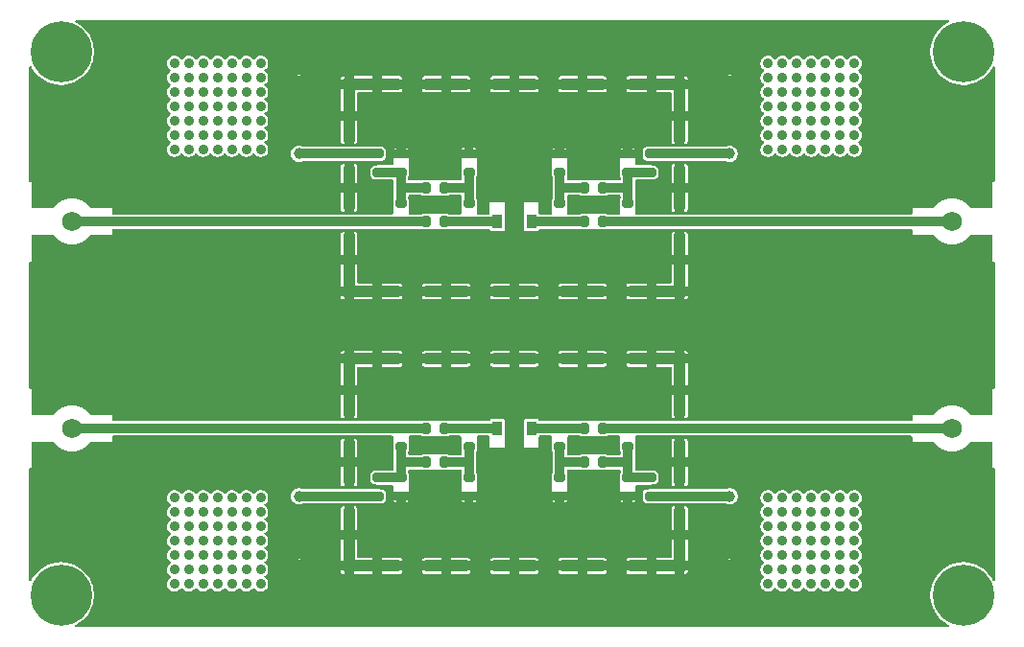
<source format=gbr>
%TF.GenerationSoftware,KiCad,Pcbnew,9.0.0*%
%TF.CreationDate,2025-02-26T11:30:22+01:00*%
%TF.ProjectId,rf-proto-card,72662d70-726f-4746-9f2d-636172642e6b,2*%
%TF.SameCoordinates,Original*%
%TF.FileFunction,Copper,L1,Top*%
%TF.FilePolarity,Positive*%
%FSLAX46Y46*%
G04 Gerber Fmt 4.6, Leading zero omitted, Abs format (unit mm)*
G04 Created by KiCad (PCBNEW 9.0.0) date 2025-02-26 11:30:22*
%MOMM*%
%LPD*%
G01*
G04 APERTURE LIST*
G04 Aperture macros list*
%AMRoundRect*
0 Rectangle with rounded corners*
0 $1 Rounding radius*
0 $2 $3 $4 $5 $6 $7 $8 $9 X,Y pos of 4 corners*
0 Add a 4 corners polygon primitive as box body*
4,1,4,$2,$3,$4,$5,$6,$7,$8,$9,$2,$3,0*
0 Add four circle primitives for the rounded corners*
1,1,$1+$1,$2,$3*
1,1,$1+$1,$4,$5*
1,1,$1+$1,$6,$7*
1,1,$1+$1,$8,$9*
0 Add four rect primitives between the rounded corners*
20,1,$1+$1,$2,$3,$4,$5,0*
20,1,$1+$1,$4,$5,$6,$7,0*
20,1,$1+$1,$6,$7,$8,$9,0*
20,1,$1+$1,$8,$9,$2,$3,0*%
%AMFreePoly0*
4,1,25,-1.500000,1.420000,-1.360000,1.280000,-1.205000,1.155000,-1.035000,1.045000,-0.860000,0.950000,-0.675000,0.875000,-0.480000,0.820000,-0.280000,0.780000,-0.085000,0.765000,0.085000,0.765000,0.280000,0.780000,0.480000,0.820000,0.675000,0.875000,0.860000,0.950000,1.035000,1.045000,1.205000,1.155000,1.360000,1.280000,1.500000,1.420000,1.645000,1.595000,3.555000,1.595000,
3.555000,-0.755000,-3.555000,-0.755000,-3.555000,1.595000,-1.645000,1.595000,-1.500000,1.420000,-1.500000,1.420000,$1*%
%AMFreePoly1*
4,1,9,3.862500,-0.866500,0.737500,-0.866500,0.737500,-0.450000,-0.737500,-0.450000,-0.737500,0.450000,0.737500,0.450000,0.737500,0.866500,3.862500,0.866500,3.862500,-0.866500,3.862500,-0.866500,$1*%
G04 Aperture macros list end*
%TA.AperFunction,ComponentPad*%
%ADD10C,0.800000*%
%TD*%
%TA.AperFunction,ComponentPad*%
%ADD11C,5.400000*%
%TD*%
%TA.AperFunction,SMDPad,CuDef*%
%ADD12C,1.730000*%
%TD*%
%TA.AperFunction,SMDPad,CuDef*%
%ADD13FreePoly0,180.000000*%
%TD*%
%TA.AperFunction,SMDPad,CuDef*%
%ADD14FreePoly0,0.000000*%
%TD*%
%TA.AperFunction,SMDPad,CuDef*%
%ADD15RoundRect,0.200000X0.200000X0.275000X-0.200000X0.275000X-0.200000X-0.275000X0.200000X-0.275000X0*%
%TD*%
%TA.AperFunction,SMDPad,CuDef*%
%ADD16RoundRect,0.200000X-0.275000X0.200000X-0.275000X-0.200000X0.275000X-0.200000X0.275000X0.200000X0*%
%TD*%
%TA.AperFunction,SMDPad,CuDef*%
%ADD17C,1.000000*%
%TD*%
%TA.AperFunction,SMDPad,CuDef*%
%ADD18R,0.900000X1.300000*%
%TD*%
%TA.AperFunction,SMDPad,CuDef*%
%ADD19FreePoly1,270.000000*%
%TD*%
%TA.AperFunction,SMDPad,CuDef*%
%ADD20C,0.900000*%
%TD*%
%TA.AperFunction,SMDPad,CuDef*%
%ADD21R,1.000000X1.000000*%
%TD*%
%TA.AperFunction,SMDPad,CuDef*%
%ADD22R,1.000000X4.550000*%
%TD*%
%TA.AperFunction,SMDPad,CuDef*%
%ADD23R,1.000000X3.800000*%
%TD*%
%TA.AperFunction,SMDPad,CuDef*%
%ADD24R,3.980000X1.000000*%
%TD*%
%TA.AperFunction,SMDPad,CuDef*%
%ADD25R,3.800000X1.000000*%
%TD*%
%TA.AperFunction,SMDPad,CuDef*%
%ADD26RoundRect,0.200000X0.275000X-0.200000X0.275000X0.200000X-0.275000X0.200000X-0.275000X-0.200000X0*%
%TD*%
%TA.AperFunction,SMDPad,CuDef*%
%ADD27FreePoly1,90.000000*%
%TD*%
%TA.AperFunction,ViaPad*%
%ADD28C,0.500000*%
%TD*%
%TA.AperFunction,Conductor*%
%ADD29C,0.850000*%
%TD*%
G04 APERTURE END LIST*
D10*
%TO.P,H2,1*%
%TO.N,N/C*%
X103975000Y-117980000D03*
X104568109Y-116548109D03*
X104568109Y-119411891D03*
X106000000Y-115955000D03*
D11*
X106000000Y-117980000D03*
D10*
X106000000Y-120005000D03*
X107431891Y-116548109D03*
X107431891Y-119411891D03*
X108025000Y-117980000D03*
%TD*%
%TO.P,H3,1*%
%TO.N,N/C*%
X183575000Y-117980000D03*
X184168109Y-116548109D03*
X184168109Y-119411891D03*
X185600000Y-115955000D03*
D11*
X185600000Y-117980000D03*
D10*
X185600000Y-120005000D03*
X187031891Y-116548109D03*
X187031891Y-119411891D03*
X187625000Y-117980000D03*
%TD*%
%TO.P,H1,1*%
%TO.N,N/C*%
X103975000Y-70000000D03*
X104568109Y-68568109D03*
X104568109Y-71431891D03*
X106000000Y-67975000D03*
D11*
X106000000Y-70000000D03*
D10*
X106000000Y-72025000D03*
X107431891Y-68568109D03*
X107431891Y-71431891D03*
X108025000Y-70000000D03*
%TD*%
%TO.P,H4,1*%
%TO.N,N/C*%
X183575000Y-70000000D03*
X184168109Y-68568109D03*
X184168109Y-71431891D03*
X185600000Y-67975000D03*
D11*
X185600000Y-70000000D03*
D10*
X185600000Y-72025000D03*
X187031891Y-68568109D03*
X187031891Y-71431891D03*
X187625000Y-70000000D03*
%TD*%
D12*
%TO.P,J3,1,In*%
%TO.N,Net-(B6-Pad1)*%
X184600000Y-85000000D03*
D13*
%TO.P,J3,2,Ext*%
%TO.N,GND*%
X184600000Y-82200000D03*
D14*
X184600000Y-87800000D03*
%TD*%
D15*
%TO.P,C7,1*%
%TO.N,Net-(C5-Pad1)*%
X153825000Y-103250000D03*
%TO.P,C7,2*%
%TO.N,Net-(C6-Pad1)*%
X152175000Y-103250000D03*
%TD*%
D16*
%TO.P,C6,1*%
%TO.N,Net-(C6-Pad1)*%
X150000000Y-103250000D03*
%TO.P,C6,2*%
%TO.N,Net-(C3-Pad1)*%
X150000000Y-104900000D03*
%TD*%
%TO.P,D5,1*%
%TO.N,Net-(D5-Pad1)*%
X142000000Y-103250000D03*
%TO.P,D5,2*%
%TO.N,Net-(D1-Pad1)*%
X142000000Y-104900000D03*
%TD*%
D15*
%TO.P,D4,1*%
%TO.N,Net-(D1-Pad1)*%
X139825000Y-106250000D03*
%TO.P,D4,2*%
%TO.N,Net-(D2-Pad1)*%
X138175000Y-106250000D03*
%TD*%
%TO.P,D7,1*%
%TO.N,Net-(D5-Pad1)*%
X139825000Y-103250000D03*
%TO.P,D7,2*%
%TO.N,Net-(D6-Pad1)*%
X138175000Y-103250000D03*
%TD*%
D16*
%TO.P,D2,1*%
%TO.N,Net-(D2-Pad1)*%
X136000000Y-107600000D03*
%TO.P,D2,2*%
%TO.N,GND*%
X136000000Y-109250000D03*
%TD*%
%TO.P,D6,1*%
%TO.N,Net-(D6-Pad1)*%
X136000000Y-103250000D03*
%TO.P,D6,2*%
%TO.N,Net-(D2-Pad1)*%
X136000000Y-104900000D03*
%TD*%
%TO.P,D3,1*%
%TO.N,Net-(D2-Pad1)*%
X134000000Y-107600000D03*
%TO.P,D3,2*%
%TO.N,Net-(D3-Pad2)*%
X134000000Y-109250000D03*
%TD*%
D17*
%TO.P,TP5,1,1*%
%TO.N,Net-(C1-Pad2)*%
X165000000Y-109250000D03*
%TD*%
%TO.P,TP7,1,1*%
%TO.N,GND*%
X165000000Y-115500000D03*
%TD*%
D16*
%TO.P,C1,1*%
%TO.N,Net-(C1-Pad1)*%
X158000000Y-107600000D03*
%TO.P,C1,2*%
%TO.N,Net-(C1-Pad2)*%
X158000000Y-109250000D03*
%TD*%
D15*
%TO.P,C4,1*%
%TO.N,Net-(C1-Pad1)*%
X153825000Y-106250000D03*
%TO.P,C4,2*%
%TO.N,Net-(C3-Pad1)*%
X152175000Y-106250000D03*
%TD*%
D16*
%TO.P,C5,1*%
%TO.N,Net-(C5-Pad1)*%
X156000000Y-103250000D03*
%TO.P,C5,2*%
%TO.N,Net-(C1-Pad1)*%
X156000000Y-104900000D03*
%TD*%
%TO.P,C2,1*%
%TO.N,Net-(C1-Pad1)*%
X156000000Y-107600000D03*
%TO.P,C2,2*%
%TO.N,GND*%
X156000000Y-109250000D03*
%TD*%
%TO.P,D1,1*%
%TO.N,Net-(D1-Pad1)*%
X142000000Y-107600000D03*
%TO.P,D1,2*%
%TO.N,GND*%
X142000000Y-109250000D03*
%TD*%
D18*
%TO.P,U2,1*%
%TO.N,Net-(C6-Pad1)*%
X147500000Y-103250000D03*
D19*
%TO.P,U2,2,GND*%
%TO.N,GND*%
X146000000Y-103337500D03*
D18*
%TO.P,U2,3*%
%TO.N,Net-(D5-Pad1)*%
X144500000Y-103250000D03*
%TD*%
D16*
%TO.P,C3,1*%
%TO.N,Net-(C3-Pad1)*%
X150000000Y-107600000D03*
%TO.P,C3,2*%
%TO.N,GND*%
X150000000Y-109250000D03*
%TD*%
D20*
%TO.P,Z1,*%
%TO.N,*%
X116000000Y-71000000D03*
X116000000Y-72270000D03*
X116000000Y-73540000D03*
X116000000Y-74810000D03*
X116000000Y-76080000D03*
X116000000Y-77350000D03*
X116000000Y-78620000D03*
X117270000Y-71000000D03*
X117270000Y-72270000D03*
X117270000Y-73540000D03*
X117270000Y-74810000D03*
X117270000Y-76080000D03*
X117270000Y-77350000D03*
X117270000Y-78620000D03*
X118540000Y-71000000D03*
X118540000Y-72270000D03*
X118540000Y-73540000D03*
X118540000Y-74810000D03*
X118540000Y-76080000D03*
X118540000Y-77350000D03*
X118540000Y-78620000D03*
X119810000Y-71000000D03*
X119810000Y-72270000D03*
X119810000Y-73540000D03*
X119810000Y-74810000D03*
X119810000Y-76080000D03*
X119810000Y-77350000D03*
X119810000Y-78620000D03*
X121080000Y-71000000D03*
X121080000Y-72270000D03*
X121080000Y-73540000D03*
X121080000Y-74810000D03*
X121080000Y-76080000D03*
X121080000Y-77350000D03*
X121080000Y-78620000D03*
X122350000Y-71000000D03*
X122350000Y-72270000D03*
X122350000Y-73540000D03*
X122350000Y-74810000D03*
X122350000Y-76080000D03*
X122350000Y-77350000D03*
X122350000Y-78620000D03*
X123620000Y-71000000D03*
X123620000Y-72270000D03*
X123620000Y-73540000D03*
X123620000Y-74810000D03*
X123620000Y-76080000D03*
X123620000Y-77350000D03*
X123620000Y-78620000D03*
%TD*%
%TO.P,Z2,*%
%TO.N,*%
X168380000Y-109380000D03*
X168380000Y-110650000D03*
X168380000Y-111920000D03*
X168380000Y-113190000D03*
X168380000Y-114460000D03*
X168380000Y-115730000D03*
X168380000Y-117000000D03*
X169650000Y-109380000D03*
X169650000Y-110650000D03*
X169650000Y-111920000D03*
X169650000Y-113190000D03*
X169650000Y-114460000D03*
X169650000Y-115730000D03*
X169650000Y-117000000D03*
X170920000Y-109380000D03*
X170920000Y-110650000D03*
X170920000Y-111920000D03*
X170920000Y-113190000D03*
X170920000Y-114460000D03*
X170920000Y-115730000D03*
X170920000Y-117000000D03*
X172190000Y-109380000D03*
X172190000Y-110650000D03*
X172190000Y-111920000D03*
X172190000Y-113190000D03*
X172190000Y-114460000D03*
X172190000Y-115730000D03*
X172190000Y-117000000D03*
X173460000Y-109380000D03*
X173460000Y-110650000D03*
X173460000Y-111920000D03*
X173460000Y-113190000D03*
X173460000Y-114460000D03*
X173460000Y-115730000D03*
X173460000Y-117000000D03*
X174730000Y-109380000D03*
X174730000Y-110650000D03*
X174730000Y-111920000D03*
X174730000Y-113190000D03*
X174730000Y-114460000D03*
X174730000Y-115730000D03*
X174730000Y-117000000D03*
X176000000Y-109380000D03*
X176000000Y-110650000D03*
X176000000Y-111920000D03*
X176000000Y-113190000D03*
X176000000Y-114460000D03*
X176000000Y-115730000D03*
X176000000Y-117000000D03*
%TD*%
%TO.P,Z3,*%
%TO.N,*%
X123620000Y-117000000D03*
X123620000Y-115730000D03*
X123620000Y-114460000D03*
X123620000Y-113190000D03*
X123620000Y-111920000D03*
X123620000Y-110650000D03*
X123620000Y-109380000D03*
X122350000Y-117000000D03*
X122350000Y-115730000D03*
X122350000Y-114460000D03*
X122350000Y-113190000D03*
X122350000Y-111920000D03*
X122350000Y-110650000D03*
X122350000Y-109380000D03*
X121080000Y-117000000D03*
X121080000Y-115730000D03*
X121080000Y-114460000D03*
X121080000Y-113190000D03*
X121080000Y-111920000D03*
X121080000Y-110650000D03*
X121080000Y-109380000D03*
X119810000Y-117000000D03*
X119810000Y-115730000D03*
X119810000Y-114460000D03*
X119810000Y-113190000D03*
X119810000Y-111920000D03*
X119810000Y-110650000D03*
X119810000Y-109380000D03*
X118540000Y-117000000D03*
X118540000Y-115730000D03*
X118540000Y-114460000D03*
X118540000Y-113190000D03*
X118540000Y-111920000D03*
X118540000Y-110650000D03*
X118540000Y-109380000D03*
X117270000Y-117000000D03*
X117270000Y-115730000D03*
X117270000Y-114460000D03*
X117270000Y-113190000D03*
X117270000Y-111920000D03*
X117270000Y-110650000D03*
X117270000Y-109380000D03*
X116000000Y-117000000D03*
X116000000Y-115730000D03*
X116000000Y-114460000D03*
X116000000Y-113190000D03*
X116000000Y-111920000D03*
X116000000Y-110650000D03*
X116000000Y-109380000D03*
%TD*%
%TO.P,Z4,*%
%TO.N,*%
X168380000Y-71000000D03*
X168380000Y-72270000D03*
X168380000Y-73540000D03*
X168380000Y-74810000D03*
X168380000Y-76080000D03*
X168380000Y-77350000D03*
X168380000Y-78620000D03*
X169650000Y-71000000D03*
X169650000Y-72270000D03*
X169650000Y-73540000D03*
X169650000Y-74810000D03*
X169650000Y-76080000D03*
X169650000Y-77350000D03*
X169650000Y-78620000D03*
X170920000Y-71000000D03*
X170920000Y-72270000D03*
X170920000Y-73540000D03*
X170920000Y-74810000D03*
X170920000Y-76080000D03*
X170920000Y-77350000D03*
X170920000Y-78620000D03*
X172190000Y-71000000D03*
X172190000Y-72270000D03*
X172190000Y-73540000D03*
X172190000Y-74810000D03*
X172190000Y-76080000D03*
X172190000Y-77350000D03*
X172190000Y-78620000D03*
X173460000Y-71000000D03*
X173460000Y-72270000D03*
X173460000Y-73540000D03*
X173460000Y-74810000D03*
X173460000Y-76080000D03*
X173460000Y-77350000D03*
X173460000Y-78620000D03*
X174730000Y-71000000D03*
X174730000Y-72270000D03*
X174730000Y-73540000D03*
X174730000Y-74810000D03*
X174730000Y-76080000D03*
X174730000Y-77350000D03*
X174730000Y-78620000D03*
X176000000Y-71000000D03*
X176000000Y-72270000D03*
X176000000Y-73540000D03*
X176000000Y-74810000D03*
X176000000Y-76080000D03*
X176000000Y-77350000D03*
X176000000Y-78620000D03*
%TD*%
D21*
%TO.P,J4,1,Shield*%
%TO.N,GND*%
X160580000Y-115400000D03*
D22*
X160580000Y-112625000D03*
D23*
X160580000Y-106250000D03*
D22*
X160580000Y-99875000D03*
D21*
X160580000Y-97100000D03*
D24*
X158090000Y-115400000D03*
X158090000Y-97100000D03*
D25*
X152000000Y-115400000D03*
X152000000Y-97100000D03*
X146000000Y-115400000D03*
X146000000Y-97100000D03*
X140000000Y-115400000D03*
X140000000Y-97100000D03*
D24*
X133910000Y-115400000D03*
X133910000Y-97100000D03*
D21*
X131420000Y-115400000D03*
D22*
X131420000Y-112625000D03*
D23*
X131420000Y-106250000D03*
D22*
X131420000Y-99875000D03*
D21*
X131420000Y-97100000D03*
%TD*%
D15*
%TO.P,B7,1*%
%TO.N,Net-(B6-Pad1)*%
X153825000Y-85000000D03*
%TO.P,B7,2*%
%TO.N,Net-(B5-Pad1)*%
X152175000Y-85000000D03*
%TD*%
D26*
%TO.P,A6,1*%
%TO.N,Net-(A6-Pad1)*%
X142000000Y-85000000D03*
%TO.P,A6,2*%
%TO.N,Net-(A3-Pad1)*%
X142000000Y-83350000D03*
%TD*%
%TO.P,B6,1*%
%TO.N,Net-(B6-Pad1)*%
X156000000Y-85000000D03*
%TO.P,B6,2*%
%TO.N,Net-(B2-Pad1)*%
X156000000Y-83350000D03*
%TD*%
D15*
%TO.P,A7,1*%
%TO.N,Net-(A6-Pad1)*%
X139825000Y-85000000D03*
%TO.P,A7,2*%
%TO.N,Net-(A5-Pad1)*%
X138175000Y-85000000D03*
%TD*%
D18*
%TO.P,U1,1*%
%TO.N,Net-(A6-Pad1)*%
X144500000Y-85000000D03*
D27*
%TO.P,U1,2,GND*%
%TO.N,GND*%
X146000000Y-84912500D03*
D18*
%TO.P,U1,3*%
%TO.N,Net-(B5-Pad1)*%
X147500000Y-85000000D03*
%TD*%
D17*
%TO.P,TP3,1,1*%
%TO.N,GND*%
X127000000Y-72750000D03*
%TD*%
D26*
%TO.P,B5,1*%
%TO.N,Net-(B5-Pad1)*%
X150000000Y-85000000D03*
%TO.P,B5,2*%
%TO.N,Net-(B1-Pad1)*%
X150000000Y-83350000D03*
%TD*%
%TO.P,A5,1*%
%TO.N,Net-(A5-Pad1)*%
X136000000Y-85000000D03*
%TO.P,A5,2*%
%TO.N,Net-(A1-Pad1)*%
X136000000Y-83350000D03*
%TD*%
%TO.P,A2,1*%
%TO.N,Net-(A1-Pad1)*%
X136000000Y-80650000D03*
%TO.P,A2,2*%
%TO.N,GND*%
X136000000Y-79000000D03*
%TD*%
%TO.P,B3,1*%
%TO.N,Net-(B2-Pad1)*%
X158000000Y-80650000D03*
%TO.P,B3,2*%
%TO.N,Net-(B3-Pad2)*%
X158000000Y-79000000D03*
%TD*%
%TO.P,B2,1*%
%TO.N,Net-(B2-Pad1)*%
X156000000Y-80650000D03*
%TO.P,B2,2*%
%TO.N,GND*%
X156000000Y-79000000D03*
%TD*%
%TO.P,A1,1*%
%TO.N,Net-(A1-Pad1)*%
X134000000Y-80650000D03*
%TO.P,A1,2*%
%TO.N,Net-(A1-Pad2)*%
X134000000Y-79000000D03*
%TD*%
%TO.P,A3,1*%
%TO.N,Net-(A3-Pad1)*%
X142000000Y-80650000D03*
%TO.P,A3,2*%
%TO.N,GND*%
X142000000Y-79000000D03*
%TD*%
D15*
%TO.P,A4,1*%
%TO.N,Net-(A3-Pad1)*%
X139825000Y-82000000D03*
%TO.P,A4,2*%
%TO.N,Net-(A1-Pad1)*%
X138175000Y-82000000D03*
%TD*%
%TO.P,B4,1*%
%TO.N,Net-(B2-Pad1)*%
X153825000Y-82000000D03*
%TO.P,B4,2*%
%TO.N,Net-(B1-Pad1)*%
X152175000Y-82000000D03*
%TD*%
D26*
%TO.P,B1,1*%
%TO.N,Net-(B1-Pad1)*%
X150000000Y-80650000D03*
%TO.P,B1,2*%
%TO.N,GND*%
X150000000Y-79000000D03*
%TD*%
D21*
%TO.P,J1,1,Shield*%
%TO.N,GND*%
X131420000Y-72850000D03*
D22*
X131420000Y-75625000D03*
D23*
X131420000Y-82000000D03*
D22*
X131420000Y-88375000D03*
D21*
X131420000Y-91150000D03*
D24*
X133910000Y-72850000D03*
X133910000Y-91150000D03*
D25*
X140000000Y-72850000D03*
X140000000Y-91150000D03*
X146000000Y-72850000D03*
X146000000Y-91150000D03*
X152000000Y-72850000D03*
X152000000Y-91150000D03*
D24*
X158090000Y-72850000D03*
X158090000Y-91150000D03*
D21*
X160580000Y-72850000D03*
D22*
X160580000Y-75625000D03*
D23*
X160580000Y-82000000D03*
D22*
X160580000Y-88375000D03*
D21*
X160580000Y-91150000D03*
%TD*%
D12*
%TO.P,J2,1,In*%
%TO.N,Net-(A5-Pad1)*%
X107000000Y-85000000D03*
D13*
%TO.P,J2,2,Ext*%
%TO.N,GND*%
X107000000Y-82200000D03*
D14*
X107000000Y-87800000D03*
%TD*%
D17*
%TO.P,TP2,1,1*%
%TO.N,Net-(B3-Pad2)*%
X165000000Y-79000000D03*
%TD*%
%TO.P,TP4,1,1*%
%TO.N,GND*%
X165000000Y-72750000D03*
%TD*%
%TO.P,TP6,1,1*%
%TO.N,Net-(D3-Pad2)*%
X127000000Y-109250000D03*
%TD*%
%TO.P,TP8,1,1*%
%TO.N,GND*%
X127000000Y-115500000D03*
%TD*%
%TO.P,TP1,1,1*%
%TO.N,Net-(A1-Pad2)*%
X127000000Y-79000000D03*
%TD*%
D12*
%TO.P,J5,1,In*%
%TO.N,Net-(C5-Pad1)*%
X184600000Y-103250000D03*
D14*
%TO.P,J5,2,Ext*%
%TO.N,GND*%
X184600000Y-106050000D03*
D13*
X184600000Y-100450000D03*
%TD*%
D12*
%TO.P,J6,1,In*%
%TO.N,Net-(D6-Pad1)*%
X107000000Y-103250000D03*
D14*
%TO.P,J6,2,Ext*%
%TO.N,GND*%
X107000000Y-106050000D03*
D13*
X107000000Y-100450000D03*
%TD*%
D28*
%TO.N,GND*%
X137250000Y-83750000D03*
X154750000Y-83750000D03*
X139000000Y-83000000D03*
X153000000Y-83000000D03*
X139000000Y-104250000D03*
X148500000Y-108250000D03*
X140250000Y-74250000D03*
X146000000Y-74250000D03*
X146000000Y-120000000D03*
X143250000Y-108250000D03*
X182750000Y-87250000D03*
X173000000Y-68000000D03*
X137750000Y-89750000D03*
X157250000Y-104500000D03*
X154250000Y-114000000D03*
X186500000Y-82750000D03*
X123500000Y-83750000D03*
X166000000Y-114500000D03*
X184600000Y-82500000D03*
X125000000Y-120000000D03*
X132750000Y-89750000D03*
X137750000Y-74250000D03*
X143250000Y-98500000D03*
X122000000Y-120000000D03*
X162000000Y-104500000D03*
X121000000Y-83750000D03*
X126000000Y-116500000D03*
X146000000Y-83750000D03*
X162000000Y-102000000D03*
X104000000Y-111000000D03*
X164250000Y-77750000D03*
X146000000Y-110500000D03*
X146000000Y-114000000D03*
X107000000Y-105750000D03*
X159250000Y-83750000D03*
X126000000Y-71750000D03*
X137250000Y-107500000D03*
X121000000Y-104500000D03*
X139000000Y-105250000D03*
X134750000Y-81750000D03*
X122000000Y-68000000D03*
X128000000Y-71750000D03*
X157000000Y-79750000D03*
X116000000Y-120000000D03*
X157250000Y-106500000D03*
X123500000Y-104500000D03*
X140750000Y-83750000D03*
X126000000Y-83750000D03*
X125000000Y-68000000D03*
X143250000Y-82000000D03*
X143250000Y-83750000D03*
X159250000Y-74250000D03*
X116000000Y-102000000D03*
X156750000Y-110500000D03*
X173000000Y-104500000D03*
X151750000Y-89750000D03*
X137000000Y-120000000D03*
X164000000Y-73750000D03*
X151750000Y-114000000D03*
X130000000Y-80250000D03*
X135000000Y-79750000D03*
X187000000Y-93000000D03*
X146000000Y-77750000D03*
X131000000Y-68000000D03*
X118500000Y-102000000D03*
X137750000Y-77750000D03*
X130000000Y-77750000D03*
X135000000Y-108500000D03*
X110000000Y-120000000D03*
X148750000Y-114000000D03*
X126000000Y-102000000D03*
X140250000Y-98500000D03*
X148750000Y-104500000D03*
X128000000Y-120000000D03*
X146000000Y-85000000D03*
X156750000Y-114000000D03*
X137250000Y-104500000D03*
X148750000Y-110500000D03*
X143000000Y-120000000D03*
X154250000Y-102000000D03*
X146000000Y-108250000D03*
X151250000Y-109000000D03*
X151750000Y-98500000D03*
X153000000Y-80750000D03*
X179000000Y-120000000D03*
X140000000Y-68000000D03*
X127750000Y-110500000D03*
X137750000Y-102000000D03*
X154250000Y-89750000D03*
X156750000Y-74250000D03*
X135250000Y-74250000D03*
X170000000Y-120000000D03*
X184600000Y-105700000D03*
X173000000Y-120000000D03*
X134000000Y-68000000D03*
X159250000Y-114000000D03*
X137750000Y-98500000D03*
X152000000Y-120000000D03*
X164250000Y-108000000D03*
X137000000Y-68000000D03*
X104000000Y-74000000D03*
X143250000Y-74250000D03*
X109000000Y-101000000D03*
X157000000Y-108500000D03*
X113500000Y-104500000D03*
X175500000Y-102000000D03*
X148750000Y-80000000D03*
X170500000Y-102000000D03*
X109000000Y-105500000D03*
X143250000Y-102000000D03*
X105000000Y-87250000D03*
X126000000Y-104500000D03*
X159250000Y-89750000D03*
X140750000Y-79250000D03*
X162000000Y-83750000D03*
X151250000Y-80750000D03*
X187000000Y-80000000D03*
X151750000Y-110500000D03*
X139000000Y-107500000D03*
X151750000Y-102000000D03*
X159250000Y-102000000D03*
X139000000Y-80750000D03*
X154750000Y-107500000D03*
X164000000Y-71750000D03*
X146000000Y-82000000D03*
X173000000Y-102000000D03*
X116000000Y-68000000D03*
X140000000Y-120000000D03*
X161000000Y-120000000D03*
X151250000Y-104500000D03*
X140250000Y-114000000D03*
X159250000Y-98500000D03*
X146000000Y-80000000D03*
X134750000Y-83750000D03*
X148750000Y-74250000D03*
X146000000Y-68000000D03*
X184600000Y-100800000D03*
X187000000Y-74000000D03*
X164250000Y-110500000D03*
X182750000Y-105250000D03*
X154250000Y-110500000D03*
X158000000Y-68000000D03*
X147500000Y-82750000D03*
X186500000Y-101250000D03*
X104000000Y-77000000D03*
X187000000Y-111000000D03*
X164000000Y-68000000D03*
X178000000Y-86250000D03*
X173000000Y-86250000D03*
X170000000Y-68000000D03*
X128000000Y-114500000D03*
X127750000Y-77750000D03*
X148750000Y-102000000D03*
X130000000Y-104500000D03*
X148750000Y-89750000D03*
X175500000Y-104500000D03*
X154250000Y-74250000D03*
X155000000Y-120000000D03*
X111000000Y-102000000D03*
X107000000Y-87500000D03*
X143000000Y-114000000D03*
X164000000Y-114500000D03*
X166000000Y-73750000D03*
X148750000Y-86250000D03*
X132750000Y-114000000D03*
X182750000Y-82750000D03*
X104000000Y-93000000D03*
X186500000Y-87250000D03*
X168000000Y-83750000D03*
X165500000Y-102000000D03*
X148750000Y-98500000D03*
X104000000Y-80000000D03*
X182000000Y-68000000D03*
X132750000Y-74250000D03*
X161000000Y-68000000D03*
X113000000Y-120000000D03*
X162000000Y-108000000D03*
X157250000Y-83750000D03*
X137250000Y-79250000D03*
X187000000Y-96000000D03*
X143250000Y-104500000D03*
X159250000Y-106500000D03*
X110000000Y-68000000D03*
X111000000Y-83750000D03*
X128500000Y-83750000D03*
X170500000Y-83750000D03*
X153000000Y-84000000D03*
X158000000Y-120000000D03*
X187000000Y-77000000D03*
X146000000Y-106250000D03*
X121000000Y-86250000D03*
X187000000Y-90000000D03*
X153000000Y-104250000D03*
X143000000Y-110500000D03*
X135250000Y-114000000D03*
X132750000Y-102000000D03*
X113500000Y-102000000D03*
X143250000Y-80000000D03*
X109000000Y-87250000D03*
X132750000Y-80250000D03*
X137250000Y-109000000D03*
X151250000Y-79250000D03*
X139000000Y-84000000D03*
X156750000Y-102000000D03*
X128000000Y-116500000D03*
X159250000Y-108000000D03*
X153000000Y-105250000D03*
X128500000Y-102000000D03*
X156750000Y-89750000D03*
X143250000Y-106250000D03*
X105000000Y-82750000D03*
X130000000Y-108000000D03*
X132750000Y-81750000D03*
X132750000Y-98500000D03*
X159250000Y-110500000D03*
X116000000Y-104500000D03*
X159250000Y-77750000D03*
X176000000Y-120000000D03*
X104000000Y-90000000D03*
X159250000Y-104500000D03*
X135250000Y-102000000D03*
X180500000Y-83750000D03*
X135250000Y-98500000D03*
X131000000Y-120000000D03*
X128000000Y-68000000D03*
X187000000Y-99000000D03*
X134000000Y-120000000D03*
X187000000Y-114000000D03*
X128000000Y-73750000D03*
X154750000Y-80750000D03*
X143250000Y-89750000D03*
X154250000Y-98500000D03*
X162000000Y-86250000D03*
X182000000Y-120000000D03*
X104000000Y-114000000D03*
X182750000Y-101250000D03*
X132750000Y-110500000D03*
X135250000Y-77750000D03*
X151250000Y-83750000D03*
X162000000Y-110500000D03*
X154250000Y-77750000D03*
X176000000Y-68000000D03*
X128500000Y-104500000D03*
X130000000Y-83750000D03*
X146000000Y-102000000D03*
X149000000Y-68000000D03*
X130000000Y-102000000D03*
X107000000Y-100750000D03*
X119000000Y-68000000D03*
X165500000Y-83750000D03*
X166000000Y-71750000D03*
X162000000Y-80250000D03*
X156750000Y-98500000D03*
X180500000Y-104500000D03*
X144500000Y-82750000D03*
X132750000Y-86250000D03*
X130000000Y-86250000D03*
X146000000Y-103300000D03*
X154750000Y-104500000D03*
X134750000Y-106500000D03*
X152000000Y-68000000D03*
X146000000Y-89750000D03*
X146000000Y-104500000D03*
X157250000Y-81750000D03*
X154250000Y-86250000D03*
X162000000Y-77750000D03*
X156750000Y-77750000D03*
X137750000Y-114000000D03*
X104000000Y-99000000D03*
X187000000Y-108000000D03*
X132750000Y-108000000D03*
X118500000Y-83750000D03*
X140250000Y-89750000D03*
X178000000Y-83750000D03*
X118500000Y-86250000D03*
X135250000Y-110500000D03*
X132750000Y-104500000D03*
X134750000Y-104500000D03*
X151750000Y-77750000D03*
X140750000Y-109000000D03*
X113500000Y-83750000D03*
X132750000Y-83750000D03*
X135250000Y-89750000D03*
X140750000Y-104500000D03*
X170500000Y-104500000D03*
X140750000Y-80750000D03*
X123500000Y-102000000D03*
X164000000Y-120000000D03*
X111000000Y-86250000D03*
X119000000Y-120000000D03*
X126000000Y-86250000D03*
X116000000Y-83750000D03*
X159250000Y-81750000D03*
X118500000Y-104500000D03*
X146000000Y-98500000D03*
X148750000Y-77750000D03*
X149000000Y-120000000D03*
X166000000Y-116500000D03*
X178000000Y-104500000D03*
X105000000Y-105500000D03*
X165500000Y-86250000D03*
X148750000Y-83750000D03*
X140750000Y-107500000D03*
X113000000Y-68000000D03*
X140250000Y-102000000D03*
X168000000Y-102000000D03*
X104000000Y-108000000D03*
X168000000Y-86250000D03*
X105000000Y-101000000D03*
X127750000Y-108000000D03*
X104000000Y-96000000D03*
X126000000Y-73750000D03*
X109000000Y-82750000D03*
X107000000Y-82500000D03*
X132750000Y-106500000D03*
X143250000Y-86250000D03*
X173000000Y-83750000D03*
X126000000Y-114500000D03*
X135250000Y-86250000D03*
X137250000Y-80750000D03*
X144500000Y-105500000D03*
X175500000Y-86250000D03*
X121000000Y-102000000D03*
X127750000Y-80250000D03*
X140250000Y-77750000D03*
X148750000Y-82000000D03*
X180500000Y-86250000D03*
X147500000Y-105500000D03*
X167000000Y-68000000D03*
X146000000Y-86250000D03*
X178000000Y-102000000D03*
X168000000Y-104500000D03*
X151750000Y-86250000D03*
X180500000Y-102000000D03*
X154750000Y-79250000D03*
X170500000Y-86250000D03*
X151250000Y-107500000D03*
X167000000Y-120000000D03*
X186500000Y-105250000D03*
X153000000Y-107500000D03*
X164000000Y-116500000D03*
X159250000Y-80250000D03*
X148500000Y-106250000D03*
X143250000Y-77750000D03*
X137750000Y-110500000D03*
X128500000Y-86250000D03*
X132750000Y-77750000D03*
X179000000Y-68000000D03*
X151750000Y-74250000D03*
X175500000Y-83750000D03*
X137750000Y-86250000D03*
X156750000Y-86250000D03*
X155000000Y-68000000D03*
X140250000Y-110500000D03*
X111000000Y-104500000D03*
X116000000Y-86250000D03*
X164250000Y-80250000D03*
X130000000Y-110500000D03*
X140250000Y-86250000D03*
X123500000Y-86250000D03*
X113500000Y-86250000D03*
X143000000Y-68000000D03*
X165500000Y-104500000D03*
X154750000Y-109000000D03*
X184600000Y-87500000D03*
X159250000Y-86250000D03*
%TD*%
D29*
%TO.N,Net-(A1-Pad2)*%
X134000000Y-79000000D02*
X127000000Y-79000000D01*
%TO.N,Net-(A1-Pad1)*%
X134000000Y-80650000D02*
X136000000Y-80650000D01*
X138000000Y-82000000D02*
X136000000Y-82000000D01*
X136000000Y-82000000D02*
X136000000Y-83250000D01*
X136000000Y-80750000D02*
X136000000Y-82000000D01*
%TO.N,Net-(A3-Pad1)*%
X140000000Y-82000000D02*
X142000000Y-82000000D01*
X142000000Y-82000000D02*
X142000000Y-83000000D01*
X142000000Y-80750000D02*
X142000000Y-82000000D01*
%TO.N,Net-(A5-Pad1)*%
X136000000Y-85000000D02*
X133000000Y-85000000D01*
X138000000Y-85000000D02*
X136000000Y-85000000D01*
X107000000Y-85000000D02*
X133000000Y-85000000D01*
%TO.N,Net-(B1-Pad1)*%
X152000000Y-82000000D02*
X150250000Y-82000000D01*
X150000000Y-81750000D02*
X150000000Y-83250000D01*
X150250000Y-82000000D02*
X150000000Y-81750000D01*
X150000000Y-80750000D02*
X150000000Y-81750000D01*
%TO.N,Net-(A6-Pad1)*%
X144250000Y-85000000D02*
X140000000Y-85000000D01*
%TO.N,Net-(B2-Pad1)*%
X158000000Y-80650000D02*
X156000000Y-80650000D01*
X154000000Y-82000000D02*
X156000000Y-82000000D01*
X156000000Y-82000000D02*
X156000000Y-83250000D01*
X156000000Y-80750000D02*
X156000000Y-82000000D01*
%TO.N,Net-(B3-Pad2)*%
X165000000Y-79000000D02*
X158000000Y-79000000D01*
%TO.N,Net-(B5-Pad1)*%
X147750000Y-85000000D02*
X152000000Y-85000000D01*
%TO.N,Net-(B6-Pad1)*%
X154000000Y-85000000D02*
X156000000Y-85000000D01*
X156000000Y-85000000D02*
X159000000Y-85000000D01*
X173000000Y-85000000D02*
X184500000Y-85000000D01*
X159000000Y-85000000D02*
X173000000Y-85000000D01*
%TO.N,Net-(C1-Pad2)*%
X158000000Y-109250000D02*
X165000000Y-109250000D01*
%TO.N,Net-(C1-Pad1)*%
X156650000Y-107600000D02*
X156000000Y-107600000D01*
X158000000Y-107600000D02*
X156650000Y-107600000D01*
X154000000Y-106250000D02*
X156000000Y-106250000D01*
X156000000Y-106250000D02*
X156000000Y-105000000D01*
X156000000Y-107500000D02*
X156000000Y-106250000D01*
%TO.N,Net-(C3-Pad1)*%
X152000000Y-106250000D02*
X150000000Y-106250000D01*
X150000000Y-106250000D02*
X150000000Y-107500000D01*
X150000000Y-105250000D02*
X150000000Y-106250000D01*
%TO.N,Net-(C5-Pad1)*%
X184000000Y-103250000D02*
X158000000Y-103250000D01*
X156000000Y-103250000D02*
X159000000Y-103250000D01*
X154000000Y-103250000D02*
X156000000Y-103250000D01*
%TO.N,Net-(C6-Pad1)*%
X152000000Y-103250000D02*
X147587500Y-103250000D01*
%TO.N,Net-(D1-Pad1)*%
X142000000Y-105000000D02*
X142000000Y-106250000D01*
X142000000Y-106250000D02*
X142000000Y-107500000D01*
X140000000Y-106250000D02*
X142000000Y-106250000D01*
%TO.N,Net-(D2-Pad1)*%
X134000000Y-107600000D02*
X136000000Y-107600000D01*
X136000000Y-105000000D02*
X136000000Y-106250000D01*
X136000000Y-106250000D02*
X136000000Y-107500000D01*
X138000000Y-106250000D02*
X136000000Y-106250000D01*
%TO.N,Net-(D3-Pad2)*%
X134000000Y-109250000D02*
X127000000Y-109250000D01*
%TO.N,Net-(D5-Pad1)*%
X140000000Y-103250000D02*
X144412500Y-103250000D01*
%TO.N,Net-(D6-Pad1)*%
X136000000Y-103250000D02*
X107000000Y-103250000D01*
X138000000Y-103250000D02*
X136000000Y-103250000D01*
%TD*%
%TA.AperFunction,Conductor*%
%TO.N,GND*%
G36*
X184254190Y-67203468D02*
G01*
X184263712Y-67202179D01*
X184284272Y-67213243D01*
X184306477Y-67220458D01*
X184312124Y-67228231D01*
X184320585Y-67232784D01*
X184330715Y-67253819D01*
X184344438Y-67272708D01*
X184344438Y-67282315D01*
X184348607Y-67290973D01*
X184344438Y-67313945D01*
X184344438Y-67337292D01*
X184338790Y-67345065D01*
X184337075Y-67354519D01*
X184320200Y-67370652D01*
X184306477Y-67389542D01*
X184290394Y-67399151D01*
X184189435Y-67447769D01*
X183912552Y-67621747D01*
X183912544Y-67621752D01*
X183656878Y-67825639D01*
X183425639Y-68056878D01*
X183221752Y-68312544D01*
X183221747Y-68312552D01*
X183047769Y-68589435D01*
X182905889Y-68884054D01*
X182905886Y-68884060D01*
X182797882Y-69192719D01*
X182725111Y-69511544D01*
X182688500Y-69836495D01*
X182688500Y-70163504D01*
X182725111Y-70488455D01*
X182725113Y-70488463D01*
X182797881Y-70807277D01*
X182905886Y-71115939D01*
X183028409Y-71370362D01*
X183047770Y-71410564D01*
X183047769Y-71410564D01*
X183221747Y-71687447D01*
X183221752Y-71687455D01*
X183326978Y-71819404D01*
X183425642Y-71943125D01*
X183656875Y-72174358D01*
X183912544Y-72378247D01*
X184189433Y-72552229D01*
X184484061Y-72694114D01*
X184792723Y-72802119D01*
X185111537Y-72874887D01*
X185111542Y-72874887D01*
X185111544Y-72874888D01*
X185268798Y-72892605D01*
X185436494Y-72911500D01*
X185436496Y-72911500D01*
X185763504Y-72911500D01*
X185763506Y-72911500D01*
X186072949Y-72876635D01*
X186088455Y-72874888D01*
X186088455Y-72874887D01*
X186088463Y-72874887D01*
X186407277Y-72802119D01*
X186715939Y-72694114D01*
X187010567Y-72552229D01*
X187287456Y-72378247D01*
X187543125Y-72174358D01*
X187774358Y-71943125D01*
X187978247Y-71687456D01*
X188152229Y-71410567D01*
X188200849Y-71309605D01*
X188245480Y-71262924D01*
X188309027Y-71251392D01*
X188367216Y-71279414D01*
X188397821Y-71336286D01*
X188399500Y-71354946D01*
X188399500Y-81395500D01*
X188379542Y-81456924D01*
X188327292Y-81494885D01*
X188295000Y-81500000D01*
X181100000Y-81500000D01*
X181100000Y-81500001D01*
X181100000Y-84259000D01*
X181080042Y-84320424D01*
X181027792Y-84358385D01*
X180995500Y-84363500D01*
X156794500Y-84363500D01*
X156733076Y-84343542D01*
X156695115Y-84291292D01*
X156690000Y-84259000D01*
X156690000Y-83473905D01*
X156687787Y-83469562D01*
X156686500Y-83453215D01*
X156686500Y-83117613D01*
X156686499Y-83117611D01*
X156671238Y-83021255D01*
X156647890Y-82975431D01*
X156636500Y-82927989D01*
X156636500Y-82425001D01*
X159869001Y-82425001D01*
X159869001Y-83920779D01*
X159881242Y-83982329D01*
X159927874Y-84052120D01*
X159927879Y-84052125D01*
X159997670Y-84098757D01*
X160059215Y-84110999D01*
X160155000Y-84110999D01*
X160155000Y-82425001D01*
X161005000Y-82425001D01*
X161005000Y-84110998D01*
X161005001Y-84110999D01*
X161100780Y-84110999D01*
X161162329Y-84098757D01*
X161232120Y-84052125D01*
X161232125Y-84052120D01*
X161278757Y-83982329D01*
X161291000Y-83920784D01*
X161291000Y-82425001D01*
X161290999Y-82425000D01*
X161005001Y-82425000D01*
X161005000Y-82425001D01*
X160155000Y-82425001D01*
X160154999Y-82425000D01*
X159869002Y-82425000D01*
X159869001Y-82425001D01*
X156636500Y-82425001D01*
X156636500Y-81391000D01*
X156656458Y-81329576D01*
X156708708Y-81291615D01*
X156741000Y-81286500D01*
X158062692Y-81286500D01*
X158178281Y-81263508D01*
X158198668Y-81261500D01*
X158307387Y-81261500D01*
X158307387Y-81261499D01*
X158403745Y-81246238D01*
X158519888Y-81187060D01*
X158612060Y-81094888D01*
X158671238Y-80978745D01*
X158686500Y-80882384D01*
X158686500Y-80417616D01*
X158671238Y-80321255D01*
X158612060Y-80205112D01*
X158519888Y-80112940D01*
X158515542Y-80110726D01*
X158453699Y-80079215D01*
X159869000Y-80079215D01*
X159869000Y-81574999D01*
X159869001Y-81575000D01*
X160154999Y-81575000D01*
X160155000Y-81574999D01*
X160155000Y-79889001D01*
X161005000Y-79889001D01*
X161005000Y-81574999D01*
X161005001Y-81575000D01*
X161290998Y-81575000D01*
X161290999Y-81574999D01*
X161290999Y-80079220D01*
X161278757Y-80017670D01*
X161232125Y-79947879D01*
X161232120Y-79947874D01*
X161162329Y-79901242D01*
X161100784Y-79889000D01*
X161005001Y-79889000D01*
X161005000Y-79889001D01*
X160155000Y-79889001D01*
X160155000Y-79889000D01*
X160059215Y-79889000D01*
X160059212Y-79889001D01*
X159997673Y-79901240D01*
X159997671Y-79901241D01*
X159927879Y-79947874D01*
X159927874Y-79947879D01*
X159881242Y-80017670D01*
X159869000Y-80079215D01*
X158453699Y-80079215D01*
X158403744Y-80053761D01*
X158307388Y-80038500D01*
X158307384Y-80038500D01*
X158198668Y-80038500D01*
X158178281Y-80036492D01*
X158062692Y-80013500D01*
X158062690Y-80013500D01*
X156794500Y-80013500D01*
X156733076Y-79993542D01*
X156695115Y-79941292D01*
X156690000Y-79909000D01*
X156690000Y-79400001D01*
X156690000Y-79400000D01*
X155310000Y-79400000D01*
X155310000Y-79400001D01*
X155310000Y-80496094D01*
X155312213Y-80500438D01*
X155313500Y-80516785D01*
X155313500Y-80882390D01*
X155328761Y-80978743D01*
X155352110Y-81024567D01*
X155363500Y-81072010D01*
X155363500Y-81259000D01*
X155343542Y-81320424D01*
X155291292Y-81358385D01*
X155259000Y-81363500D01*
X154247010Y-81363500D01*
X154199568Y-81352110D01*
X154153744Y-81328761D01*
X154057388Y-81313500D01*
X154057384Y-81313500D01*
X153592616Y-81313500D01*
X153559692Y-81318714D01*
X153543348Y-81320000D01*
X152456651Y-81320000D01*
X152440305Y-81318714D01*
X152407384Y-81313500D01*
X151942616Y-81313500D01*
X151942611Y-81313500D01*
X151846255Y-81328761D01*
X151800432Y-81352110D01*
X151752990Y-81363500D01*
X150741000Y-81363500D01*
X150725258Y-81358385D01*
X150708708Y-81358385D01*
X150695318Y-81348657D01*
X150679576Y-81343542D01*
X150669847Y-81330152D01*
X150656458Y-81320424D01*
X150651342Y-81304681D01*
X150641615Y-81291292D01*
X150636500Y-81259000D01*
X150636500Y-81072010D01*
X150647890Y-81024567D01*
X150671238Y-80978745D01*
X150686499Y-80882389D01*
X150686500Y-80882387D01*
X150686500Y-80516785D01*
X150690000Y-80506013D01*
X150690000Y-79400001D01*
X150690000Y-79400000D01*
X149310000Y-79400000D01*
X149310000Y-79400001D01*
X149310000Y-80496094D01*
X149312213Y-80500438D01*
X149313500Y-80516785D01*
X149313500Y-80882390D01*
X149328761Y-80978743D01*
X149352110Y-81024567D01*
X149363500Y-81072010D01*
X149363500Y-82927989D01*
X149352110Y-82975431D01*
X149328761Y-83021255D01*
X149313500Y-83117611D01*
X149313500Y-83453215D01*
X149310000Y-83463986D01*
X149310000Y-84259000D01*
X149290042Y-84320424D01*
X149237792Y-84358385D01*
X149205500Y-84363500D01*
X148264500Y-84363500D01*
X148203076Y-84343542D01*
X148165115Y-84291292D01*
X148160000Y-84259000D01*
X148160000Y-83300001D01*
X148160000Y-83300000D01*
X146840000Y-83300000D01*
X146840000Y-83300001D01*
X146840000Y-84311331D01*
X146838749Y-84324029D01*
X146839003Y-84324054D01*
X146838500Y-84329162D01*
X146838500Y-85670834D01*
X146838501Y-85670836D01*
X146850769Y-85732520D01*
X146850769Y-85732521D01*
X146856435Y-85741000D01*
X146897517Y-85802483D01*
X146932497Y-85825856D01*
X146967475Y-85849228D01*
X146967477Y-85849229D01*
X147029167Y-85861500D01*
X147970832Y-85861499D01*
X147970834Y-85861499D01*
X147970835Y-85861498D01*
X147991584Y-85857371D01*
X148032520Y-85849230D01*
X148032521Y-85849230D01*
X148032522Y-85849229D01*
X148032523Y-85849229D01*
X148102483Y-85802483D01*
X148149229Y-85732523D01*
X148151598Y-85720612D01*
X148183155Y-85664264D01*
X148241807Y-85637224D01*
X148254090Y-85636500D01*
X151752990Y-85636500D01*
X151800432Y-85647890D01*
X151846255Y-85671238D01*
X151942611Y-85686499D01*
X151942613Y-85686500D01*
X151942616Y-85686500D01*
X152407387Y-85686500D01*
X152440297Y-85681287D01*
X152456646Y-85680000D01*
X153543355Y-85680000D01*
X153559703Y-85681286D01*
X153569373Y-85682818D01*
X153592614Y-85686500D01*
X153592616Y-85686500D01*
X154057387Y-85686500D01*
X154057387Y-85686499D01*
X154153745Y-85671238D01*
X154199568Y-85647890D01*
X154247010Y-85636500D01*
X155937310Y-85636500D01*
X158937310Y-85636500D01*
X172937310Y-85636500D01*
X180995500Y-85636500D01*
X181056924Y-85656458D01*
X181094885Y-85708708D01*
X181100000Y-85741000D01*
X181100000Y-88500000D01*
X188295000Y-88500000D01*
X188356424Y-88519958D01*
X188394385Y-88572208D01*
X188399500Y-88604500D01*
X188399500Y-99645500D01*
X188379542Y-99706924D01*
X188327292Y-99744885D01*
X188295000Y-99750000D01*
X181100000Y-99750000D01*
X181100000Y-99750001D01*
X181100000Y-102509000D01*
X181080042Y-102570424D01*
X181027792Y-102608385D01*
X180995500Y-102613500D01*
X154247010Y-102613500D01*
X154199568Y-102602110D01*
X154153744Y-102578761D01*
X154057388Y-102563500D01*
X154057384Y-102563500D01*
X153592616Y-102563500D01*
X153559692Y-102568714D01*
X153543347Y-102570000D01*
X152456648Y-102570000D01*
X152440300Y-102568713D01*
X152407388Y-102563500D01*
X152407384Y-102563500D01*
X151942616Y-102563500D01*
X151942611Y-102563500D01*
X151846255Y-102578761D01*
X151800432Y-102602110D01*
X151752990Y-102613500D01*
X148254090Y-102613500D01*
X148192666Y-102593542D01*
X148154705Y-102541292D01*
X148151597Y-102529384D01*
X148149229Y-102517479D01*
X148149229Y-102517477D01*
X148102483Y-102447517D01*
X148102007Y-102447199D01*
X148032524Y-102400771D01*
X148032522Y-102400770D01*
X147970834Y-102388500D01*
X147029165Y-102388500D01*
X147029163Y-102388501D01*
X146967479Y-102400769D01*
X146967478Y-102400769D01*
X146897519Y-102447515D01*
X146897515Y-102447519D01*
X146850771Y-102517475D01*
X146850770Y-102517477D01*
X146838500Y-102579165D01*
X146838500Y-103920835D01*
X146839004Y-103925945D01*
X146838749Y-103925970D01*
X146840000Y-103938662D01*
X146840000Y-104949490D01*
X146840001Y-104949490D01*
X148159999Y-104949490D01*
X148160000Y-104949490D01*
X148160000Y-103991000D01*
X148179958Y-103929576D01*
X148232208Y-103891615D01*
X148264500Y-103886500D01*
X149205500Y-103886500D01*
X149266924Y-103906458D01*
X149304885Y-103958708D01*
X149310000Y-103991000D01*
X149310000Y-104770621D01*
X149312213Y-104774965D01*
X149313500Y-104791312D01*
X149313500Y-105132390D01*
X149328761Y-105228743D01*
X149352110Y-105274567D01*
X149363500Y-105322010D01*
X149363500Y-107177989D01*
X149352110Y-107225431D01*
X149328761Y-107271255D01*
X149313500Y-107367611D01*
X149313500Y-107731726D01*
X149310000Y-107742497D01*
X149310000Y-107778511D01*
X149310000Y-108848511D01*
X149310001Y-108848511D01*
X149311490Y-108850000D01*
X150686331Y-108850000D01*
X150689051Y-108849458D01*
X150689999Y-108848511D01*
X150690000Y-108848511D01*
X150690000Y-107778511D01*
X150690000Y-107752416D01*
X150687787Y-107748073D01*
X150686500Y-107731726D01*
X150686500Y-107367613D01*
X150686499Y-107367611D01*
X150671238Y-107271255D01*
X150647890Y-107225431D01*
X150636500Y-107177989D01*
X150636500Y-106991000D01*
X150656458Y-106929576D01*
X150708708Y-106891615D01*
X150741000Y-106886500D01*
X151752990Y-106886500D01*
X151800432Y-106897890D01*
X151846255Y-106921238D01*
X151942611Y-106936499D01*
X151942613Y-106936500D01*
X151942616Y-106936500D01*
X152407386Y-106936500D01*
X152430626Y-106932818D01*
X152440296Y-106931286D01*
X152456645Y-106930000D01*
X153543354Y-106930000D01*
X153559703Y-106931287D01*
X153592613Y-106936500D01*
X153592616Y-106936500D01*
X154057387Y-106936500D01*
X154057387Y-106936499D01*
X154153745Y-106921238D01*
X154199568Y-106897890D01*
X154247010Y-106886500D01*
X155259000Y-106886500D01*
X155274742Y-106891615D01*
X155291292Y-106891615D01*
X155304681Y-106901342D01*
X155320424Y-106906458D01*
X155330152Y-106919847D01*
X155343542Y-106929576D01*
X155348657Y-106945318D01*
X155358385Y-106958708D01*
X155363500Y-106991000D01*
X155363500Y-107177989D01*
X155352110Y-107225431D01*
X155328761Y-107271255D01*
X155313500Y-107367611D01*
X155313500Y-107832386D01*
X155318713Y-107865296D01*
X155320000Y-107881645D01*
X155320000Y-108850000D01*
X155320001Y-108850000D01*
X156699999Y-108850000D01*
X156700000Y-108850000D01*
X156700000Y-108341000D01*
X156719958Y-108279576D01*
X156772208Y-108241615D01*
X156804500Y-108236500D01*
X158062692Y-108236500D01*
X158178281Y-108213508D01*
X158198668Y-108211500D01*
X158307387Y-108211500D01*
X158307387Y-108211499D01*
X158403745Y-108196238D01*
X158519888Y-108137060D01*
X158612060Y-108044888D01*
X158671238Y-107928745D01*
X158686500Y-107832384D01*
X158686500Y-107367616D01*
X158671238Y-107271255D01*
X158612060Y-107155112D01*
X158519888Y-107062940D01*
X158515542Y-107060726D01*
X158403744Y-107003761D01*
X158307388Y-106988500D01*
X158307384Y-106988500D01*
X158198668Y-106988500D01*
X158178281Y-106986492D01*
X158062692Y-106963500D01*
X158062690Y-106963500D01*
X156741000Y-106963500D01*
X156679576Y-106943542D01*
X156641615Y-106891292D01*
X156636500Y-106859000D01*
X156636500Y-106675001D01*
X159869001Y-106675001D01*
X159869001Y-108170779D01*
X159881242Y-108232329D01*
X159927874Y-108302120D01*
X159927879Y-108302125D01*
X159997670Y-108348757D01*
X160059215Y-108360999D01*
X160155000Y-108360999D01*
X160155000Y-106675001D01*
X161005000Y-106675001D01*
X161005000Y-108360998D01*
X161005001Y-108360999D01*
X161100780Y-108360999D01*
X161162329Y-108348757D01*
X161232120Y-108302125D01*
X161232125Y-108302120D01*
X161278757Y-108232329D01*
X161291000Y-108170784D01*
X161291000Y-106675001D01*
X161290999Y-106675000D01*
X161005001Y-106675000D01*
X161005000Y-106675001D01*
X160155000Y-106675001D01*
X160154999Y-106675000D01*
X159869002Y-106675000D01*
X159869001Y-106675001D01*
X156636500Y-106675001D01*
X156636500Y-105322010D01*
X156647890Y-105274567D01*
X156671238Y-105228745D01*
X156686500Y-105132384D01*
X156686500Y-104776785D01*
X156690000Y-104766013D01*
X156690000Y-104329215D01*
X159869000Y-104329215D01*
X159869000Y-105824999D01*
X159869001Y-105825000D01*
X160154999Y-105825000D01*
X160155000Y-105824999D01*
X160155000Y-104139001D01*
X161005000Y-104139001D01*
X161005000Y-105824999D01*
X161005001Y-105825000D01*
X161290998Y-105825000D01*
X161290999Y-105824999D01*
X161290999Y-104329220D01*
X161278757Y-104267670D01*
X161232125Y-104197879D01*
X161232120Y-104197874D01*
X161162329Y-104151242D01*
X161100784Y-104139000D01*
X161005001Y-104139000D01*
X161005000Y-104139001D01*
X160155000Y-104139001D01*
X160155000Y-104139000D01*
X160059215Y-104139000D01*
X160059212Y-104139001D01*
X159997673Y-104151240D01*
X159997671Y-104151241D01*
X159927879Y-104197874D01*
X159927874Y-104197879D01*
X159881242Y-104267670D01*
X159869000Y-104329215D01*
X156690000Y-104329215D01*
X156690000Y-103991000D01*
X156709958Y-103929576D01*
X156762208Y-103891615D01*
X156794500Y-103886500D01*
X157937310Y-103886500D01*
X180995500Y-103886500D01*
X181056924Y-103906458D01*
X181094885Y-103958708D01*
X181100000Y-103991000D01*
X181100000Y-106750000D01*
X188295000Y-106750000D01*
X188356424Y-106769958D01*
X188394385Y-106822208D01*
X188399500Y-106854500D01*
X188399500Y-116625053D01*
X188379542Y-116686477D01*
X188327292Y-116724438D01*
X188262708Y-116724438D01*
X188210458Y-116686477D01*
X188200849Y-116670394D01*
X188200477Y-116669621D01*
X188152229Y-116569433D01*
X187978247Y-116292544D01*
X187774358Y-116036875D01*
X187543125Y-115805642D01*
X187366571Y-115664845D01*
X187287455Y-115601752D01*
X187287447Y-115601747D01*
X187010564Y-115427769D01*
X186715945Y-115285889D01*
X186715939Y-115285886D01*
X186407280Y-115177882D01*
X186407279Y-115177881D01*
X186407277Y-115177881D01*
X186168434Y-115123366D01*
X186088455Y-115105111D01*
X185818810Y-115074731D01*
X185763506Y-115068500D01*
X185436494Y-115068500D01*
X185385526Y-115074242D01*
X185111544Y-115105111D01*
X184792719Y-115177882D01*
X184484060Y-115285886D01*
X184484054Y-115285889D01*
X184189435Y-115427769D01*
X183912552Y-115601747D01*
X183912544Y-115601752D01*
X183656878Y-115805639D01*
X183425639Y-116036878D01*
X183221752Y-116292544D01*
X183221747Y-116292552D01*
X183047769Y-116569435D01*
X182905889Y-116864054D01*
X182905886Y-116864060D01*
X182797882Y-117172719D01*
X182725111Y-117491544D01*
X182688500Y-117816495D01*
X182688500Y-118143504D01*
X182725111Y-118468455D01*
X182725113Y-118468463D01*
X182797881Y-118787277D01*
X182905886Y-119095939D01*
X182921581Y-119128531D01*
X183047770Y-119390564D01*
X183047769Y-119390564D01*
X183075684Y-119434991D01*
X183221753Y-119667456D01*
X183425642Y-119923125D01*
X183656875Y-120154358D01*
X183912544Y-120358247D01*
X184091461Y-120470669D01*
X184189435Y-120532230D01*
X184290394Y-120580849D01*
X184337075Y-120625481D01*
X184348607Y-120689027D01*
X184320585Y-120747216D01*
X184263712Y-120777821D01*
X184245053Y-120779500D01*
X107354947Y-120779500D01*
X107293523Y-120759542D01*
X107255562Y-120707292D01*
X107255562Y-120642708D01*
X107293523Y-120590458D01*
X107309606Y-120580849D01*
X107410567Y-120532229D01*
X107687456Y-120358247D01*
X107943125Y-120154358D01*
X108174358Y-119923125D01*
X108378247Y-119667456D01*
X108552229Y-119390567D01*
X108694114Y-119095939D01*
X108802119Y-118787277D01*
X108874887Y-118468463D01*
X108911500Y-118143506D01*
X108911500Y-117816494D01*
X108874887Y-117491537D01*
X108802119Y-117172723D01*
X108694114Y-116864061D01*
X108552229Y-116569433D01*
X108378247Y-116292544D01*
X108174358Y-116036875D01*
X107943125Y-115805642D01*
X107766571Y-115664845D01*
X107687455Y-115601752D01*
X107687447Y-115601747D01*
X107410564Y-115427769D01*
X107115945Y-115285889D01*
X107115939Y-115285886D01*
X106807280Y-115177882D01*
X106807279Y-115177881D01*
X106807277Y-115177881D01*
X106568434Y-115123366D01*
X106488455Y-115105111D01*
X106218810Y-115074731D01*
X106163506Y-115068500D01*
X105836494Y-115068500D01*
X105785526Y-115074242D01*
X105511544Y-115105111D01*
X105192719Y-115177882D01*
X104884060Y-115285886D01*
X104884054Y-115285889D01*
X104589435Y-115427769D01*
X104312552Y-115601747D01*
X104312544Y-115601752D01*
X104056878Y-115805639D01*
X103825639Y-116036878D01*
X103621752Y-116292544D01*
X103621747Y-116292552D01*
X103447769Y-116569435D01*
X103399151Y-116670394D01*
X103354519Y-116717075D01*
X103290973Y-116728607D01*
X103232784Y-116700585D01*
X103202179Y-116643712D01*
X103200500Y-116625053D01*
X103200500Y-109314845D01*
X115338500Y-109314845D01*
X115338500Y-109445154D01*
X115363918Y-109572943D01*
X115363923Y-109572960D01*
X115413782Y-109693330D01*
X115413785Y-109693336D01*
X115413786Y-109693338D01*
X115476409Y-109787060D01*
X115486180Y-109801683D01*
X115578319Y-109893822D01*
X115629637Y-109928112D01*
X115669621Y-109978831D01*
X115672156Y-110043366D01*
X115636275Y-110097066D01*
X115629637Y-110101888D01*
X115578319Y-110136177D01*
X115486180Y-110228316D01*
X115413785Y-110336663D01*
X115413782Y-110336669D01*
X115363923Y-110457039D01*
X115363918Y-110457056D01*
X115338500Y-110584845D01*
X115338500Y-110715154D01*
X115363918Y-110842943D01*
X115363923Y-110842960D01*
X115413782Y-110963330D01*
X115413785Y-110963336D01*
X115413786Y-110963338D01*
X115425172Y-110980378D01*
X115486180Y-111071683D01*
X115578319Y-111163822D01*
X115629637Y-111198112D01*
X115669621Y-111248831D01*
X115672156Y-111313366D01*
X115636275Y-111367066D01*
X115629637Y-111371888D01*
X115578319Y-111406177D01*
X115486180Y-111498316D01*
X115413785Y-111606663D01*
X115413782Y-111606669D01*
X115363923Y-111727039D01*
X115363918Y-111727056D01*
X115338500Y-111854845D01*
X115338500Y-111985154D01*
X115363918Y-112112943D01*
X115363923Y-112112960D01*
X115413782Y-112233330D01*
X115413785Y-112233336D01*
X115413786Y-112233338D01*
X115425172Y-112250378D01*
X115486180Y-112341683D01*
X115578319Y-112433822D01*
X115629637Y-112468112D01*
X115669621Y-112518831D01*
X115672156Y-112583366D01*
X115636275Y-112637066D01*
X115629637Y-112641888D01*
X115578319Y-112676177D01*
X115486180Y-112768316D01*
X115413785Y-112876663D01*
X115413782Y-112876669D01*
X115363923Y-112997039D01*
X115363918Y-112997056D01*
X115338500Y-113124845D01*
X115338500Y-113255154D01*
X115363918Y-113382943D01*
X115363923Y-113382960D01*
X115413782Y-113503330D01*
X115413785Y-113503336D01*
X115413786Y-113503338D01*
X115425172Y-113520378D01*
X115486180Y-113611683D01*
X115578319Y-113703822D01*
X115629637Y-113738112D01*
X115669621Y-113788831D01*
X115672156Y-113853366D01*
X115636275Y-113907066D01*
X115629637Y-113911888D01*
X115578319Y-113946177D01*
X115486180Y-114038316D01*
X115413785Y-114146663D01*
X115413782Y-114146669D01*
X115363923Y-114267039D01*
X115363918Y-114267056D01*
X115338500Y-114394845D01*
X115338500Y-114525154D01*
X115363918Y-114652943D01*
X115363923Y-114652960D01*
X115413782Y-114773330D01*
X115413785Y-114773336D01*
X115413786Y-114773338D01*
X115424251Y-114789000D01*
X115486180Y-114881683D01*
X115578319Y-114973822D01*
X115629637Y-115008112D01*
X115669621Y-115058831D01*
X115672156Y-115123366D01*
X115636275Y-115177066D01*
X115629637Y-115181888D01*
X115578319Y-115216177D01*
X115486180Y-115308316D01*
X115413785Y-115416663D01*
X115413782Y-115416669D01*
X115363923Y-115537039D01*
X115363918Y-115537056D01*
X115338500Y-115664845D01*
X115338500Y-115795154D01*
X115363918Y-115922943D01*
X115363923Y-115922960D01*
X115413782Y-116043330D01*
X115413785Y-116043336D01*
X115413786Y-116043338D01*
X115447452Y-116093723D01*
X115486180Y-116151683D01*
X115578319Y-116243822D01*
X115629637Y-116278112D01*
X115669621Y-116328831D01*
X115672156Y-116393366D01*
X115636275Y-116447066D01*
X115629637Y-116451888D01*
X115578319Y-116486177D01*
X115486180Y-116578316D01*
X115413785Y-116686663D01*
X115413782Y-116686669D01*
X115363923Y-116807039D01*
X115363918Y-116807056D01*
X115338500Y-116934845D01*
X115338500Y-117065154D01*
X115363918Y-117192943D01*
X115363923Y-117192960D01*
X115413782Y-117313330D01*
X115413785Y-117313336D01*
X115413786Y-117313338D01*
X115486179Y-117421682D01*
X115578318Y-117513821D01*
X115686662Y-117586214D01*
X115686667Y-117586216D01*
X115686669Y-117586217D01*
X115807039Y-117636076D01*
X115807041Y-117636076D01*
X115807047Y-117636079D01*
X115807053Y-117636080D01*
X115807056Y-117636081D01*
X115934846Y-117661500D01*
X115934848Y-117661500D01*
X116065154Y-117661500D01*
X116192943Y-117636081D01*
X116192943Y-117636080D01*
X116192953Y-117636079D01*
X116313338Y-117586214D01*
X116421682Y-117513821D01*
X116513821Y-117421682D01*
X116548112Y-117370360D01*
X116598830Y-117330378D01*
X116663365Y-117327842D01*
X116717065Y-117363723D01*
X116721878Y-117370347D01*
X116756179Y-117421682D01*
X116848318Y-117513821D01*
X116956662Y-117586214D01*
X116956667Y-117586216D01*
X116956669Y-117586217D01*
X117077039Y-117636076D01*
X117077041Y-117636076D01*
X117077047Y-117636079D01*
X117077053Y-117636080D01*
X117077056Y-117636081D01*
X117204846Y-117661500D01*
X117204848Y-117661500D01*
X117335154Y-117661500D01*
X117462943Y-117636081D01*
X117462943Y-117636080D01*
X117462953Y-117636079D01*
X117583338Y-117586214D01*
X117691682Y-117513821D01*
X117783821Y-117421682D01*
X117818112Y-117370360D01*
X117868830Y-117330378D01*
X117933365Y-117327842D01*
X117987065Y-117363723D01*
X117991878Y-117370347D01*
X118026179Y-117421682D01*
X118118318Y-117513821D01*
X118226662Y-117586214D01*
X118226667Y-117586216D01*
X118226669Y-117586217D01*
X118347039Y-117636076D01*
X118347041Y-117636076D01*
X118347047Y-117636079D01*
X118347053Y-117636080D01*
X118347056Y-117636081D01*
X118474846Y-117661500D01*
X118474848Y-117661500D01*
X118605154Y-117661500D01*
X118732943Y-117636081D01*
X118732943Y-117636080D01*
X118732953Y-117636079D01*
X118853338Y-117586214D01*
X118961682Y-117513821D01*
X119053821Y-117421682D01*
X119088112Y-117370360D01*
X119138830Y-117330378D01*
X119203365Y-117327842D01*
X119257065Y-117363723D01*
X119261878Y-117370347D01*
X119296179Y-117421682D01*
X119388318Y-117513821D01*
X119496662Y-117586214D01*
X119496667Y-117586216D01*
X119496669Y-117586217D01*
X119617039Y-117636076D01*
X119617041Y-117636076D01*
X119617047Y-117636079D01*
X119617053Y-117636080D01*
X119617056Y-117636081D01*
X119744846Y-117661500D01*
X119744848Y-117661500D01*
X119875154Y-117661500D01*
X120002943Y-117636081D01*
X120002943Y-117636080D01*
X120002953Y-117636079D01*
X120123338Y-117586214D01*
X120231682Y-117513821D01*
X120323821Y-117421682D01*
X120358112Y-117370360D01*
X120408830Y-117330378D01*
X120473365Y-117327842D01*
X120527065Y-117363723D01*
X120531878Y-117370347D01*
X120566179Y-117421682D01*
X120658318Y-117513821D01*
X120766662Y-117586214D01*
X120766667Y-117586216D01*
X120766669Y-117586217D01*
X120887039Y-117636076D01*
X120887041Y-117636076D01*
X120887047Y-117636079D01*
X120887053Y-117636080D01*
X120887056Y-117636081D01*
X121014846Y-117661500D01*
X121014848Y-117661500D01*
X121145154Y-117661500D01*
X121272943Y-117636081D01*
X121272943Y-117636080D01*
X121272953Y-117636079D01*
X121393338Y-117586214D01*
X121501682Y-117513821D01*
X121593821Y-117421682D01*
X121628112Y-117370360D01*
X121678830Y-117330378D01*
X121743365Y-117327842D01*
X121797065Y-117363723D01*
X121801878Y-117370347D01*
X121836179Y-117421682D01*
X121928318Y-117513821D01*
X122036662Y-117586214D01*
X122036667Y-117586216D01*
X122036669Y-117586217D01*
X122157039Y-117636076D01*
X122157041Y-117636076D01*
X122157047Y-117636079D01*
X122157053Y-117636080D01*
X122157056Y-117636081D01*
X122284846Y-117661500D01*
X122284848Y-117661500D01*
X122415154Y-117661500D01*
X122542943Y-117636081D01*
X122542943Y-117636080D01*
X122542953Y-117636079D01*
X122663338Y-117586214D01*
X122771682Y-117513821D01*
X122863821Y-117421682D01*
X122898112Y-117370360D01*
X122948830Y-117330378D01*
X123013365Y-117327842D01*
X123067065Y-117363723D01*
X123071878Y-117370347D01*
X123106179Y-117421682D01*
X123198318Y-117513821D01*
X123306662Y-117586214D01*
X123306667Y-117586216D01*
X123306669Y-117586217D01*
X123427039Y-117636076D01*
X123427041Y-117636076D01*
X123427047Y-117636079D01*
X123427053Y-117636080D01*
X123427056Y-117636081D01*
X123554846Y-117661500D01*
X123554848Y-117661500D01*
X123685154Y-117661500D01*
X123812943Y-117636081D01*
X123812943Y-117636080D01*
X123812953Y-117636079D01*
X123933338Y-117586214D01*
X124041682Y-117513821D01*
X124133821Y-117421682D01*
X124206214Y-117313338D01*
X124256079Y-117192953D01*
X124281500Y-117065152D01*
X124281500Y-116934848D01*
X124281500Y-116934845D01*
X124256081Y-116807056D01*
X124256080Y-116807053D01*
X124256079Y-116807047D01*
X124218811Y-116717075D01*
X124206217Y-116686669D01*
X124206214Y-116686663D01*
X124206214Y-116686662D01*
X124133821Y-116578318D01*
X124041682Y-116486179D01*
X123990360Y-116451887D01*
X123950378Y-116401170D01*
X123947842Y-116336635D01*
X123983723Y-116282935D01*
X123990347Y-116278121D01*
X124041682Y-116243821D01*
X124081130Y-116204373D01*
X126896665Y-116204373D01*
X126929976Y-116211000D01*
X127070028Y-116211000D01*
X127103332Y-116204374D01*
X127103332Y-116204373D01*
X164896665Y-116204373D01*
X164929976Y-116211000D01*
X165070028Y-116211000D01*
X165103332Y-116204374D01*
X165103332Y-116204373D01*
X165000000Y-116101040D01*
X164896665Y-116204373D01*
X127103332Y-116204373D01*
X127000000Y-116101040D01*
X126896665Y-116204373D01*
X124081130Y-116204373D01*
X124133821Y-116151682D01*
X124206214Y-116043338D01*
X124256079Y-115922953D01*
X124275563Y-115825001D01*
X130709001Y-115825001D01*
X130709001Y-115920779D01*
X130721242Y-115982329D01*
X130767874Y-116052120D01*
X130767879Y-116052125D01*
X130837670Y-116098757D01*
X130899215Y-116110999D01*
X130995000Y-116110999D01*
X130995000Y-115825001D01*
X131845000Y-115825001D01*
X131845000Y-116110998D01*
X131845001Y-116110999D01*
X133484998Y-116110999D01*
X133485000Y-116110998D01*
X133485000Y-115825001D01*
X134335000Y-115825001D01*
X134335000Y-116110998D01*
X134335001Y-116110999D01*
X135920780Y-116110999D01*
X135982329Y-116098757D01*
X136052120Y-116052125D01*
X136052125Y-116052120D01*
X136098757Y-115982329D01*
X136111000Y-115920784D01*
X136111000Y-115825001D01*
X137889001Y-115825001D01*
X137889001Y-115920779D01*
X137901242Y-115982329D01*
X137947874Y-116052120D01*
X137947879Y-116052125D01*
X138017670Y-116098757D01*
X138079215Y-116110999D01*
X139574998Y-116110999D01*
X139575000Y-116110998D01*
X139575000Y-115825001D01*
X140425000Y-115825001D01*
X140425000Y-116110998D01*
X140425001Y-116110999D01*
X141920780Y-116110999D01*
X141982329Y-116098757D01*
X142052120Y-116052125D01*
X142052125Y-116052120D01*
X142098757Y-115982329D01*
X142111000Y-115920784D01*
X142111000Y-115825001D01*
X143889001Y-115825001D01*
X143889001Y-115920779D01*
X143901242Y-115982329D01*
X143947874Y-116052120D01*
X143947879Y-116052125D01*
X144017670Y-116098757D01*
X144079215Y-116110999D01*
X145574998Y-116110999D01*
X145575000Y-116110998D01*
X145575000Y-115825001D01*
X146425000Y-115825001D01*
X146425000Y-116110998D01*
X146425001Y-116110999D01*
X147920780Y-116110999D01*
X147982329Y-116098757D01*
X148052120Y-116052125D01*
X148052125Y-116052120D01*
X148098757Y-115982329D01*
X148111000Y-115920784D01*
X148111000Y-115825001D01*
X149889001Y-115825001D01*
X149889001Y-115920779D01*
X149901242Y-115982329D01*
X149947874Y-116052120D01*
X149947879Y-116052125D01*
X150017670Y-116098757D01*
X150079215Y-116110999D01*
X151574998Y-116110999D01*
X151575000Y-116110998D01*
X151575000Y-115825001D01*
X152425000Y-115825001D01*
X152425000Y-116110998D01*
X152425001Y-116110999D01*
X153920780Y-116110999D01*
X153982329Y-116098757D01*
X154052120Y-116052125D01*
X154052125Y-116052120D01*
X154098757Y-115982329D01*
X154111000Y-115920784D01*
X154111000Y-115825001D01*
X155889001Y-115825001D01*
X155889001Y-115920779D01*
X155901242Y-115982329D01*
X155947874Y-116052120D01*
X155947879Y-116052125D01*
X156017670Y-116098757D01*
X156079215Y-116110999D01*
X157664998Y-116110999D01*
X157665000Y-116110998D01*
X157665000Y-115825001D01*
X158515000Y-115825001D01*
X158515000Y-116110998D01*
X158515001Y-116110999D01*
X160155000Y-116110999D01*
X160155000Y-115825001D01*
X161005000Y-115825001D01*
X161005000Y-116110998D01*
X161005001Y-116110999D01*
X161100780Y-116110999D01*
X161162329Y-116098757D01*
X161178583Y-116087897D01*
X161178607Y-116087881D01*
X161232122Y-116052123D01*
X161232125Y-116052120D01*
X161278757Y-115982329D01*
X161291000Y-115920784D01*
X161291000Y-115825001D01*
X161290999Y-115825000D01*
X161005001Y-115825000D01*
X161005000Y-115825001D01*
X160155000Y-115825001D01*
X160154999Y-115825000D01*
X158515001Y-115825000D01*
X158515000Y-115825001D01*
X157665000Y-115825001D01*
X157664999Y-115825000D01*
X155889002Y-115825000D01*
X155889001Y-115825001D01*
X154111000Y-115825001D01*
X154110999Y-115825000D01*
X152425001Y-115825000D01*
X152425000Y-115825001D01*
X151575000Y-115825001D01*
X151574999Y-115825000D01*
X149889002Y-115825000D01*
X149889001Y-115825001D01*
X148111000Y-115825001D01*
X148110999Y-115825000D01*
X146425001Y-115825000D01*
X146425000Y-115825001D01*
X145575000Y-115825001D01*
X145574999Y-115825000D01*
X143889002Y-115825000D01*
X143889001Y-115825001D01*
X142111000Y-115825001D01*
X142110999Y-115825000D01*
X140425001Y-115825000D01*
X140425000Y-115825001D01*
X139575000Y-115825001D01*
X139574999Y-115825000D01*
X137889002Y-115825000D01*
X137889001Y-115825001D01*
X136111000Y-115825001D01*
X136110999Y-115825000D01*
X134335001Y-115825000D01*
X134335000Y-115825001D01*
X133485000Y-115825001D01*
X133484999Y-115825000D01*
X131845001Y-115825000D01*
X131845000Y-115825001D01*
X130995000Y-115825001D01*
X130994999Y-115825000D01*
X130709002Y-115825000D01*
X130709001Y-115825001D01*
X124275563Y-115825001D01*
X124275563Y-115825000D01*
X124281500Y-115795154D01*
X124281500Y-115664845D01*
X124256081Y-115537056D01*
X124256080Y-115537054D01*
X124256079Y-115537047D01*
X124211727Y-115429971D01*
X126289000Y-115429971D01*
X126289000Y-115570029D01*
X126295624Y-115603332D01*
X126295625Y-115603333D01*
X126398958Y-115500000D01*
X126398957Y-115499999D01*
X127601040Y-115499999D01*
X127601040Y-115500000D01*
X127704373Y-115603332D01*
X127704374Y-115603332D01*
X127711000Y-115570027D01*
X127711000Y-115429976D01*
X127710999Y-115429971D01*
X164289000Y-115429971D01*
X164289000Y-115570029D01*
X164295624Y-115603332D01*
X164295625Y-115603333D01*
X164398958Y-115500000D01*
X164398957Y-115499999D01*
X165601040Y-115499999D01*
X165601040Y-115500000D01*
X165704373Y-115603332D01*
X165704374Y-115603332D01*
X165711000Y-115570027D01*
X165711000Y-115429976D01*
X165704373Y-115396665D01*
X165601040Y-115499999D01*
X164398957Y-115499999D01*
X164295624Y-115396666D01*
X164289000Y-115429971D01*
X127710999Y-115429971D01*
X127704373Y-115396665D01*
X127601040Y-115499999D01*
X126398957Y-115499999D01*
X126295624Y-115396666D01*
X126289000Y-115429971D01*
X124211727Y-115429971D01*
X124206217Y-115416669D01*
X124206214Y-115416663D01*
X124206214Y-115416662D01*
X124133821Y-115308318D01*
X124041682Y-115216179D01*
X123990360Y-115181887D01*
X123950378Y-115131170D01*
X123947842Y-115066635D01*
X123983723Y-115012935D01*
X123990347Y-115008121D01*
X124041682Y-114973821D01*
X124133821Y-114881682D01*
X124191323Y-114795624D01*
X126896666Y-114795624D01*
X127000000Y-114898958D01*
X127103333Y-114795625D01*
X127103332Y-114795624D01*
X127070029Y-114789000D01*
X126929972Y-114789000D01*
X126896666Y-114795624D01*
X124191323Y-114795624D01*
X124206214Y-114773338D01*
X124256079Y-114652953D01*
X124281500Y-114525152D01*
X124281500Y-114394848D01*
X124281500Y-114394845D01*
X124256081Y-114267056D01*
X124256080Y-114267053D01*
X124256079Y-114267047D01*
X124206214Y-114146662D01*
X124133821Y-114038318D01*
X124041682Y-113946179D01*
X123990360Y-113911887D01*
X123950378Y-113861170D01*
X123947842Y-113796635D01*
X123983723Y-113742935D01*
X123990347Y-113738121D01*
X124041682Y-113703821D01*
X124133821Y-113611682D01*
X124206214Y-113503338D01*
X124256079Y-113382953D01*
X124281500Y-113255152D01*
X124281500Y-113124848D01*
X124281500Y-113124845D01*
X124266613Y-113050001D01*
X130709000Y-113050001D01*
X130709000Y-114974999D01*
X130709001Y-114975000D01*
X130994999Y-114975000D01*
X130995000Y-114974999D01*
X130995000Y-113050001D01*
X131845000Y-113050001D01*
X131845000Y-114974999D01*
X131845001Y-114975000D01*
X133484999Y-114975000D01*
X133485000Y-114974999D01*
X133485000Y-114689001D01*
X134335000Y-114689001D01*
X134335000Y-114974999D01*
X134335001Y-114975000D01*
X136110998Y-114975000D01*
X136110999Y-114974999D01*
X136110999Y-114879220D01*
X136110998Y-114879215D01*
X137889000Y-114879215D01*
X137889000Y-114974999D01*
X137889001Y-114975000D01*
X139574999Y-114975000D01*
X139575000Y-114974999D01*
X139575000Y-114689001D01*
X140425000Y-114689001D01*
X140425000Y-114974999D01*
X140425001Y-114975000D01*
X142110998Y-114975000D01*
X142110999Y-114974999D01*
X142110999Y-114879220D01*
X142110998Y-114879215D01*
X143889000Y-114879215D01*
X143889000Y-114974999D01*
X143889001Y-114975000D01*
X145574999Y-114975000D01*
X145575000Y-114974999D01*
X145575000Y-114689001D01*
X146425000Y-114689001D01*
X146425000Y-114974999D01*
X146425001Y-114975000D01*
X148110998Y-114975000D01*
X148110999Y-114974999D01*
X148110999Y-114879220D01*
X148110998Y-114879215D01*
X149889000Y-114879215D01*
X149889000Y-114974999D01*
X149889001Y-114975000D01*
X151574999Y-114975000D01*
X151575000Y-114974999D01*
X151575000Y-114689001D01*
X152425000Y-114689001D01*
X152425000Y-114974999D01*
X152425001Y-114975000D01*
X154110998Y-114975000D01*
X154110999Y-114974999D01*
X154110999Y-114879220D01*
X154110998Y-114879215D01*
X155889000Y-114879215D01*
X155889000Y-114974999D01*
X155889001Y-114975000D01*
X157664999Y-114975000D01*
X157665000Y-114974999D01*
X157665000Y-114689001D01*
X158515000Y-114689001D01*
X158515000Y-114974999D01*
X158515001Y-114975000D01*
X160154999Y-114975000D01*
X160155000Y-114974999D01*
X160155000Y-113050001D01*
X161005000Y-113050001D01*
X161005000Y-114974999D01*
X161005001Y-114975000D01*
X161290998Y-114975000D01*
X161290999Y-114974999D01*
X161290999Y-114927198D01*
X161291000Y-114825227D01*
X161291000Y-114795624D01*
X164896666Y-114795624D01*
X165000000Y-114898958D01*
X165103333Y-114795625D01*
X165103332Y-114795624D01*
X165070029Y-114789000D01*
X164929972Y-114789000D01*
X164896666Y-114795624D01*
X161291000Y-114795624D01*
X161291000Y-113050001D01*
X161290999Y-113050000D01*
X161005001Y-113050000D01*
X161005000Y-113050001D01*
X160155000Y-113050001D01*
X160154999Y-113050000D01*
X159869001Y-113050000D01*
X159869000Y-113050001D01*
X159869000Y-114584500D01*
X159849042Y-114645924D01*
X159796792Y-114683885D01*
X159764500Y-114689000D01*
X158515001Y-114689000D01*
X158515000Y-114689001D01*
X157665000Y-114689001D01*
X157664999Y-114689000D01*
X156079220Y-114689000D01*
X156017670Y-114701242D01*
X155947879Y-114747874D01*
X155947874Y-114747879D01*
X155901242Y-114817670D01*
X155889000Y-114879215D01*
X154110998Y-114879215D01*
X154098757Y-114817670D01*
X154052125Y-114747879D01*
X154052120Y-114747874D01*
X153982329Y-114701242D01*
X153920784Y-114689000D01*
X152425001Y-114689000D01*
X152425000Y-114689001D01*
X151575000Y-114689001D01*
X151574999Y-114689000D01*
X150079220Y-114689000D01*
X150017670Y-114701242D01*
X149947879Y-114747874D01*
X149947874Y-114747879D01*
X149901242Y-114817670D01*
X149889000Y-114879215D01*
X148110998Y-114879215D01*
X148098757Y-114817670D01*
X148052125Y-114747879D01*
X148052120Y-114747874D01*
X147982329Y-114701242D01*
X147920784Y-114689000D01*
X146425001Y-114689000D01*
X146425000Y-114689001D01*
X145575000Y-114689001D01*
X145574999Y-114689000D01*
X144079220Y-114689000D01*
X144017670Y-114701242D01*
X143947879Y-114747874D01*
X143947874Y-114747879D01*
X143901242Y-114817670D01*
X143889000Y-114879215D01*
X142110998Y-114879215D01*
X142098757Y-114817670D01*
X142052125Y-114747879D01*
X142052120Y-114747874D01*
X141982329Y-114701242D01*
X141920784Y-114689000D01*
X140425001Y-114689000D01*
X140425000Y-114689001D01*
X139575000Y-114689001D01*
X139574999Y-114689000D01*
X138079220Y-114689000D01*
X138017670Y-114701242D01*
X137947879Y-114747874D01*
X137947874Y-114747879D01*
X137901242Y-114817670D01*
X137889000Y-114879215D01*
X136110998Y-114879215D01*
X136098757Y-114817670D01*
X136052125Y-114747879D01*
X136052120Y-114747874D01*
X135982329Y-114701242D01*
X135920784Y-114689000D01*
X134335001Y-114689000D01*
X134335000Y-114689001D01*
X133485000Y-114689001D01*
X133484999Y-114689000D01*
X132235499Y-114689000D01*
X132174075Y-114669042D01*
X132136114Y-114616792D01*
X132130999Y-114584500D01*
X132130999Y-113050001D01*
X132130998Y-113050000D01*
X131845001Y-113050000D01*
X131845000Y-113050001D01*
X130995000Y-113050001D01*
X130994999Y-113050000D01*
X130709001Y-113050000D01*
X130709000Y-113050001D01*
X124266613Y-113050001D01*
X124262058Y-113027102D01*
X124256081Y-112997056D01*
X124256080Y-112997053D01*
X124256079Y-112997047D01*
X124206214Y-112876662D01*
X124133821Y-112768318D01*
X124041682Y-112676179D01*
X123990360Y-112641887D01*
X123950378Y-112591170D01*
X123947842Y-112526635D01*
X123983723Y-112472935D01*
X123990347Y-112468121D01*
X124041682Y-112433821D01*
X124133821Y-112341682D01*
X124206214Y-112233338D01*
X124256079Y-112112953D01*
X124281500Y-111985152D01*
X124281500Y-111854848D01*
X124281500Y-111854845D01*
X124256081Y-111727056D01*
X124256080Y-111727053D01*
X124256079Y-111727047D01*
X124206214Y-111606662D01*
X124133821Y-111498318D01*
X124041682Y-111406179D01*
X123990360Y-111371887D01*
X123950378Y-111321170D01*
X123947842Y-111256635D01*
X123983723Y-111202935D01*
X123990347Y-111198121D01*
X124041682Y-111163821D01*
X124133821Y-111071682D01*
X124206214Y-110963338D01*
X124256079Y-110842953D01*
X124281500Y-110715152D01*
X124281500Y-110584848D01*
X124281500Y-110584845D01*
X124256081Y-110457056D01*
X124256080Y-110457054D01*
X124256079Y-110457047D01*
X124206214Y-110336662D01*
X124201238Y-110329215D01*
X130709000Y-110329215D01*
X130709000Y-112199999D01*
X130709001Y-112200000D01*
X130994999Y-112200000D01*
X130995000Y-112199999D01*
X130995000Y-110139001D01*
X131845000Y-110139001D01*
X131845000Y-112199999D01*
X131845001Y-112200000D01*
X132130998Y-112200000D01*
X132130999Y-112199999D01*
X132130999Y-110329220D01*
X132130998Y-110329215D01*
X159869000Y-110329215D01*
X159869000Y-112199999D01*
X159869001Y-112200000D01*
X160154999Y-112200000D01*
X160155000Y-112199999D01*
X160155000Y-110139001D01*
X161005000Y-110139001D01*
X161005000Y-112199999D01*
X161005001Y-112200000D01*
X161290998Y-112200000D01*
X161290999Y-112199999D01*
X161290999Y-110329220D01*
X161278757Y-110267670D01*
X161232125Y-110197879D01*
X161232120Y-110197874D01*
X161162329Y-110151242D01*
X161100784Y-110139000D01*
X161005001Y-110139000D01*
X161005000Y-110139001D01*
X160155000Y-110139001D01*
X160155000Y-110139000D01*
X160059215Y-110139000D01*
X160059212Y-110139001D01*
X159997673Y-110151240D01*
X159997671Y-110151241D01*
X159927879Y-110197874D01*
X159927874Y-110197879D01*
X159881242Y-110267670D01*
X159869000Y-110329215D01*
X132130998Y-110329215D01*
X132118757Y-110267670D01*
X132072125Y-110197879D01*
X132072120Y-110197874D01*
X132002329Y-110151242D01*
X131940784Y-110139000D01*
X131845001Y-110139000D01*
X131845000Y-110139001D01*
X130995000Y-110139001D01*
X130995000Y-110139000D01*
X130899215Y-110139000D01*
X130899212Y-110139001D01*
X130837673Y-110151240D01*
X130837671Y-110151241D01*
X130767879Y-110197874D01*
X130767874Y-110197879D01*
X130721242Y-110267670D01*
X130709000Y-110329215D01*
X124201238Y-110329215D01*
X124133821Y-110228318D01*
X124041682Y-110136179D01*
X123990360Y-110101887D01*
X123950378Y-110051170D01*
X123947842Y-109986635D01*
X123983723Y-109932935D01*
X123990347Y-109928121D01*
X124041682Y-109893821D01*
X124133821Y-109801682D01*
X124206214Y-109693338D01*
X124256079Y-109572953D01*
X124256081Y-109572943D01*
X124281500Y-109445154D01*
X124281500Y-109314845D01*
X124257696Y-109195176D01*
X124257696Y-109195175D01*
X124257695Y-109195172D01*
X124256080Y-109187052D01*
X124256079Y-109187051D01*
X124256079Y-109187047D01*
X124253127Y-109179920D01*
X126288500Y-109179920D01*
X126288500Y-109320079D01*
X126315841Y-109457536D01*
X126369475Y-109587019D01*
X126369477Y-109587023D01*
X126447342Y-109703555D01*
X126546444Y-109802657D01*
X126662976Y-109880522D01*
X126662980Y-109880524D01*
X126792463Y-109934158D01*
X126929921Y-109961500D01*
X126929923Y-109961500D01*
X127070079Y-109961500D01*
X127161717Y-109943272D01*
X127207537Y-109934158D01*
X127303387Y-109894454D01*
X127343378Y-109886500D01*
X134062692Y-109886500D01*
X134178281Y-109863508D01*
X134198668Y-109861500D01*
X134307387Y-109861500D01*
X134307387Y-109861499D01*
X134403745Y-109846238D01*
X134519888Y-109787060D01*
X134612060Y-109694888D01*
X134634932Y-109650000D01*
X135365629Y-109650000D01*
X135388347Y-109694588D01*
X135480411Y-109786652D01*
X135596409Y-109845755D01*
X135599999Y-109846324D01*
X135600000Y-109846324D01*
X135600000Y-109650001D01*
X136400000Y-109650001D01*
X136400000Y-109846324D01*
X136403589Y-109845755D01*
X136403592Y-109845755D01*
X136519588Y-109786652D01*
X136611652Y-109694588D01*
X136634371Y-109650000D01*
X141365629Y-109650000D01*
X141388347Y-109694588D01*
X141480411Y-109786652D01*
X141596409Y-109845755D01*
X141600000Y-109846324D01*
X141600000Y-109650001D01*
X142400000Y-109650001D01*
X142400000Y-109846324D01*
X142403589Y-109845755D01*
X142403592Y-109845755D01*
X142519588Y-109786652D01*
X142611652Y-109694588D01*
X142634371Y-109650000D01*
X149365629Y-109650000D01*
X149388347Y-109694588D01*
X149480411Y-109786652D01*
X149596409Y-109845755D01*
X149599999Y-109846324D01*
X149600000Y-109846324D01*
X149600000Y-109650001D01*
X150400000Y-109650001D01*
X150400000Y-109846324D01*
X150403589Y-109845755D01*
X150403592Y-109845755D01*
X150519588Y-109786652D01*
X150611652Y-109694588D01*
X150634371Y-109650000D01*
X155365629Y-109650000D01*
X155388347Y-109694588D01*
X155480411Y-109786652D01*
X155596409Y-109845755D01*
X155599999Y-109846324D01*
X155600000Y-109846324D01*
X155600000Y-109650001D01*
X156400000Y-109650001D01*
X156400000Y-109846324D01*
X156403589Y-109845755D01*
X156403592Y-109845755D01*
X156519588Y-109786652D01*
X156611652Y-109694588D01*
X156634371Y-109650000D01*
X156400001Y-109650000D01*
X156400000Y-109650001D01*
X155600000Y-109650001D01*
X155599999Y-109650000D01*
X155365629Y-109650000D01*
X150634371Y-109650000D01*
X150400001Y-109650000D01*
X150400000Y-109650001D01*
X149600000Y-109650001D01*
X149599999Y-109650000D01*
X149365629Y-109650000D01*
X142634371Y-109650000D01*
X142400001Y-109650000D01*
X142400000Y-109650001D01*
X141600000Y-109650001D01*
X141599999Y-109650000D01*
X141365629Y-109650000D01*
X136634371Y-109650000D01*
X136400001Y-109650000D01*
X136400000Y-109650001D01*
X135600000Y-109650001D01*
X135599999Y-109650000D01*
X135365629Y-109650000D01*
X134634932Y-109650000D01*
X134671238Y-109578745D01*
X134686500Y-109482384D01*
X134686500Y-109017616D01*
X134686499Y-109017611D01*
X157313500Y-109017611D01*
X157313500Y-109482388D01*
X157328761Y-109578744D01*
X157338499Y-109597855D01*
X157387940Y-109694888D01*
X157480112Y-109787060D01*
X157596255Y-109846238D01*
X157692611Y-109861499D01*
X157692613Y-109861500D01*
X157692616Y-109861500D01*
X157801332Y-109861500D01*
X157821719Y-109863508D01*
X157937308Y-109886500D01*
X157937310Y-109886500D01*
X164656622Y-109886500D01*
X164696613Y-109894455D01*
X164792463Y-109934158D01*
X164929921Y-109961500D01*
X164929923Y-109961500D01*
X165070079Y-109961500D01*
X165161717Y-109943272D01*
X165207537Y-109934158D01*
X165337022Y-109880523D01*
X165453555Y-109802658D01*
X165552658Y-109703555D01*
X165630523Y-109587022D01*
X165684158Y-109457537D01*
X165711500Y-109320077D01*
X165711500Y-109314845D01*
X167718500Y-109314845D01*
X167718500Y-109445154D01*
X167743918Y-109572943D01*
X167743923Y-109572960D01*
X167793782Y-109693330D01*
X167793785Y-109693336D01*
X167793786Y-109693338D01*
X167856409Y-109787060D01*
X167866180Y-109801683D01*
X167958319Y-109893822D01*
X168009637Y-109928112D01*
X168049621Y-109978831D01*
X168052156Y-110043366D01*
X168016275Y-110097066D01*
X168009637Y-110101888D01*
X167958319Y-110136177D01*
X167866180Y-110228316D01*
X167793785Y-110336663D01*
X167793782Y-110336669D01*
X167743923Y-110457039D01*
X167743918Y-110457056D01*
X167718500Y-110584845D01*
X167718500Y-110715154D01*
X167743918Y-110842943D01*
X167743923Y-110842960D01*
X167793782Y-110963330D01*
X167793785Y-110963336D01*
X167793786Y-110963338D01*
X167805172Y-110980378D01*
X167866180Y-111071683D01*
X167958319Y-111163822D01*
X168009637Y-111198112D01*
X168049621Y-111248831D01*
X168052156Y-111313366D01*
X168016275Y-111367066D01*
X168009637Y-111371888D01*
X167958319Y-111406177D01*
X167866180Y-111498316D01*
X167793785Y-111606663D01*
X167793782Y-111606669D01*
X167743923Y-111727039D01*
X167743918Y-111727056D01*
X167718500Y-111854845D01*
X167718500Y-111985154D01*
X167743918Y-112112943D01*
X167743923Y-112112960D01*
X167793782Y-112233330D01*
X167793785Y-112233336D01*
X167793786Y-112233338D01*
X167805172Y-112250378D01*
X167866180Y-112341683D01*
X167958319Y-112433822D01*
X168009637Y-112468112D01*
X168049621Y-112518831D01*
X168052156Y-112583366D01*
X168016275Y-112637066D01*
X168009637Y-112641888D01*
X167958319Y-112676177D01*
X167866180Y-112768316D01*
X167793785Y-112876663D01*
X167793782Y-112876669D01*
X167743923Y-112997039D01*
X167743918Y-112997056D01*
X167718500Y-113124845D01*
X167718500Y-113255154D01*
X167743918Y-113382943D01*
X167743923Y-113382960D01*
X167793782Y-113503330D01*
X167793785Y-113503336D01*
X167793786Y-113503338D01*
X167805172Y-113520378D01*
X167866180Y-113611683D01*
X167958319Y-113703822D01*
X168009637Y-113738112D01*
X168049621Y-113788831D01*
X168052156Y-113853366D01*
X168016275Y-113907066D01*
X168009637Y-113911888D01*
X167958319Y-113946177D01*
X167866180Y-114038316D01*
X167793785Y-114146663D01*
X167793782Y-114146669D01*
X167743923Y-114267039D01*
X167743918Y-114267056D01*
X167718500Y-114394845D01*
X167718500Y-114525154D01*
X167743918Y-114652943D01*
X167743923Y-114652960D01*
X167793782Y-114773330D01*
X167793785Y-114773336D01*
X167793786Y-114773338D01*
X167804251Y-114789000D01*
X167866180Y-114881683D01*
X167958319Y-114973822D01*
X168009637Y-115008112D01*
X168049621Y-115058831D01*
X168052156Y-115123366D01*
X168016275Y-115177066D01*
X168009637Y-115181888D01*
X167958319Y-115216177D01*
X167866180Y-115308316D01*
X167793785Y-115416663D01*
X167793782Y-115416669D01*
X167743923Y-115537039D01*
X167743918Y-115537056D01*
X167718500Y-115664845D01*
X167718500Y-115795154D01*
X167743918Y-115922943D01*
X167743923Y-115922960D01*
X167793782Y-116043330D01*
X167793785Y-116043336D01*
X167793786Y-116043338D01*
X167827452Y-116093723D01*
X167866180Y-116151683D01*
X167958319Y-116243822D01*
X168009637Y-116278112D01*
X168049621Y-116328831D01*
X168052156Y-116393366D01*
X168016275Y-116447066D01*
X168009637Y-116451888D01*
X167958319Y-116486177D01*
X167866180Y-116578316D01*
X167793785Y-116686663D01*
X167793782Y-116686669D01*
X167743923Y-116807039D01*
X167743918Y-116807056D01*
X167718500Y-116934845D01*
X167718500Y-117065154D01*
X167743918Y-117192943D01*
X167743923Y-117192960D01*
X167793782Y-117313330D01*
X167793785Y-117313336D01*
X167793786Y-117313338D01*
X167866179Y-117421682D01*
X167958318Y-117513821D01*
X168066662Y-117586214D01*
X168066667Y-117586216D01*
X168066669Y-117586217D01*
X168187039Y-117636076D01*
X168187041Y-117636076D01*
X168187047Y-117636079D01*
X168187053Y-117636080D01*
X168187056Y-117636081D01*
X168314846Y-117661500D01*
X168314848Y-117661500D01*
X168445154Y-117661500D01*
X168572943Y-117636081D01*
X168572943Y-117636080D01*
X168572953Y-117636079D01*
X168693338Y-117586214D01*
X168801682Y-117513821D01*
X168893821Y-117421682D01*
X168928112Y-117370360D01*
X168978830Y-117330378D01*
X169043365Y-117327842D01*
X169097065Y-117363723D01*
X169101878Y-117370347D01*
X169136179Y-117421682D01*
X169228318Y-117513821D01*
X169336662Y-117586214D01*
X169336667Y-117586216D01*
X169336669Y-117586217D01*
X169457039Y-117636076D01*
X169457041Y-117636076D01*
X169457047Y-117636079D01*
X169457053Y-117636080D01*
X169457056Y-117636081D01*
X169584846Y-117661500D01*
X169584848Y-117661500D01*
X169715154Y-117661500D01*
X169842943Y-117636081D01*
X169842943Y-117636080D01*
X169842953Y-117636079D01*
X169963338Y-117586214D01*
X170071682Y-117513821D01*
X170163821Y-117421682D01*
X170198112Y-117370360D01*
X170248830Y-117330378D01*
X170313365Y-117327842D01*
X170367065Y-117363723D01*
X170371878Y-117370347D01*
X170406179Y-117421682D01*
X170498318Y-117513821D01*
X170606662Y-117586214D01*
X170606667Y-117586216D01*
X170606669Y-117586217D01*
X170727039Y-117636076D01*
X170727041Y-117636076D01*
X170727047Y-117636079D01*
X170727053Y-117636080D01*
X170727056Y-117636081D01*
X170854846Y-117661500D01*
X170854848Y-117661500D01*
X170985154Y-117661500D01*
X171112943Y-117636081D01*
X171112943Y-117636080D01*
X171112953Y-117636079D01*
X171233338Y-117586214D01*
X171341682Y-117513821D01*
X171433821Y-117421682D01*
X171468112Y-117370360D01*
X171518830Y-117330378D01*
X171583365Y-117327842D01*
X171637065Y-117363723D01*
X171641878Y-117370347D01*
X171676179Y-117421682D01*
X171768318Y-117513821D01*
X171876662Y-117586214D01*
X171876667Y-117586216D01*
X171876669Y-117586217D01*
X171997039Y-117636076D01*
X171997041Y-117636076D01*
X171997047Y-117636079D01*
X171997053Y-117636080D01*
X171997056Y-117636081D01*
X172124846Y-117661500D01*
X172124848Y-117661500D01*
X172255154Y-117661500D01*
X172382943Y-117636081D01*
X172382943Y-117636080D01*
X172382953Y-117636079D01*
X172503338Y-117586214D01*
X172611682Y-117513821D01*
X172703821Y-117421682D01*
X172738112Y-117370360D01*
X172788830Y-117330378D01*
X172853365Y-117327842D01*
X172907065Y-117363723D01*
X172911878Y-117370347D01*
X172946179Y-117421682D01*
X173038318Y-117513821D01*
X173146662Y-117586214D01*
X173146667Y-117586216D01*
X173146669Y-117586217D01*
X173267039Y-117636076D01*
X173267041Y-117636076D01*
X173267047Y-117636079D01*
X173267053Y-117636080D01*
X173267056Y-117636081D01*
X173394846Y-117661500D01*
X173394848Y-117661500D01*
X173525154Y-117661500D01*
X173652943Y-117636081D01*
X173652943Y-117636080D01*
X173652953Y-117636079D01*
X173773338Y-117586214D01*
X173881682Y-117513821D01*
X173973821Y-117421682D01*
X174008112Y-117370360D01*
X174058830Y-117330378D01*
X174123365Y-117327842D01*
X174177065Y-117363723D01*
X174181878Y-117370347D01*
X174216179Y-117421682D01*
X174308318Y-117513821D01*
X174416662Y-117586214D01*
X174416667Y-117586216D01*
X174416669Y-117586217D01*
X174537039Y-117636076D01*
X174537041Y-117636076D01*
X174537047Y-117636079D01*
X174537053Y-117636080D01*
X174537056Y-117636081D01*
X174664846Y-117661500D01*
X174664848Y-117661500D01*
X174795154Y-117661500D01*
X174922943Y-117636081D01*
X174922943Y-117636080D01*
X174922953Y-117636079D01*
X175043338Y-117586214D01*
X175151682Y-117513821D01*
X175243821Y-117421682D01*
X175278112Y-117370360D01*
X175328830Y-117330378D01*
X175393365Y-117327842D01*
X175447065Y-117363723D01*
X175451878Y-117370347D01*
X175486179Y-117421682D01*
X175578318Y-117513821D01*
X175686662Y-117586214D01*
X175686667Y-117586216D01*
X175686669Y-117586217D01*
X175807039Y-117636076D01*
X175807041Y-117636076D01*
X175807047Y-117636079D01*
X175807053Y-117636080D01*
X175807056Y-117636081D01*
X175934846Y-117661500D01*
X175934848Y-117661500D01*
X176065154Y-117661500D01*
X176192943Y-117636081D01*
X176192943Y-117636080D01*
X176192953Y-117636079D01*
X176313338Y-117586214D01*
X176421682Y-117513821D01*
X176513821Y-117421682D01*
X176586214Y-117313338D01*
X176636079Y-117192953D01*
X176661500Y-117065152D01*
X176661500Y-116934848D01*
X176661500Y-116934845D01*
X176636081Y-116807056D01*
X176636080Y-116807053D01*
X176636079Y-116807047D01*
X176598811Y-116717075D01*
X176586217Y-116686669D01*
X176586214Y-116686663D01*
X176586214Y-116686662D01*
X176513821Y-116578318D01*
X176421682Y-116486179D01*
X176370360Y-116451887D01*
X176330378Y-116401170D01*
X176327842Y-116336635D01*
X176363723Y-116282935D01*
X176370347Y-116278121D01*
X176421682Y-116243821D01*
X176513821Y-116151682D01*
X176586214Y-116043338D01*
X176636079Y-115922953D01*
X176655563Y-115825000D01*
X176661500Y-115795154D01*
X176661500Y-115664845D01*
X176636081Y-115537056D01*
X176636079Y-115537048D01*
X176636079Y-115537047D01*
X176606165Y-115464829D01*
X176586217Y-115416669D01*
X176586214Y-115416663D01*
X176586214Y-115416662D01*
X176513821Y-115308318D01*
X176421682Y-115216179D01*
X176370360Y-115181887D01*
X176330378Y-115131170D01*
X176327842Y-115066635D01*
X176363723Y-115012935D01*
X176370347Y-115008121D01*
X176421682Y-114973821D01*
X176513821Y-114881682D01*
X176586214Y-114773338D01*
X176636079Y-114652953D01*
X176661500Y-114525152D01*
X176661500Y-114394848D01*
X176661500Y-114394845D01*
X176636081Y-114267056D01*
X176636080Y-114267053D01*
X176636079Y-114267047D01*
X176586214Y-114146662D01*
X176513821Y-114038318D01*
X176421682Y-113946179D01*
X176370360Y-113911887D01*
X176330378Y-113861170D01*
X176327842Y-113796635D01*
X176363723Y-113742935D01*
X176370347Y-113738121D01*
X176421682Y-113703821D01*
X176513821Y-113611682D01*
X176586214Y-113503338D01*
X176636079Y-113382953D01*
X176661500Y-113255152D01*
X176661500Y-113124848D01*
X176661500Y-113124845D01*
X176636081Y-112997056D01*
X176636080Y-112997053D01*
X176636079Y-112997047D01*
X176586214Y-112876662D01*
X176513821Y-112768318D01*
X176421682Y-112676179D01*
X176370360Y-112641887D01*
X176330378Y-112591170D01*
X176327842Y-112526635D01*
X176363723Y-112472935D01*
X176370347Y-112468121D01*
X176421682Y-112433821D01*
X176513821Y-112341682D01*
X176586214Y-112233338D01*
X176636079Y-112112953D01*
X176661500Y-111985152D01*
X176661500Y-111854848D01*
X176661500Y-111854845D01*
X176636081Y-111727056D01*
X176636080Y-111727053D01*
X176636079Y-111727047D01*
X176586214Y-111606662D01*
X176513821Y-111498318D01*
X176421682Y-111406179D01*
X176370360Y-111371887D01*
X176330378Y-111321170D01*
X176327842Y-111256635D01*
X176363723Y-111202935D01*
X176370347Y-111198121D01*
X176421682Y-111163821D01*
X176513821Y-111071682D01*
X176586214Y-110963338D01*
X176636079Y-110842953D01*
X176661500Y-110715152D01*
X176661500Y-110584848D01*
X176661500Y-110584845D01*
X176636081Y-110457056D01*
X176636080Y-110457053D01*
X176636079Y-110457047D01*
X176586214Y-110336662D01*
X176513821Y-110228318D01*
X176421682Y-110136179D01*
X176370360Y-110101887D01*
X176330378Y-110051170D01*
X176327842Y-109986635D01*
X176363723Y-109932935D01*
X176370347Y-109928121D01*
X176421682Y-109893821D01*
X176513821Y-109801682D01*
X176586214Y-109693338D01*
X176636079Y-109572953D01*
X176636081Y-109572943D01*
X176661500Y-109445154D01*
X176661500Y-109314845D01*
X176636081Y-109187056D01*
X176636080Y-109187052D01*
X176636079Y-109187047D01*
X176586214Y-109066662D01*
X176513821Y-108958318D01*
X176421682Y-108866179D01*
X176313338Y-108793786D01*
X176313336Y-108793785D01*
X176313330Y-108793782D01*
X176192960Y-108743923D01*
X176192943Y-108743918D01*
X176065154Y-108718500D01*
X176065152Y-108718500D01*
X175934848Y-108718500D01*
X175934846Y-108718500D01*
X175807056Y-108743918D01*
X175807039Y-108743923D01*
X175686669Y-108793782D01*
X175686663Y-108793785D01*
X175578316Y-108866180D01*
X175486177Y-108958319D01*
X175451888Y-109009637D01*
X175401169Y-109049621D01*
X175336634Y-109052156D01*
X175282934Y-109016275D01*
X175278112Y-109009637D01*
X175243822Y-108958319D01*
X175151683Y-108866180D01*
X175127468Y-108850000D01*
X175043338Y-108793786D01*
X175043336Y-108793785D01*
X175043330Y-108793782D01*
X174922960Y-108743923D01*
X174922943Y-108743918D01*
X174795154Y-108718500D01*
X174795152Y-108718500D01*
X174664848Y-108718500D01*
X174664846Y-108718500D01*
X174537056Y-108743918D01*
X174537039Y-108743923D01*
X174416669Y-108793782D01*
X174416663Y-108793785D01*
X174308316Y-108866180D01*
X174216177Y-108958319D01*
X174181888Y-109009637D01*
X174131169Y-109049621D01*
X174066634Y-109052156D01*
X174012934Y-109016275D01*
X174008112Y-109009637D01*
X173973822Y-108958319D01*
X173881683Y-108866180D01*
X173857468Y-108850000D01*
X173773338Y-108793786D01*
X173773336Y-108793785D01*
X173773330Y-108793782D01*
X173652960Y-108743923D01*
X173652943Y-108743918D01*
X173525154Y-108718500D01*
X173525152Y-108718500D01*
X173394848Y-108718500D01*
X173394846Y-108718500D01*
X173267056Y-108743918D01*
X173267039Y-108743923D01*
X173146669Y-108793782D01*
X173146663Y-108793785D01*
X173038316Y-108866180D01*
X172946177Y-108958319D01*
X172911888Y-109009637D01*
X172861169Y-109049621D01*
X172796634Y-109052156D01*
X172742934Y-109016275D01*
X172738112Y-109009637D01*
X172703822Y-108958319D01*
X172611683Y-108866180D01*
X172587468Y-108850000D01*
X172503338Y-108793786D01*
X172503336Y-108793785D01*
X172503330Y-108793782D01*
X172382960Y-108743923D01*
X172382943Y-108743918D01*
X172255154Y-108718500D01*
X172255152Y-108718500D01*
X172124848Y-108718500D01*
X172124846Y-108718500D01*
X171997056Y-108743918D01*
X171997039Y-108743923D01*
X171876669Y-108793782D01*
X171876663Y-108793785D01*
X171768316Y-108866180D01*
X171676177Y-108958319D01*
X171641888Y-109009637D01*
X171591169Y-109049621D01*
X171526634Y-109052156D01*
X171472934Y-109016275D01*
X171468112Y-109009637D01*
X171433822Y-108958319D01*
X171341683Y-108866180D01*
X171317468Y-108850000D01*
X171233338Y-108793786D01*
X171233336Y-108793785D01*
X171233330Y-108793782D01*
X171112960Y-108743923D01*
X171112943Y-108743918D01*
X170985154Y-108718500D01*
X170985152Y-108718500D01*
X170854848Y-108718500D01*
X170854846Y-108718500D01*
X170727056Y-108743918D01*
X170727039Y-108743923D01*
X170606669Y-108793782D01*
X170606663Y-108793785D01*
X170498316Y-108866180D01*
X170406177Y-108958319D01*
X170371888Y-109009637D01*
X170321169Y-109049621D01*
X170256634Y-109052156D01*
X170202934Y-109016275D01*
X170198112Y-109009637D01*
X170163822Y-108958319D01*
X170071683Y-108866180D01*
X170047468Y-108850000D01*
X169963338Y-108793786D01*
X169963336Y-108793785D01*
X169963330Y-108793782D01*
X169842960Y-108743923D01*
X169842943Y-108743918D01*
X169715154Y-108718500D01*
X169715152Y-108718500D01*
X169584848Y-108718500D01*
X169584846Y-108718500D01*
X169457056Y-108743918D01*
X169457039Y-108743923D01*
X169336669Y-108793782D01*
X169336663Y-108793785D01*
X169228316Y-108866180D01*
X169136177Y-108958319D01*
X169101888Y-109009637D01*
X169051169Y-109049621D01*
X168986634Y-109052156D01*
X168932934Y-109016275D01*
X168928112Y-109009637D01*
X168893822Y-108958319D01*
X168801683Y-108866180D01*
X168777468Y-108850000D01*
X168693338Y-108793786D01*
X168693336Y-108793785D01*
X168693330Y-108793782D01*
X168572960Y-108743923D01*
X168572943Y-108743918D01*
X168445154Y-108718500D01*
X168445152Y-108718500D01*
X168314848Y-108718500D01*
X168314846Y-108718500D01*
X168187056Y-108743918D01*
X168187039Y-108743923D01*
X168066669Y-108793782D01*
X168066663Y-108793785D01*
X167958316Y-108866180D01*
X167866180Y-108958316D01*
X167793785Y-109066663D01*
X167793782Y-109066669D01*
X167743923Y-109187039D01*
X167743918Y-109187056D01*
X167718500Y-109314845D01*
X165711500Y-109314845D01*
X165711500Y-109179923D01*
X165711500Y-109179920D01*
X165684158Y-109042463D01*
X165630524Y-108912980D01*
X165630522Y-108912976D01*
X165552657Y-108796444D01*
X165453555Y-108697342D01*
X165337023Y-108619477D01*
X165337019Y-108619475D01*
X165207536Y-108565841D01*
X165070079Y-108538500D01*
X165070077Y-108538500D01*
X164929923Y-108538500D01*
X164929921Y-108538500D01*
X164792463Y-108565841D01*
X164696613Y-108605545D01*
X164656622Y-108613500D01*
X157937308Y-108613500D01*
X157821719Y-108636492D01*
X157801332Y-108638500D01*
X157692611Y-108638500D01*
X157596255Y-108653761D01*
X157480114Y-108712939D01*
X157480113Y-108712939D01*
X157387939Y-108805113D01*
X157387939Y-108805114D01*
X157328761Y-108921255D01*
X157313500Y-109017611D01*
X134686499Y-109017611D01*
X134671238Y-108921255D01*
X134612060Y-108805112D01*
X134519888Y-108712940D01*
X134515542Y-108710726D01*
X134403744Y-108653761D01*
X134307388Y-108638500D01*
X134307384Y-108638500D01*
X134198668Y-108638500D01*
X134178281Y-108636492D01*
X134062692Y-108613500D01*
X134062690Y-108613500D01*
X127343378Y-108613500D01*
X127303387Y-108605545D01*
X127207536Y-108565841D01*
X127070079Y-108538500D01*
X127070077Y-108538500D01*
X126929923Y-108538500D01*
X126929921Y-108538500D01*
X126792463Y-108565841D01*
X126662980Y-108619475D01*
X126662976Y-108619477D01*
X126546444Y-108697342D01*
X126447342Y-108796444D01*
X126369477Y-108912976D01*
X126369475Y-108912980D01*
X126315841Y-109042463D01*
X126288500Y-109179920D01*
X124253127Y-109179920D01*
X124206214Y-109066662D01*
X124133821Y-108958318D01*
X124041682Y-108866179D01*
X123933338Y-108793786D01*
X123933336Y-108793785D01*
X123933330Y-108793782D01*
X123812960Y-108743923D01*
X123812943Y-108743918D01*
X123685154Y-108718500D01*
X123685152Y-108718500D01*
X123554848Y-108718500D01*
X123554846Y-108718500D01*
X123427056Y-108743918D01*
X123427039Y-108743923D01*
X123306669Y-108793782D01*
X123306663Y-108793785D01*
X123198316Y-108866180D01*
X123106177Y-108958319D01*
X123071888Y-109009637D01*
X123021169Y-109049621D01*
X122956634Y-109052156D01*
X122902934Y-109016275D01*
X122898112Y-109009637D01*
X122863822Y-108958319D01*
X122771683Y-108866180D01*
X122747468Y-108850000D01*
X122663338Y-108793786D01*
X122663336Y-108793785D01*
X122663330Y-108793782D01*
X122542960Y-108743923D01*
X122542943Y-108743918D01*
X122415154Y-108718500D01*
X122415152Y-108718500D01*
X122284848Y-108718500D01*
X122284846Y-108718500D01*
X122157056Y-108743918D01*
X122157039Y-108743923D01*
X122036669Y-108793782D01*
X122036663Y-108793785D01*
X121928316Y-108866180D01*
X121836177Y-108958319D01*
X121801888Y-109009637D01*
X121751169Y-109049621D01*
X121686634Y-109052156D01*
X121632934Y-109016275D01*
X121628112Y-109009637D01*
X121593822Y-108958319D01*
X121501683Y-108866180D01*
X121477468Y-108850000D01*
X121393338Y-108793786D01*
X121393336Y-108793785D01*
X121393330Y-108793782D01*
X121272960Y-108743923D01*
X121272943Y-108743918D01*
X121145154Y-108718500D01*
X121145152Y-108718500D01*
X121014848Y-108718500D01*
X121014846Y-108718500D01*
X120887056Y-108743918D01*
X120887039Y-108743923D01*
X120766669Y-108793782D01*
X120766663Y-108793785D01*
X120658316Y-108866180D01*
X120566177Y-108958319D01*
X120531888Y-109009637D01*
X120481169Y-109049621D01*
X120416634Y-109052156D01*
X120362934Y-109016275D01*
X120358112Y-109009637D01*
X120323822Y-108958319D01*
X120231683Y-108866180D01*
X120207468Y-108850000D01*
X120123338Y-108793786D01*
X120123336Y-108793785D01*
X120123330Y-108793782D01*
X120002960Y-108743923D01*
X120002943Y-108743918D01*
X119875154Y-108718500D01*
X119875152Y-108718500D01*
X119744848Y-108718500D01*
X119744846Y-108718500D01*
X119617056Y-108743918D01*
X119617039Y-108743923D01*
X119496669Y-108793782D01*
X119496663Y-108793785D01*
X119388316Y-108866180D01*
X119296177Y-108958319D01*
X119261888Y-109009637D01*
X119211169Y-109049621D01*
X119146634Y-109052156D01*
X119092934Y-109016275D01*
X119088112Y-109009637D01*
X119053822Y-108958319D01*
X118961683Y-108866180D01*
X118937468Y-108850000D01*
X118853338Y-108793786D01*
X118853336Y-108793785D01*
X118853330Y-108793782D01*
X118732960Y-108743923D01*
X118732943Y-108743918D01*
X118605154Y-108718500D01*
X118605152Y-108718500D01*
X118474848Y-108718500D01*
X118474846Y-108718500D01*
X118347056Y-108743918D01*
X118347039Y-108743923D01*
X118226669Y-108793782D01*
X118226663Y-108793785D01*
X118118316Y-108866180D01*
X118026177Y-108958319D01*
X117991888Y-109009637D01*
X117941169Y-109049621D01*
X117876634Y-109052156D01*
X117822934Y-109016275D01*
X117818112Y-109009637D01*
X117783822Y-108958319D01*
X117691683Y-108866180D01*
X117667468Y-108850000D01*
X117583338Y-108793786D01*
X117583336Y-108793785D01*
X117583330Y-108793782D01*
X117462960Y-108743923D01*
X117462943Y-108743918D01*
X117335154Y-108718500D01*
X117335152Y-108718500D01*
X117204848Y-108718500D01*
X117204846Y-108718500D01*
X117077056Y-108743918D01*
X117077039Y-108743923D01*
X116956669Y-108793782D01*
X116956663Y-108793785D01*
X116848316Y-108866180D01*
X116756177Y-108958319D01*
X116721888Y-109009637D01*
X116671169Y-109049621D01*
X116606634Y-109052156D01*
X116552934Y-109016275D01*
X116548112Y-109009637D01*
X116513822Y-108958319D01*
X116421683Y-108866180D01*
X116397468Y-108850000D01*
X116313338Y-108793786D01*
X116313336Y-108793785D01*
X116313330Y-108793782D01*
X116192960Y-108743923D01*
X116192943Y-108743918D01*
X116065154Y-108718500D01*
X116065152Y-108718500D01*
X115934848Y-108718500D01*
X115934846Y-108718500D01*
X115807056Y-108743918D01*
X115807039Y-108743923D01*
X115686669Y-108793782D01*
X115686663Y-108793785D01*
X115578316Y-108866180D01*
X115486180Y-108958316D01*
X115413785Y-109066663D01*
X115413782Y-109066669D01*
X115363923Y-109187039D01*
X115363918Y-109187056D01*
X115338500Y-109314845D01*
X103200500Y-109314845D01*
X103200500Y-106854500D01*
X103220458Y-106793076D01*
X103272708Y-106755115D01*
X103305000Y-106750000D01*
X110499999Y-106750000D01*
X110500000Y-106750000D01*
X110500000Y-106675001D01*
X130709001Y-106675001D01*
X130709001Y-108170779D01*
X130721242Y-108232329D01*
X130767874Y-108302120D01*
X130767879Y-108302125D01*
X130837670Y-108348757D01*
X130899215Y-108360999D01*
X130995000Y-108360999D01*
X130995000Y-106675001D01*
X131845000Y-106675001D01*
X131845000Y-108360998D01*
X131845001Y-108360999D01*
X131940780Y-108360999D01*
X132002329Y-108348757D01*
X132072120Y-108302125D01*
X132072125Y-108302120D01*
X132118757Y-108232329D01*
X132131000Y-108170784D01*
X132131000Y-106675001D01*
X132130999Y-106675000D01*
X131845001Y-106675000D01*
X131845000Y-106675001D01*
X130995000Y-106675001D01*
X130994999Y-106675000D01*
X130709002Y-106675000D01*
X130709001Y-106675001D01*
X110500000Y-106675001D01*
X110500000Y-104329215D01*
X130709000Y-104329215D01*
X130709000Y-105824999D01*
X130709001Y-105825000D01*
X130994999Y-105825000D01*
X130995000Y-105824999D01*
X130995000Y-104139001D01*
X131845000Y-104139001D01*
X131845000Y-105824999D01*
X131845001Y-105825000D01*
X132130998Y-105825000D01*
X132130999Y-105824999D01*
X132130999Y-104329220D01*
X132118757Y-104267670D01*
X132072125Y-104197879D01*
X132072120Y-104197874D01*
X132002329Y-104151242D01*
X131940784Y-104139000D01*
X131845001Y-104139000D01*
X131845000Y-104139001D01*
X130995000Y-104139001D01*
X130995000Y-104139000D01*
X130899215Y-104139000D01*
X130899212Y-104139001D01*
X130837673Y-104151240D01*
X130837671Y-104151241D01*
X130767879Y-104197874D01*
X130767874Y-104197879D01*
X130721242Y-104267670D01*
X130709000Y-104329215D01*
X110500000Y-104329215D01*
X110500000Y-103991000D01*
X110519958Y-103929576D01*
X110572208Y-103891615D01*
X110604500Y-103886500D01*
X135205500Y-103886500D01*
X135266924Y-103906458D01*
X135304885Y-103958708D01*
X135310000Y-103991000D01*
X135310000Y-104766094D01*
X135312213Y-104770438D01*
X135313500Y-104786785D01*
X135313500Y-105132390D01*
X135328761Y-105228743D01*
X135352110Y-105274567D01*
X135363500Y-105322010D01*
X135363500Y-106859000D01*
X135343542Y-106920424D01*
X135291292Y-106958385D01*
X135259000Y-106963500D01*
X133937308Y-106963500D01*
X133821719Y-106986492D01*
X133801332Y-106988500D01*
X133692611Y-106988500D01*
X133596255Y-107003761D01*
X133480114Y-107062939D01*
X133480113Y-107062939D01*
X133387939Y-107155113D01*
X133387939Y-107155114D01*
X133328761Y-107271255D01*
X133313500Y-107367611D01*
X133313500Y-107832388D01*
X133328761Y-107928744D01*
X133328762Y-107928745D01*
X133387940Y-108044888D01*
X133480112Y-108137060D01*
X133596255Y-108196238D01*
X133692611Y-108211499D01*
X133692613Y-108211500D01*
X133692616Y-108211500D01*
X133801332Y-108211500D01*
X133821719Y-108213508D01*
X133937308Y-108236500D01*
X133937310Y-108236500D01*
X135205500Y-108236500D01*
X135266924Y-108256458D01*
X135304885Y-108308708D01*
X135310000Y-108341000D01*
X135310000Y-108850000D01*
X135310001Y-108850000D01*
X136689999Y-108850000D01*
X136690000Y-108850000D01*
X136690000Y-107780000D01*
X136690000Y-107753905D01*
X136687787Y-107749562D01*
X136686500Y-107733215D01*
X136686500Y-107367613D01*
X136686499Y-107367611D01*
X136671238Y-107271255D01*
X136647890Y-107225431D01*
X136636500Y-107177989D01*
X136636500Y-106991000D01*
X136656458Y-106929576D01*
X136708708Y-106891615D01*
X136741000Y-106886500D01*
X137752990Y-106886500D01*
X137800432Y-106897890D01*
X137846255Y-106921238D01*
X137942611Y-106936499D01*
X137942613Y-106936500D01*
X137942616Y-106936500D01*
X138407387Y-106936500D01*
X138440297Y-106931287D01*
X138456646Y-106930000D01*
X139543354Y-106930000D01*
X139559703Y-106931287D01*
X139592613Y-106936500D01*
X139592616Y-106936500D01*
X140057387Y-106936500D01*
X140057387Y-106936499D01*
X140153745Y-106921238D01*
X140199568Y-106897890D01*
X140247010Y-106886500D01*
X141259000Y-106886500D01*
X141274742Y-106891615D01*
X141291292Y-106891615D01*
X141304681Y-106901342D01*
X141320424Y-106906458D01*
X141330152Y-106919847D01*
X141343542Y-106929576D01*
X141348657Y-106945318D01*
X141358385Y-106958708D01*
X141363500Y-106991000D01*
X141363500Y-107177989D01*
X141352110Y-107225431D01*
X141328761Y-107271255D01*
X141313500Y-107367611D01*
X141313500Y-107733215D01*
X141310000Y-107743986D01*
X141310000Y-107780000D01*
X141310000Y-108850000D01*
X141310001Y-108850000D01*
X142689999Y-108850000D01*
X142690000Y-108850000D01*
X142690000Y-107780000D01*
X142690000Y-107753905D01*
X142687787Y-107749562D01*
X142686500Y-107733215D01*
X142686500Y-107367613D01*
X142686499Y-107367611D01*
X142671238Y-107271255D01*
X142647890Y-107225431D01*
X142636500Y-107177989D01*
X142636500Y-105322010D01*
X142647890Y-105274567D01*
X142671238Y-105228745D01*
X142686500Y-105132384D01*
X142686500Y-104795405D01*
X142690000Y-104784633D01*
X142690000Y-103991000D01*
X142709958Y-103929576D01*
X142762208Y-103891615D01*
X142794500Y-103886500D01*
X143732589Y-103886500D01*
X143794013Y-103906458D01*
X143831974Y-103958708D01*
X143837089Y-103991000D01*
X143837089Y-104950000D01*
X143837090Y-104950000D01*
X145157088Y-104950000D01*
X145157089Y-104950000D01*
X145157089Y-103953301D01*
X145159097Y-103932912D01*
X145161500Y-103920833D01*
X145161499Y-102579168D01*
X145161499Y-102579167D01*
X145161499Y-102579165D01*
X145161498Y-102579163D01*
X145149230Y-102517479D01*
X145149230Y-102517478D01*
X145102484Y-102447519D01*
X145102483Y-102447517D01*
X145102007Y-102447199D01*
X145032524Y-102400771D01*
X145032522Y-102400770D01*
X144970834Y-102388500D01*
X144029165Y-102388500D01*
X144029163Y-102388501D01*
X143967479Y-102400769D01*
X143967478Y-102400769D01*
X143897519Y-102447515D01*
X143897515Y-102447519D01*
X143850771Y-102517475D01*
X143850770Y-102517478D01*
X143848402Y-102529387D01*
X143816845Y-102585736D01*
X143758193Y-102612776D01*
X143745910Y-102613500D01*
X140247010Y-102613500D01*
X140199568Y-102602110D01*
X140153744Y-102578761D01*
X140057388Y-102563500D01*
X140057384Y-102563500D01*
X139592616Y-102563500D01*
X139559700Y-102568713D01*
X139559694Y-102568714D01*
X139543348Y-102570000D01*
X138456652Y-102570000D01*
X138440306Y-102568714D01*
X138407384Y-102563500D01*
X137942616Y-102563500D01*
X137942611Y-102563500D01*
X137846255Y-102578761D01*
X137800432Y-102602110D01*
X137752990Y-102613500D01*
X110604500Y-102613500D01*
X110543076Y-102593542D01*
X110505115Y-102541292D01*
X110500000Y-102509000D01*
X110500000Y-100300001D01*
X130709001Y-100300001D01*
X130709001Y-102170779D01*
X130721242Y-102232329D01*
X130767874Y-102302120D01*
X130767879Y-102302125D01*
X130837670Y-102348757D01*
X130899215Y-102360999D01*
X130995000Y-102360999D01*
X130995000Y-100300001D01*
X131845000Y-100300001D01*
X131845000Y-102360998D01*
X131845001Y-102360999D01*
X131940780Y-102360999D01*
X132002329Y-102348757D01*
X132072120Y-102302125D01*
X132072125Y-102302120D01*
X132118757Y-102232329D01*
X132131000Y-102170784D01*
X132131000Y-100300001D01*
X159869001Y-100300001D01*
X159869001Y-102170779D01*
X159881242Y-102232329D01*
X159927874Y-102302120D01*
X159927879Y-102302125D01*
X159997670Y-102348757D01*
X160059215Y-102360999D01*
X160155000Y-102360999D01*
X160155000Y-100300001D01*
X161005000Y-100300001D01*
X161005000Y-102360998D01*
X161005001Y-102360999D01*
X161100780Y-102360999D01*
X161162329Y-102348757D01*
X161232120Y-102302125D01*
X161232125Y-102302120D01*
X161278757Y-102232329D01*
X161291000Y-102170784D01*
X161291000Y-100300001D01*
X161290999Y-100300000D01*
X161005001Y-100300000D01*
X161005000Y-100300001D01*
X160155000Y-100300001D01*
X160154999Y-100300000D01*
X159869002Y-100300000D01*
X159869001Y-100300001D01*
X132131000Y-100300001D01*
X132130999Y-100300000D01*
X131845001Y-100300000D01*
X131845000Y-100300001D01*
X130995000Y-100300001D01*
X130994999Y-100300000D01*
X130709002Y-100300000D01*
X130709001Y-100300001D01*
X110500000Y-100300001D01*
X110500000Y-99750001D01*
X110500000Y-99750000D01*
X110499999Y-99750000D01*
X103305000Y-99750000D01*
X103243576Y-99730042D01*
X103205615Y-99677792D01*
X103200500Y-99645500D01*
X103200500Y-97525001D01*
X130709000Y-97525001D01*
X130709000Y-99449999D01*
X130709001Y-99450000D01*
X130994999Y-99450000D01*
X130995000Y-99449999D01*
X130995000Y-97525001D01*
X131845000Y-97525001D01*
X131845000Y-99449999D01*
X131845001Y-99450000D01*
X132130998Y-99450000D01*
X132130999Y-99449999D01*
X132130999Y-97915499D01*
X132150957Y-97854075D01*
X132203207Y-97816114D01*
X132235499Y-97810999D01*
X133484999Y-97810999D01*
X133485000Y-97810998D01*
X133485000Y-97525001D01*
X134335000Y-97525001D01*
X134335000Y-97810998D01*
X134335001Y-97810999D01*
X135920780Y-97810999D01*
X135982329Y-97798757D01*
X136052120Y-97752125D01*
X136052125Y-97752120D01*
X136098757Y-97682329D01*
X136111000Y-97620784D01*
X136111000Y-97525001D01*
X137889001Y-97525001D01*
X137889001Y-97620779D01*
X137901242Y-97682329D01*
X137947874Y-97752120D01*
X137947879Y-97752125D01*
X138017670Y-97798757D01*
X138079215Y-97810999D01*
X139574998Y-97810999D01*
X139575000Y-97810998D01*
X139575000Y-97525001D01*
X140425000Y-97525001D01*
X140425000Y-97810998D01*
X140425001Y-97810999D01*
X141920780Y-97810999D01*
X141982329Y-97798757D01*
X142052120Y-97752125D01*
X142052125Y-97752120D01*
X142098757Y-97682329D01*
X142111000Y-97620784D01*
X142111000Y-97525001D01*
X143889001Y-97525001D01*
X143889001Y-97620779D01*
X143901242Y-97682329D01*
X143947874Y-97752120D01*
X143947879Y-97752125D01*
X144017670Y-97798757D01*
X144079215Y-97810999D01*
X145574998Y-97810999D01*
X145575000Y-97810998D01*
X145575000Y-97525001D01*
X146425000Y-97525001D01*
X146425000Y-97810998D01*
X146425001Y-97810999D01*
X147920780Y-97810999D01*
X147982329Y-97798757D01*
X148052120Y-97752125D01*
X148052125Y-97752120D01*
X148098757Y-97682329D01*
X148111000Y-97620784D01*
X148111000Y-97525001D01*
X149889001Y-97525001D01*
X149889001Y-97620779D01*
X149901242Y-97682329D01*
X149947874Y-97752120D01*
X149947879Y-97752125D01*
X150017670Y-97798757D01*
X150079215Y-97810999D01*
X151574998Y-97810999D01*
X151575000Y-97810998D01*
X151575000Y-97525001D01*
X152425000Y-97525001D01*
X152425000Y-97810998D01*
X152425001Y-97810999D01*
X153920780Y-97810999D01*
X153982329Y-97798757D01*
X154052120Y-97752125D01*
X154052125Y-97752120D01*
X154098757Y-97682329D01*
X154111000Y-97620784D01*
X154111000Y-97525001D01*
X155889001Y-97525001D01*
X155889001Y-97620779D01*
X155901242Y-97682329D01*
X155947874Y-97752120D01*
X155947879Y-97752125D01*
X156017670Y-97798757D01*
X156079215Y-97810999D01*
X157664998Y-97810999D01*
X157665000Y-97810998D01*
X157665000Y-97525001D01*
X158515000Y-97525001D01*
X158515000Y-97810998D01*
X158515001Y-97810999D01*
X159764500Y-97810999D01*
X159825924Y-97830957D01*
X159863885Y-97883207D01*
X159869000Y-97915499D01*
X159869000Y-99449999D01*
X159869001Y-99450000D01*
X160154999Y-99450000D01*
X160155000Y-99449999D01*
X160155000Y-97525001D01*
X161005000Y-97525001D01*
X161005000Y-99449999D01*
X161005001Y-99450000D01*
X161290998Y-99450000D01*
X161290999Y-99449999D01*
X161290999Y-97627199D01*
X161291000Y-97627182D01*
X161291000Y-97525001D01*
X161290999Y-97525000D01*
X161005001Y-97525000D01*
X161005000Y-97525001D01*
X160155000Y-97525001D01*
X160154999Y-97525000D01*
X158515001Y-97525000D01*
X158515000Y-97525001D01*
X157665000Y-97525001D01*
X157664999Y-97525000D01*
X155889002Y-97525000D01*
X155889001Y-97525001D01*
X154111000Y-97525001D01*
X154110999Y-97525000D01*
X152425001Y-97525000D01*
X152425000Y-97525001D01*
X151575000Y-97525001D01*
X151574999Y-97525000D01*
X149889002Y-97525000D01*
X149889001Y-97525001D01*
X148111000Y-97525001D01*
X148110999Y-97525000D01*
X146425001Y-97525000D01*
X146425000Y-97525001D01*
X145575000Y-97525001D01*
X145574999Y-97525000D01*
X143889002Y-97525000D01*
X143889001Y-97525001D01*
X142111000Y-97525001D01*
X142110999Y-97525000D01*
X140425001Y-97525000D01*
X140425000Y-97525001D01*
X139575000Y-97525001D01*
X139574999Y-97525000D01*
X137889002Y-97525000D01*
X137889001Y-97525001D01*
X136111000Y-97525001D01*
X136110999Y-97525000D01*
X134335001Y-97525000D01*
X134335000Y-97525001D01*
X133485000Y-97525001D01*
X133484999Y-97525000D01*
X131845001Y-97525000D01*
X131845000Y-97525001D01*
X130995000Y-97525001D01*
X130994999Y-97525000D01*
X130709001Y-97525000D01*
X130709000Y-97525001D01*
X103200500Y-97525001D01*
X103200500Y-96579215D01*
X130709000Y-96579215D01*
X130709000Y-96674999D01*
X130709001Y-96675000D01*
X130994999Y-96675000D01*
X130995000Y-96674999D01*
X130995000Y-96389001D01*
X131845000Y-96389001D01*
X131845000Y-96674999D01*
X131845001Y-96675000D01*
X133484999Y-96675000D01*
X133485000Y-96674999D01*
X133485000Y-96389001D01*
X134335000Y-96389001D01*
X134335000Y-96674999D01*
X134335001Y-96675000D01*
X136110998Y-96675000D01*
X136110999Y-96674999D01*
X136110999Y-96579220D01*
X136110998Y-96579215D01*
X137889000Y-96579215D01*
X137889000Y-96674999D01*
X137889001Y-96675000D01*
X139574999Y-96675000D01*
X139575000Y-96674999D01*
X139575000Y-96389001D01*
X140425000Y-96389001D01*
X140425000Y-96674999D01*
X140425001Y-96675000D01*
X142110998Y-96675000D01*
X142110999Y-96674999D01*
X142110999Y-96579220D01*
X142110998Y-96579215D01*
X143889000Y-96579215D01*
X143889000Y-96674999D01*
X143889001Y-96675000D01*
X145574999Y-96675000D01*
X145575000Y-96674999D01*
X145575000Y-96389001D01*
X146425000Y-96389001D01*
X146425000Y-96674999D01*
X146425001Y-96675000D01*
X148110998Y-96675000D01*
X148110999Y-96674999D01*
X148110999Y-96579220D01*
X148110998Y-96579215D01*
X149889000Y-96579215D01*
X149889000Y-96674999D01*
X149889001Y-96675000D01*
X151574999Y-96675000D01*
X151575000Y-96674999D01*
X151575000Y-96389001D01*
X152425000Y-96389001D01*
X152425000Y-96674999D01*
X152425001Y-96675000D01*
X154110998Y-96675000D01*
X154110999Y-96674999D01*
X154110999Y-96579220D01*
X154110998Y-96579215D01*
X155889000Y-96579215D01*
X155889000Y-96674999D01*
X155889001Y-96675000D01*
X157664999Y-96675000D01*
X157665000Y-96674999D01*
X157665000Y-96389001D01*
X158515000Y-96389001D01*
X158515000Y-96674999D01*
X158515001Y-96675000D01*
X160154999Y-96675000D01*
X160155000Y-96674999D01*
X160155000Y-96389001D01*
X161005000Y-96389001D01*
X161005000Y-96674999D01*
X161005001Y-96675000D01*
X161290998Y-96675000D01*
X161290999Y-96674999D01*
X161290999Y-96579220D01*
X161278757Y-96517670D01*
X161232125Y-96447879D01*
X161232120Y-96447874D01*
X161162329Y-96401242D01*
X161100784Y-96389000D01*
X161005001Y-96389000D01*
X161005000Y-96389001D01*
X160155000Y-96389001D01*
X160154999Y-96389000D01*
X158515001Y-96389000D01*
X158515000Y-96389001D01*
X157665000Y-96389001D01*
X157664999Y-96389000D01*
X156079220Y-96389000D01*
X156017670Y-96401242D01*
X155947879Y-96447874D01*
X155947874Y-96447879D01*
X155901242Y-96517670D01*
X155889000Y-96579215D01*
X154110998Y-96579215D01*
X154098757Y-96517670D01*
X154052125Y-96447879D01*
X154052120Y-96447874D01*
X153982329Y-96401242D01*
X153920784Y-96389000D01*
X152425001Y-96389000D01*
X152425000Y-96389001D01*
X151575000Y-96389001D01*
X151574999Y-96389000D01*
X150079220Y-96389000D01*
X150017670Y-96401242D01*
X149947879Y-96447874D01*
X149947874Y-96447879D01*
X149901242Y-96517670D01*
X149889000Y-96579215D01*
X148110998Y-96579215D01*
X148098757Y-96517670D01*
X148052125Y-96447879D01*
X148052120Y-96447874D01*
X147982329Y-96401242D01*
X147920784Y-96389000D01*
X146425001Y-96389000D01*
X146425000Y-96389001D01*
X145575000Y-96389001D01*
X145574999Y-96389000D01*
X144079220Y-96389000D01*
X144017670Y-96401242D01*
X143947879Y-96447874D01*
X143947874Y-96447879D01*
X143901242Y-96517670D01*
X143889000Y-96579215D01*
X142110998Y-96579215D01*
X142098757Y-96517670D01*
X142052125Y-96447879D01*
X142052120Y-96447874D01*
X141982329Y-96401242D01*
X141920784Y-96389000D01*
X140425001Y-96389000D01*
X140425000Y-96389001D01*
X139575000Y-96389001D01*
X139574999Y-96389000D01*
X138079220Y-96389000D01*
X138017670Y-96401242D01*
X137947879Y-96447874D01*
X137947874Y-96447879D01*
X137901242Y-96517670D01*
X137889000Y-96579215D01*
X136110998Y-96579215D01*
X136098757Y-96517670D01*
X136052125Y-96447879D01*
X136052120Y-96447874D01*
X135982329Y-96401242D01*
X135920784Y-96389000D01*
X134335001Y-96389000D01*
X134335000Y-96389001D01*
X133485000Y-96389001D01*
X133484999Y-96389000D01*
X131845001Y-96389000D01*
X131845000Y-96389001D01*
X130995000Y-96389001D01*
X130995000Y-96389000D01*
X130899215Y-96389000D01*
X130899212Y-96389001D01*
X130837673Y-96401240D01*
X130837671Y-96401241D01*
X130767879Y-96447874D01*
X130767874Y-96447879D01*
X130721242Y-96517670D01*
X130709000Y-96579215D01*
X103200500Y-96579215D01*
X103200500Y-91575001D01*
X130709001Y-91575001D01*
X130709001Y-91670779D01*
X130721242Y-91732329D01*
X130767874Y-91802120D01*
X130767879Y-91802125D01*
X130837670Y-91848757D01*
X130899215Y-91860999D01*
X130995000Y-91860999D01*
X130995000Y-91575001D01*
X131845000Y-91575001D01*
X131845000Y-91860998D01*
X131845001Y-91860999D01*
X133484998Y-91860999D01*
X133485000Y-91860998D01*
X133485000Y-91575001D01*
X134335000Y-91575001D01*
X134335000Y-91860998D01*
X134335001Y-91860999D01*
X135920780Y-91860999D01*
X135982329Y-91848757D01*
X136052120Y-91802125D01*
X136052125Y-91802120D01*
X136098757Y-91732329D01*
X136111000Y-91670784D01*
X136111000Y-91575001D01*
X137889001Y-91575001D01*
X137889001Y-91670779D01*
X137901242Y-91732329D01*
X137947874Y-91802120D01*
X137947879Y-91802125D01*
X138017670Y-91848757D01*
X138079215Y-91860999D01*
X139574998Y-91860999D01*
X139575000Y-91860998D01*
X139575000Y-91575001D01*
X140425000Y-91575001D01*
X140425000Y-91860998D01*
X140425001Y-91860999D01*
X141920780Y-91860999D01*
X141982329Y-91848757D01*
X142052120Y-91802125D01*
X142052125Y-91802120D01*
X142098757Y-91732329D01*
X142111000Y-91670784D01*
X142111000Y-91575001D01*
X143889001Y-91575001D01*
X143889001Y-91670779D01*
X143901242Y-91732329D01*
X143947874Y-91802120D01*
X143947879Y-91802125D01*
X144017670Y-91848757D01*
X144079215Y-91860999D01*
X145574998Y-91860999D01*
X145575000Y-91860998D01*
X145575000Y-91575001D01*
X146425000Y-91575001D01*
X146425000Y-91860998D01*
X146425001Y-91860999D01*
X147920780Y-91860999D01*
X147982329Y-91848757D01*
X148052120Y-91802125D01*
X148052125Y-91802120D01*
X148098757Y-91732329D01*
X148111000Y-91670784D01*
X148111000Y-91575001D01*
X149889001Y-91575001D01*
X149889001Y-91670779D01*
X149901242Y-91732329D01*
X149947874Y-91802120D01*
X149947879Y-91802125D01*
X150017670Y-91848757D01*
X150079215Y-91860999D01*
X151574998Y-91860999D01*
X151575000Y-91860998D01*
X151575000Y-91575001D01*
X152425000Y-91575001D01*
X152425000Y-91860998D01*
X152425001Y-91860999D01*
X153920780Y-91860999D01*
X153982329Y-91848757D01*
X154052120Y-91802125D01*
X154052125Y-91802120D01*
X154098757Y-91732329D01*
X154111000Y-91670784D01*
X154111000Y-91575001D01*
X155889001Y-91575001D01*
X155889001Y-91670779D01*
X155901242Y-91732329D01*
X155947874Y-91802120D01*
X155947879Y-91802125D01*
X156017670Y-91848757D01*
X156079215Y-91860999D01*
X157664998Y-91860999D01*
X157665000Y-91860998D01*
X157665000Y-91575001D01*
X158515000Y-91575001D01*
X158515000Y-91860998D01*
X158515001Y-91860999D01*
X160155000Y-91860999D01*
X160155000Y-91575001D01*
X161005000Y-91575001D01*
X161005000Y-91860998D01*
X161005001Y-91860999D01*
X161100780Y-91860999D01*
X161162329Y-91848757D01*
X161232120Y-91802125D01*
X161232125Y-91802120D01*
X161278757Y-91732329D01*
X161291000Y-91670784D01*
X161291000Y-91575001D01*
X161290999Y-91575000D01*
X161005001Y-91575000D01*
X161005000Y-91575001D01*
X160155000Y-91575001D01*
X160154999Y-91575000D01*
X158515001Y-91575000D01*
X158515000Y-91575001D01*
X157665000Y-91575001D01*
X157664999Y-91575000D01*
X155889002Y-91575000D01*
X155889001Y-91575001D01*
X154111000Y-91575001D01*
X154110999Y-91575000D01*
X152425001Y-91575000D01*
X152425000Y-91575001D01*
X151575000Y-91575001D01*
X151574999Y-91575000D01*
X149889002Y-91575000D01*
X149889001Y-91575001D01*
X148111000Y-91575001D01*
X148110999Y-91575000D01*
X146425001Y-91575000D01*
X146425000Y-91575001D01*
X145575000Y-91575001D01*
X145574999Y-91575000D01*
X143889002Y-91575000D01*
X143889001Y-91575001D01*
X142111000Y-91575001D01*
X142110999Y-91575000D01*
X140425001Y-91575000D01*
X140425000Y-91575001D01*
X139575000Y-91575001D01*
X139574999Y-91575000D01*
X137889002Y-91575000D01*
X137889001Y-91575001D01*
X136111000Y-91575001D01*
X136110999Y-91575000D01*
X134335001Y-91575000D01*
X134335000Y-91575001D01*
X133485000Y-91575001D01*
X133484999Y-91575000D01*
X131845001Y-91575000D01*
X131845000Y-91575001D01*
X130995000Y-91575001D01*
X130994999Y-91575000D01*
X130709002Y-91575000D01*
X130709001Y-91575001D01*
X103200500Y-91575001D01*
X103200500Y-88800001D01*
X130709000Y-88800001D01*
X130709000Y-90724999D01*
X130709001Y-90725000D01*
X130994999Y-90725000D01*
X130995000Y-90724999D01*
X130995000Y-88800001D01*
X131845000Y-88800001D01*
X131845000Y-90724999D01*
X131845001Y-90725000D01*
X133484999Y-90725000D01*
X133485000Y-90724999D01*
X133485000Y-90439001D01*
X134335000Y-90439001D01*
X134335000Y-90724999D01*
X134335001Y-90725000D01*
X136110998Y-90725000D01*
X136110999Y-90724999D01*
X136110999Y-90629220D01*
X136110998Y-90629215D01*
X137889000Y-90629215D01*
X137889000Y-90724999D01*
X137889001Y-90725000D01*
X139574999Y-90725000D01*
X139575000Y-90724999D01*
X139575000Y-90439001D01*
X140425000Y-90439001D01*
X140425000Y-90724999D01*
X140425001Y-90725000D01*
X142110998Y-90725000D01*
X142110999Y-90724999D01*
X142110999Y-90629220D01*
X142110998Y-90629215D01*
X143889000Y-90629215D01*
X143889000Y-90724999D01*
X143889001Y-90725000D01*
X145574999Y-90725000D01*
X145575000Y-90724999D01*
X145575000Y-90439001D01*
X146425000Y-90439001D01*
X146425000Y-90724999D01*
X146425001Y-90725000D01*
X148110998Y-90725000D01*
X148110999Y-90724999D01*
X148110999Y-90629220D01*
X148110998Y-90629215D01*
X149889000Y-90629215D01*
X149889000Y-90724999D01*
X149889001Y-90725000D01*
X151574999Y-90725000D01*
X151575000Y-90724999D01*
X151575000Y-90439001D01*
X152425000Y-90439001D01*
X152425000Y-90724999D01*
X152425001Y-90725000D01*
X154110998Y-90725000D01*
X154110999Y-90724999D01*
X154110999Y-90629220D01*
X154110998Y-90629215D01*
X155889000Y-90629215D01*
X155889000Y-90724999D01*
X155889001Y-90725000D01*
X157664999Y-90725000D01*
X157665000Y-90724999D01*
X157665000Y-90439001D01*
X158515000Y-90439001D01*
X158515000Y-90724999D01*
X158515001Y-90725000D01*
X160154999Y-90725000D01*
X160155000Y-90724999D01*
X160155000Y-88800001D01*
X161005000Y-88800001D01*
X161005000Y-90724999D01*
X161005001Y-90725000D01*
X161290998Y-90725000D01*
X161290999Y-90724999D01*
X161290999Y-90677199D01*
X161291000Y-90677182D01*
X161291000Y-88800001D01*
X161290999Y-88800000D01*
X161005001Y-88800000D01*
X161005000Y-88800001D01*
X160155000Y-88800001D01*
X160154999Y-88800000D01*
X159869001Y-88800000D01*
X159869000Y-88800001D01*
X159869000Y-90334500D01*
X159849042Y-90395924D01*
X159796792Y-90433885D01*
X159764500Y-90439000D01*
X158515001Y-90439000D01*
X158515000Y-90439001D01*
X157665000Y-90439001D01*
X157664999Y-90439000D01*
X156079220Y-90439000D01*
X156017670Y-90451242D01*
X155947879Y-90497874D01*
X155947874Y-90497879D01*
X155901242Y-90567670D01*
X155889000Y-90629215D01*
X154110998Y-90629215D01*
X154098757Y-90567670D01*
X154052125Y-90497879D01*
X154052120Y-90497874D01*
X153982329Y-90451242D01*
X153920784Y-90439000D01*
X152425001Y-90439000D01*
X152425000Y-90439001D01*
X151575000Y-90439001D01*
X151574999Y-90439000D01*
X150079220Y-90439000D01*
X150017670Y-90451242D01*
X149947879Y-90497874D01*
X149947874Y-90497879D01*
X149901242Y-90567670D01*
X149889000Y-90629215D01*
X148110998Y-90629215D01*
X148098757Y-90567670D01*
X148052125Y-90497879D01*
X148052120Y-90497874D01*
X147982329Y-90451242D01*
X147920784Y-90439000D01*
X146425001Y-90439000D01*
X146425000Y-90439001D01*
X145575000Y-90439001D01*
X145574999Y-90439000D01*
X144079220Y-90439000D01*
X144017670Y-90451242D01*
X143947879Y-90497874D01*
X143947874Y-90497879D01*
X143901242Y-90567670D01*
X143889000Y-90629215D01*
X142110998Y-90629215D01*
X142098757Y-90567670D01*
X142052125Y-90497879D01*
X142052120Y-90497874D01*
X141982329Y-90451242D01*
X141920784Y-90439000D01*
X140425001Y-90439000D01*
X140425000Y-90439001D01*
X139575000Y-90439001D01*
X139574999Y-90439000D01*
X138079220Y-90439000D01*
X138017670Y-90451242D01*
X137947879Y-90497874D01*
X137947874Y-90497879D01*
X137901242Y-90567670D01*
X137889000Y-90629215D01*
X136110998Y-90629215D01*
X136098757Y-90567670D01*
X136052125Y-90497879D01*
X136052120Y-90497874D01*
X135982329Y-90451242D01*
X135920784Y-90439000D01*
X134335001Y-90439000D01*
X134335000Y-90439001D01*
X133485000Y-90439001D01*
X133484999Y-90439000D01*
X132235499Y-90439000D01*
X132174075Y-90419042D01*
X132136114Y-90366792D01*
X132130999Y-90334500D01*
X132130999Y-88800001D01*
X132130998Y-88800000D01*
X131845001Y-88800000D01*
X131845000Y-88800001D01*
X130995000Y-88800001D01*
X130994999Y-88800000D01*
X130709001Y-88800000D01*
X130709000Y-88800001D01*
X103200500Y-88800001D01*
X103200500Y-88604500D01*
X103220458Y-88543076D01*
X103272708Y-88505115D01*
X103305000Y-88500000D01*
X110499999Y-88500000D01*
X110500000Y-88500000D01*
X110500000Y-86079215D01*
X130709000Y-86079215D01*
X130709000Y-87949999D01*
X130709001Y-87950000D01*
X130994999Y-87950000D01*
X130995000Y-87949999D01*
X130995000Y-85889001D01*
X131845000Y-85889001D01*
X131845000Y-87949999D01*
X131845001Y-87950000D01*
X132130998Y-87950000D01*
X132130999Y-87949999D01*
X132130999Y-86079220D01*
X132130998Y-86079215D01*
X159869000Y-86079215D01*
X159869000Y-87949999D01*
X159869001Y-87950000D01*
X160154999Y-87950000D01*
X160155000Y-87949999D01*
X160155000Y-85889001D01*
X161005000Y-85889001D01*
X161005000Y-87949999D01*
X161005001Y-87950000D01*
X161290998Y-87950000D01*
X161290999Y-87949999D01*
X161290999Y-86079220D01*
X161278757Y-86017670D01*
X161232125Y-85947879D01*
X161232120Y-85947874D01*
X161162329Y-85901242D01*
X161100784Y-85889000D01*
X161005001Y-85889000D01*
X161005000Y-85889001D01*
X160155000Y-85889001D01*
X160155000Y-85889000D01*
X160059215Y-85889000D01*
X160059212Y-85889001D01*
X159997673Y-85901240D01*
X159997671Y-85901241D01*
X159927879Y-85947874D01*
X159927874Y-85947879D01*
X159881242Y-86017670D01*
X159869000Y-86079215D01*
X132130998Y-86079215D01*
X132118757Y-86017670D01*
X132072125Y-85947879D01*
X132072120Y-85947874D01*
X132002329Y-85901242D01*
X131940784Y-85889000D01*
X131845001Y-85889000D01*
X131845000Y-85889001D01*
X130995000Y-85889001D01*
X130995000Y-85889000D01*
X130899215Y-85889000D01*
X130899212Y-85889001D01*
X130837673Y-85901240D01*
X130837671Y-85901241D01*
X130767879Y-85947874D01*
X130767874Y-85947879D01*
X130721242Y-86017670D01*
X130709000Y-86079215D01*
X110500000Y-86079215D01*
X110500000Y-85741000D01*
X110519958Y-85679576D01*
X110572208Y-85641615D01*
X110604500Y-85636500D01*
X132937310Y-85636500D01*
X135937310Y-85636500D01*
X137752990Y-85636500D01*
X137800432Y-85647890D01*
X137846255Y-85671238D01*
X137942611Y-85686499D01*
X137942613Y-85686500D01*
X137942616Y-85686500D01*
X138407386Y-85686500D01*
X138430626Y-85682818D01*
X138440296Y-85681286D01*
X138456645Y-85680000D01*
X139543354Y-85680000D01*
X139559703Y-85681287D01*
X139592613Y-85686500D01*
X139592616Y-85686500D01*
X140057387Y-85686500D01*
X140057387Y-85686499D01*
X140153745Y-85671238D01*
X140199568Y-85647890D01*
X140247010Y-85636500D01*
X143745910Y-85636500D01*
X143807334Y-85656458D01*
X143845295Y-85708708D01*
X143848402Y-85720612D01*
X143850771Y-85732523D01*
X143897517Y-85802483D01*
X143932497Y-85825856D01*
X143967475Y-85849228D01*
X143967477Y-85849229D01*
X144029167Y-85861500D01*
X144970832Y-85861499D01*
X144970834Y-85861499D01*
X144970835Y-85861498D01*
X144991584Y-85857371D01*
X145032520Y-85849230D01*
X145032521Y-85849230D01*
X145032522Y-85849229D01*
X145032523Y-85849229D01*
X145102483Y-85802483D01*
X145149229Y-85732523D01*
X145161500Y-85670833D01*
X145161499Y-84329168D01*
X145161499Y-84329166D01*
X145160996Y-84324058D01*
X145161249Y-84324033D01*
X145160000Y-84311338D01*
X145160000Y-83300001D01*
X145160000Y-83300000D01*
X143840000Y-83300000D01*
X143840000Y-83300001D01*
X143840000Y-84259000D01*
X143820042Y-84320424D01*
X143767792Y-84358385D01*
X143735500Y-84363500D01*
X142794500Y-84363500D01*
X142733076Y-84343542D01*
X142695115Y-84291292D01*
X142690000Y-84259000D01*
X142690000Y-83473905D01*
X142687787Y-83469562D01*
X142686500Y-83453215D01*
X142686500Y-83117613D01*
X142686499Y-83117611D01*
X142671238Y-83021255D01*
X142647890Y-82975431D01*
X142636500Y-82927989D01*
X142636500Y-81072010D01*
X142647890Y-81024567D01*
X142671238Y-80978745D01*
X142686499Y-80882389D01*
X142686500Y-80882387D01*
X142686500Y-80516785D01*
X142690000Y-80506013D01*
X142690000Y-79400001D01*
X142690000Y-79400000D01*
X141310000Y-79400000D01*
X141310000Y-79400001D01*
X141310000Y-80496094D01*
X141312213Y-80500438D01*
X141313500Y-80516785D01*
X141313500Y-80882390D01*
X141328761Y-80978743D01*
X141352110Y-81024567D01*
X141363500Y-81072010D01*
X141363500Y-81259000D01*
X141343542Y-81320424D01*
X141291292Y-81358385D01*
X141259000Y-81363500D01*
X140247010Y-81363500D01*
X140199568Y-81352110D01*
X140153744Y-81328761D01*
X140057388Y-81313500D01*
X140057384Y-81313500D01*
X139592616Y-81313500D01*
X139559692Y-81318714D01*
X139543347Y-81320000D01*
X138456648Y-81320000D01*
X138440300Y-81318713D01*
X138407388Y-81313500D01*
X138407384Y-81313500D01*
X137942616Y-81313500D01*
X137942611Y-81313500D01*
X137846255Y-81328761D01*
X137800432Y-81352110D01*
X137752990Y-81363500D01*
X136741000Y-81363500D01*
X136725258Y-81358385D01*
X136708708Y-81358385D01*
X136695318Y-81348657D01*
X136679576Y-81343542D01*
X136669847Y-81330152D01*
X136656458Y-81320424D01*
X136651342Y-81304681D01*
X136641615Y-81291292D01*
X136636500Y-81259000D01*
X136636500Y-81072010D01*
X136647890Y-81024567D01*
X136671238Y-80978745D01*
X136686499Y-80882389D01*
X136686500Y-80882387D01*
X136686500Y-80516785D01*
X136690000Y-80506013D01*
X136690000Y-79400001D01*
X136690000Y-79400000D01*
X135310000Y-79400000D01*
X135310000Y-79400001D01*
X135310000Y-79909000D01*
X135290042Y-79970424D01*
X135237792Y-80008385D01*
X135205500Y-80013500D01*
X133937308Y-80013500D01*
X133821719Y-80036492D01*
X133801332Y-80038500D01*
X133692611Y-80038500D01*
X133596255Y-80053761D01*
X133480114Y-80112939D01*
X133480113Y-80112939D01*
X133387939Y-80205113D01*
X133387939Y-80205114D01*
X133328761Y-80321255D01*
X133313500Y-80417611D01*
X133313500Y-80882388D01*
X133328761Y-80978744D01*
X133357243Y-81034642D01*
X133387940Y-81094888D01*
X133480112Y-81187060D01*
X133596255Y-81246238D01*
X133692611Y-81261499D01*
X133692613Y-81261500D01*
X133692616Y-81261500D01*
X133801332Y-81261500D01*
X133821719Y-81263508D01*
X133937308Y-81286500D01*
X133937310Y-81286500D01*
X135259000Y-81286500D01*
X135320424Y-81306458D01*
X135358385Y-81358708D01*
X135363500Y-81391000D01*
X135363500Y-82927989D01*
X135352110Y-82975431D01*
X135328761Y-83021255D01*
X135313500Y-83117611D01*
X135313500Y-83473215D01*
X135310000Y-83483986D01*
X135310000Y-84259000D01*
X135290042Y-84320424D01*
X135237792Y-84358385D01*
X135205500Y-84363500D01*
X110604500Y-84363500D01*
X110543076Y-84343542D01*
X110505115Y-84291292D01*
X110500000Y-84259000D01*
X110500000Y-82425001D01*
X130709001Y-82425001D01*
X130709001Y-83920779D01*
X130721242Y-83982329D01*
X130767874Y-84052120D01*
X130767879Y-84052125D01*
X130837670Y-84098757D01*
X130899215Y-84110999D01*
X130995000Y-84110999D01*
X130995000Y-82425001D01*
X131845000Y-82425001D01*
X131845000Y-84110998D01*
X131845001Y-84110999D01*
X131940780Y-84110999D01*
X132002329Y-84098757D01*
X132072120Y-84052125D01*
X132072125Y-84052120D01*
X132118757Y-83982329D01*
X132131000Y-83920784D01*
X132131000Y-82425001D01*
X132130999Y-82425000D01*
X131845001Y-82425000D01*
X131845000Y-82425001D01*
X130995000Y-82425001D01*
X130994999Y-82425000D01*
X130709002Y-82425000D01*
X130709001Y-82425001D01*
X110500000Y-82425001D01*
X110500000Y-81500001D01*
X110500000Y-81500000D01*
X110499999Y-81500000D01*
X103305000Y-81500000D01*
X103243576Y-81480042D01*
X103205615Y-81427792D01*
X103200500Y-81395500D01*
X103200500Y-80079215D01*
X130709000Y-80079215D01*
X130709000Y-81574999D01*
X130709001Y-81575000D01*
X130994999Y-81575000D01*
X130995000Y-81574999D01*
X130995000Y-79889001D01*
X131845000Y-79889001D01*
X131845000Y-81574999D01*
X131845001Y-81575000D01*
X132130998Y-81575000D01*
X132130999Y-81574999D01*
X132130999Y-80079220D01*
X132118757Y-80017670D01*
X132072125Y-79947879D01*
X132072120Y-79947874D01*
X132002329Y-79901242D01*
X131940784Y-79889000D01*
X131845001Y-79889000D01*
X131845000Y-79889001D01*
X130995000Y-79889001D01*
X130995000Y-79889000D01*
X130899215Y-79889000D01*
X130899212Y-79889001D01*
X130837673Y-79901240D01*
X130837671Y-79901241D01*
X130767879Y-79947874D01*
X130767874Y-79947879D01*
X130721242Y-80017670D01*
X130709000Y-80079215D01*
X103200500Y-80079215D01*
X103200500Y-71354946D01*
X103220458Y-71293522D01*
X103272708Y-71255561D01*
X103337292Y-71255561D01*
X103389542Y-71293522D01*
X103399151Y-71309606D01*
X103447766Y-71410558D01*
X103447769Y-71410564D01*
X103621747Y-71687447D01*
X103621752Y-71687455D01*
X103726978Y-71819404D01*
X103825642Y-71943125D01*
X104056875Y-72174358D01*
X104312544Y-72378247D01*
X104589433Y-72552229D01*
X104884061Y-72694114D01*
X105192723Y-72802119D01*
X105511537Y-72874887D01*
X105511542Y-72874887D01*
X105511544Y-72874888D01*
X105668798Y-72892605D01*
X105836494Y-72911500D01*
X105836496Y-72911500D01*
X106163504Y-72911500D01*
X106163506Y-72911500D01*
X106472949Y-72876635D01*
X106488455Y-72874888D01*
X106488455Y-72874887D01*
X106488463Y-72874887D01*
X106807277Y-72802119D01*
X107115939Y-72694114D01*
X107410567Y-72552229D01*
X107687456Y-72378247D01*
X107943125Y-72174358D01*
X108174358Y-71943125D01*
X108378247Y-71687456D01*
X108552229Y-71410567D01*
X108694114Y-71115939D01*
X108757481Y-70934845D01*
X115338500Y-70934845D01*
X115338500Y-71065154D01*
X115363918Y-71192943D01*
X115363923Y-71192960D01*
X115413782Y-71313330D01*
X115413785Y-71313336D01*
X115413786Y-71313338D01*
X115486179Y-71421682D01*
X115486180Y-71421683D01*
X115578319Y-71513822D01*
X115629637Y-71548112D01*
X115669621Y-71598831D01*
X115672156Y-71663366D01*
X115636275Y-71717066D01*
X115629637Y-71721888D01*
X115578319Y-71756177D01*
X115486180Y-71848316D01*
X115413785Y-71956663D01*
X115413782Y-71956669D01*
X115363923Y-72077039D01*
X115363918Y-72077056D01*
X115338500Y-72204845D01*
X115338500Y-72335154D01*
X115363918Y-72462943D01*
X115363923Y-72462960D01*
X115413782Y-72583330D01*
X115413785Y-72583336D01*
X115413786Y-72583338D01*
X115486179Y-72691682D01*
X115486180Y-72691683D01*
X115578319Y-72783822D01*
X115629637Y-72818112D01*
X115669621Y-72868831D01*
X115672156Y-72933366D01*
X115636275Y-72987066D01*
X115629637Y-72991888D01*
X115578319Y-73026177D01*
X115486180Y-73118316D01*
X115413785Y-73226663D01*
X115413782Y-73226669D01*
X115363923Y-73347039D01*
X115363918Y-73347056D01*
X115338500Y-73474845D01*
X115338500Y-73605154D01*
X115363918Y-73732943D01*
X115363923Y-73732960D01*
X115413782Y-73853330D01*
X115413785Y-73853336D01*
X115413786Y-73853338D01*
X115425172Y-73870378D01*
X115486180Y-73961683D01*
X115578319Y-74053822D01*
X115629637Y-74088112D01*
X115669621Y-74138831D01*
X115672156Y-74203366D01*
X115636275Y-74257066D01*
X115629637Y-74261888D01*
X115578319Y-74296177D01*
X115486180Y-74388316D01*
X115413785Y-74496663D01*
X115413782Y-74496669D01*
X115363923Y-74617039D01*
X115363918Y-74617056D01*
X115338500Y-74744845D01*
X115338500Y-74875154D01*
X115363918Y-75002943D01*
X115363923Y-75002960D01*
X115413782Y-75123330D01*
X115413785Y-75123336D01*
X115413786Y-75123338D01*
X115425172Y-75140378D01*
X115486180Y-75231683D01*
X115578319Y-75323822D01*
X115629637Y-75358112D01*
X115669621Y-75408831D01*
X115672156Y-75473366D01*
X115636275Y-75527066D01*
X115629637Y-75531888D01*
X115578319Y-75566177D01*
X115486180Y-75658316D01*
X115413785Y-75766663D01*
X115413782Y-75766669D01*
X115363923Y-75887039D01*
X115363918Y-75887056D01*
X115338500Y-76014845D01*
X115338500Y-76145154D01*
X115363918Y-76272943D01*
X115363923Y-76272960D01*
X115413782Y-76393330D01*
X115413785Y-76393336D01*
X115413786Y-76393338D01*
X115425172Y-76410378D01*
X115486180Y-76501683D01*
X115578319Y-76593822D01*
X115629637Y-76628112D01*
X115669621Y-76678831D01*
X115672156Y-76743366D01*
X115636275Y-76797066D01*
X115629637Y-76801888D01*
X115578319Y-76836177D01*
X115486180Y-76928316D01*
X115413785Y-77036663D01*
X115413782Y-77036669D01*
X115363923Y-77157039D01*
X115363918Y-77157056D01*
X115338500Y-77284845D01*
X115338500Y-77415154D01*
X115363918Y-77542943D01*
X115363923Y-77542960D01*
X115413782Y-77663330D01*
X115413785Y-77663336D01*
X115413786Y-77663338D01*
X115425172Y-77680378D01*
X115486180Y-77771683D01*
X115578319Y-77863822D01*
X115629637Y-77898112D01*
X115669621Y-77948831D01*
X115672156Y-78013366D01*
X115636275Y-78067066D01*
X115629637Y-78071888D01*
X115578319Y-78106177D01*
X115486180Y-78198316D01*
X115413785Y-78306663D01*
X115413782Y-78306669D01*
X115363923Y-78427039D01*
X115363918Y-78427056D01*
X115338500Y-78554845D01*
X115338500Y-78685154D01*
X115363918Y-78812943D01*
X115363923Y-78812960D01*
X115413782Y-78933330D01*
X115413785Y-78933336D01*
X115413786Y-78933338D01*
X115486179Y-79041682D01*
X115578318Y-79133821D01*
X115686662Y-79206214D01*
X115686667Y-79206216D01*
X115686669Y-79206217D01*
X115807039Y-79256076D01*
X115807041Y-79256076D01*
X115807047Y-79256079D01*
X115807053Y-79256080D01*
X115807056Y-79256081D01*
X115934846Y-79281500D01*
X115934848Y-79281500D01*
X116065154Y-79281500D01*
X116192943Y-79256081D01*
X116192943Y-79256080D01*
X116192953Y-79256079D01*
X116313338Y-79206214D01*
X116421682Y-79133821D01*
X116513821Y-79041682D01*
X116548112Y-78990360D01*
X116598830Y-78950378D01*
X116663365Y-78947842D01*
X116717065Y-78983723D01*
X116721878Y-78990347D01*
X116756179Y-79041682D01*
X116848318Y-79133821D01*
X116956662Y-79206214D01*
X116956667Y-79206216D01*
X116956669Y-79206217D01*
X117077039Y-79256076D01*
X117077041Y-79256076D01*
X117077047Y-79256079D01*
X117077053Y-79256080D01*
X117077056Y-79256081D01*
X117204846Y-79281500D01*
X117204848Y-79281500D01*
X117335154Y-79281500D01*
X117462943Y-79256081D01*
X117462943Y-79256080D01*
X117462953Y-79256079D01*
X117583338Y-79206214D01*
X117691682Y-79133821D01*
X117783821Y-79041682D01*
X117818112Y-78990360D01*
X117868830Y-78950378D01*
X117933365Y-78947842D01*
X117987065Y-78983723D01*
X117991878Y-78990347D01*
X118026179Y-79041682D01*
X118118318Y-79133821D01*
X118226662Y-79206214D01*
X118226667Y-79206216D01*
X118226669Y-79206217D01*
X118347039Y-79256076D01*
X118347041Y-79256076D01*
X118347047Y-79256079D01*
X118347053Y-79256080D01*
X118347056Y-79256081D01*
X118474846Y-79281500D01*
X118474848Y-79281500D01*
X118605154Y-79281500D01*
X118732943Y-79256081D01*
X118732943Y-79256080D01*
X118732953Y-79256079D01*
X118853338Y-79206214D01*
X118961682Y-79133821D01*
X119053821Y-79041682D01*
X119088112Y-78990360D01*
X119138830Y-78950378D01*
X119203365Y-78947842D01*
X119257065Y-78983723D01*
X119261878Y-78990347D01*
X119296179Y-79041682D01*
X119388318Y-79133821D01*
X119496662Y-79206214D01*
X119496667Y-79206216D01*
X119496669Y-79206217D01*
X119617039Y-79256076D01*
X119617041Y-79256076D01*
X119617047Y-79256079D01*
X119617053Y-79256080D01*
X119617056Y-79256081D01*
X119744846Y-79281500D01*
X119744848Y-79281500D01*
X119875154Y-79281500D01*
X120002943Y-79256081D01*
X120002943Y-79256080D01*
X120002953Y-79256079D01*
X120123338Y-79206214D01*
X120231682Y-79133821D01*
X120323821Y-79041682D01*
X120358112Y-78990360D01*
X120408830Y-78950378D01*
X120473365Y-78947842D01*
X120527065Y-78983723D01*
X120531878Y-78990347D01*
X120566179Y-79041682D01*
X120658318Y-79133821D01*
X120766662Y-79206214D01*
X120766667Y-79206216D01*
X120766669Y-79206217D01*
X120887039Y-79256076D01*
X120887041Y-79256076D01*
X120887047Y-79256079D01*
X120887053Y-79256080D01*
X120887056Y-79256081D01*
X121014846Y-79281500D01*
X121014848Y-79281500D01*
X121145154Y-79281500D01*
X121272943Y-79256081D01*
X121272943Y-79256080D01*
X121272953Y-79256079D01*
X121393338Y-79206214D01*
X121501682Y-79133821D01*
X121593821Y-79041682D01*
X121628112Y-78990360D01*
X121678830Y-78950378D01*
X121743365Y-78947842D01*
X121797065Y-78983723D01*
X121801878Y-78990347D01*
X121836179Y-79041682D01*
X121928318Y-79133821D01*
X122036662Y-79206214D01*
X122036667Y-79206216D01*
X122036669Y-79206217D01*
X122157039Y-79256076D01*
X122157041Y-79256076D01*
X122157047Y-79256079D01*
X122157053Y-79256080D01*
X122157056Y-79256081D01*
X122284846Y-79281500D01*
X122284848Y-79281500D01*
X122415154Y-79281500D01*
X122542943Y-79256081D01*
X122542943Y-79256080D01*
X122542953Y-79256079D01*
X122663338Y-79206214D01*
X122771682Y-79133821D01*
X122863821Y-79041682D01*
X122898112Y-78990360D01*
X122948830Y-78950378D01*
X123013365Y-78947842D01*
X123067065Y-78983723D01*
X123071878Y-78990347D01*
X123106179Y-79041682D01*
X123198318Y-79133821D01*
X123306662Y-79206214D01*
X123306667Y-79206216D01*
X123306669Y-79206217D01*
X123427039Y-79256076D01*
X123427041Y-79256076D01*
X123427047Y-79256079D01*
X123427053Y-79256080D01*
X123427056Y-79256081D01*
X123554846Y-79281500D01*
X123554848Y-79281500D01*
X123685154Y-79281500D01*
X123812943Y-79256081D01*
X123812943Y-79256080D01*
X123812953Y-79256079D01*
X123933338Y-79206214D01*
X124041682Y-79133821D01*
X124133821Y-79041682D01*
X124206214Y-78933338D01*
X124207630Y-78929920D01*
X126288500Y-78929920D01*
X126288500Y-79070079D01*
X126315841Y-79207536D01*
X126369475Y-79337019D01*
X126369477Y-79337023D01*
X126447342Y-79453555D01*
X126546444Y-79552657D01*
X126662976Y-79630522D01*
X126662980Y-79630524D01*
X126792463Y-79684158D01*
X126929921Y-79711500D01*
X126929923Y-79711500D01*
X127070079Y-79711500D01*
X127161717Y-79693272D01*
X127207537Y-79684158D01*
X127303387Y-79644454D01*
X127343378Y-79636500D01*
X134062692Y-79636500D01*
X134178281Y-79613508D01*
X134198668Y-79611500D01*
X134307387Y-79611500D01*
X134307387Y-79611499D01*
X134403745Y-79596238D01*
X134519888Y-79537060D01*
X134612060Y-79444888D01*
X134671238Y-79328745D01*
X134686500Y-79232384D01*
X134686500Y-78767616D01*
X134686499Y-78767611D01*
X157313500Y-78767611D01*
X157313500Y-79232388D01*
X157328761Y-79328744D01*
X157357243Y-79384642D01*
X157387940Y-79444888D01*
X157480112Y-79537060D01*
X157596255Y-79596238D01*
X157692611Y-79611499D01*
X157692613Y-79611500D01*
X157692616Y-79611500D01*
X157801332Y-79611500D01*
X157821719Y-79613508D01*
X157937308Y-79636500D01*
X157937310Y-79636500D01*
X164656622Y-79636500D01*
X164696613Y-79644455D01*
X164792463Y-79684158D01*
X164929921Y-79711500D01*
X164929923Y-79711500D01*
X165070079Y-79711500D01*
X165161717Y-79693272D01*
X165207537Y-79684158D01*
X165337022Y-79630523D01*
X165453555Y-79552658D01*
X165552658Y-79453555D01*
X165630523Y-79337022D01*
X165684158Y-79207537D01*
X165711500Y-79070077D01*
X165711500Y-78929923D01*
X165711500Y-78929920D01*
X165684158Y-78792463D01*
X165630524Y-78662980D01*
X165630522Y-78662976D01*
X165558449Y-78555112D01*
X165552658Y-78546445D01*
X165453555Y-78447342D01*
X165423195Y-78427056D01*
X165337023Y-78369477D01*
X165337019Y-78369475D01*
X165207536Y-78315841D01*
X165070079Y-78288500D01*
X165070077Y-78288500D01*
X164929923Y-78288500D01*
X164929921Y-78288500D01*
X164792463Y-78315841D01*
X164696613Y-78355545D01*
X164656622Y-78363500D01*
X157937308Y-78363500D01*
X157821719Y-78386492D01*
X157801332Y-78388500D01*
X157692611Y-78388500D01*
X157596255Y-78403761D01*
X157480114Y-78462939D01*
X157480113Y-78462939D01*
X157387939Y-78555113D01*
X157387939Y-78555114D01*
X157328761Y-78671255D01*
X157313500Y-78767611D01*
X134686499Y-78767611D01*
X134671238Y-78671255D01*
X134634932Y-78600000D01*
X135365628Y-78600000D01*
X135599999Y-78600000D01*
X135600000Y-78599999D01*
X136400000Y-78599999D01*
X136400001Y-78600000D01*
X136634371Y-78600000D01*
X141365628Y-78600000D01*
X141599999Y-78600000D01*
X141600000Y-78599999D01*
X142400000Y-78599999D01*
X142400001Y-78600000D01*
X142634371Y-78600000D01*
X149365628Y-78600000D01*
X149599999Y-78600000D01*
X149600000Y-78599999D01*
X150400000Y-78599999D01*
X150400001Y-78600000D01*
X150634371Y-78600000D01*
X155365628Y-78600000D01*
X155599999Y-78600000D01*
X155600000Y-78599999D01*
X156400000Y-78599999D01*
X156400001Y-78600000D01*
X156634371Y-78600000D01*
X156611652Y-78555411D01*
X156519589Y-78463348D01*
X156403586Y-78404243D01*
X156400000Y-78403674D01*
X156400000Y-78599999D01*
X155600000Y-78599999D01*
X155600000Y-78403674D01*
X155596413Y-78404243D01*
X155480410Y-78463348D01*
X155388347Y-78555411D01*
X155365628Y-78600000D01*
X150634371Y-78600000D01*
X150611652Y-78555411D01*
X150519589Y-78463348D01*
X150403586Y-78404243D01*
X150400000Y-78403674D01*
X150400000Y-78599999D01*
X149600000Y-78599999D01*
X149600000Y-78403674D01*
X149596413Y-78404243D01*
X149480410Y-78463348D01*
X149388347Y-78555411D01*
X149365628Y-78600000D01*
X142634371Y-78600000D01*
X142611652Y-78555411D01*
X142519589Y-78463348D01*
X142403586Y-78404243D01*
X142400000Y-78403674D01*
X142400000Y-78599999D01*
X141600000Y-78599999D01*
X141600000Y-78403674D01*
X141596413Y-78404243D01*
X141480410Y-78463348D01*
X141388347Y-78555411D01*
X141365628Y-78600000D01*
X136634371Y-78600000D01*
X136611652Y-78555411D01*
X136519589Y-78463348D01*
X136403586Y-78404243D01*
X136400000Y-78403674D01*
X136400000Y-78599999D01*
X135600000Y-78599999D01*
X135600000Y-78403674D01*
X135596413Y-78404243D01*
X135480410Y-78463348D01*
X135388347Y-78555411D01*
X135365628Y-78600000D01*
X134634932Y-78600000D01*
X134612060Y-78555112D01*
X134519888Y-78462940D01*
X134515542Y-78460726D01*
X134403744Y-78403761D01*
X134307388Y-78388500D01*
X134307384Y-78388500D01*
X134198668Y-78388500D01*
X134178281Y-78386492D01*
X134062692Y-78363500D01*
X134062690Y-78363500D01*
X127343378Y-78363500D01*
X127303387Y-78355545D01*
X127207536Y-78315841D01*
X127070079Y-78288500D01*
X127070077Y-78288500D01*
X126929923Y-78288500D01*
X126929921Y-78288500D01*
X126792463Y-78315841D01*
X126662980Y-78369475D01*
X126662976Y-78369477D01*
X126546444Y-78447342D01*
X126447342Y-78546444D01*
X126369477Y-78662976D01*
X126369475Y-78662980D01*
X126315841Y-78792463D01*
X126288500Y-78929920D01*
X124207630Y-78929920D01*
X124256079Y-78812953D01*
X124281500Y-78685152D01*
X124281500Y-78554848D01*
X124281500Y-78554845D01*
X124256081Y-78427056D01*
X124256080Y-78427053D01*
X124256079Y-78427047D01*
X124246633Y-78404243D01*
X124206217Y-78306669D01*
X124206214Y-78306663D01*
X124206214Y-78306662D01*
X124133821Y-78198318D01*
X124041682Y-78106179D01*
X123990360Y-78071887D01*
X123950378Y-78021170D01*
X123947842Y-77956635D01*
X123983723Y-77902935D01*
X123990347Y-77898121D01*
X124041682Y-77863821D01*
X124133821Y-77771682D01*
X124206214Y-77663338D01*
X124256079Y-77542953D01*
X124281500Y-77415152D01*
X124281500Y-77284848D01*
X124281500Y-77284845D01*
X124256081Y-77157056D01*
X124256080Y-77157053D01*
X124256079Y-77157047D01*
X124206214Y-77036662D01*
X124133821Y-76928318D01*
X124041682Y-76836179D01*
X123990360Y-76801887D01*
X123950378Y-76751170D01*
X123947842Y-76686635D01*
X123983723Y-76632935D01*
X123990347Y-76628121D01*
X124041682Y-76593821D01*
X124133821Y-76501682D01*
X124206214Y-76393338D01*
X124256079Y-76272953D01*
X124281500Y-76145152D01*
X124281500Y-76050001D01*
X130709001Y-76050001D01*
X130709001Y-77920779D01*
X130721242Y-77982329D01*
X130767874Y-78052120D01*
X130767879Y-78052125D01*
X130837670Y-78098757D01*
X130899215Y-78110999D01*
X130995000Y-78110999D01*
X130995000Y-76050001D01*
X131845000Y-76050001D01*
X131845000Y-78110998D01*
X131845001Y-78110999D01*
X131940780Y-78110999D01*
X132002329Y-78098757D01*
X132072120Y-78052125D01*
X132072125Y-78052120D01*
X132118757Y-77982329D01*
X132131000Y-77920784D01*
X132131000Y-76050001D01*
X159869001Y-76050001D01*
X159869001Y-77920779D01*
X159881242Y-77982329D01*
X159927874Y-78052120D01*
X159927879Y-78052125D01*
X159997670Y-78098757D01*
X160059215Y-78110999D01*
X160155000Y-78110999D01*
X160155000Y-76050001D01*
X161005000Y-76050001D01*
X161005000Y-78110998D01*
X161005001Y-78110999D01*
X161100780Y-78110999D01*
X161162329Y-78098757D01*
X161232120Y-78052125D01*
X161232125Y-78052120D01*
X161278757Y-77982329D01*
X161291000Y-77920784D01*
X161291000Y-76050001D01*
X161290999Y-76050000D01*
X161005001Y-76050000D01*
X161005000Y-76050001D01*
X160155000Y-76050001D01*
X160154999Y-76050000D01*
X159869002Y-76050000D01*
X159869001Y-76050001D01*
X132131000Y-76050001D01*
X132130999Y-76050000D01*
X131845001Y-76050000D01*
X131845000Y-76050001D01*
X130995000Y-76050001D01*
X130994999Y-76050000D01*
X130709002Y-76050000D01*
X130709001Y-76050001D01*
X124281500Y-76050001D01*
X124281500Y-76014848D01*
X124256079Y-75887047D01*
X124206214Y-75766662D01*
X124133821Y-75658318D01*
X124041682Y-75566179D01*
X123990360Y-75531887D01*
X123950378Y-75481170D01*
X123947842Y-75416635D01*
X123983723Y-75362935D01*
X123990347Y-75358121D01*
X124041682Y-75323821D01*
X124133821Y-75231682D01*
X124206214Y-75123338D01*
X124256079Y-75002953D01*
X124281500Y-74875152D01*
X124281500Y-74744848D01*
X124281500Y-74744845D01*
X124256081Y-74617056D01*
X124256080Y-74617053D01*
X124256079Y-74617047D01*
X124206214Y-74496662D01*
X124133821Y-74388318D01*
X124041682Y-74296179D01*
X123990360Y-74261887D01*
X123950378Y-74211170D01*
X123947842Y-74146635D01*
X123983723Y-74092935D01*
X123990347Y-74088121D01*
X124041682Y-74053821D01*
X124133821Y-73961682D01*
X124206214Y-73853338D01*
X124256079Y-73732953D01*
X124256081Y-73732943D01*
X124281500Y-73605154D01*
X124281500Y-73474844D01*
X124277428Y-73454373D01*
X126896665Y-73454373D01*
X126929976Y-73461000D01*
X127070028Y-73461000D01*
X127103332Y-73454374D01*
X127103332Y-73454373D01*
X127000000Y-73351040D01*
X126896665Y-73454373D01*
X124277428Y-73454373D01*
X124276504Y-73449727D01*
X124276501Y-73449718D01*
X124256079Y-73347047D01*
X124226237Y-73275001D01*
X130709000Y-73275001D01*
X130709000Y-75199999D01*
X130709001Y-75200000D01*
X130994999Y-75200000D01*
X130995000Y-75199999D01*
X130995000Y-73275001D01*
X131845000Y-73275001D01*
X131845000Y-75199999D01*
X131845001Y-75200000D01*
X132130998Y-75200000D01*
X132130999Y-75199999D01*
X132130999Y-73665499D01*
X132150957Y-73604075D01*
X132203207Y-73566114D01*
X132235499Y-73560999D01*
X133484999Y-73560999D01*
X133485000Y-73560998D01*
X133485000Y-73275001D01*
X134335000Y-73275001D01*
X134335000Y-73560998D01*
X134335001Y-73560999D01*
X135920780Y-73560999D01*
X135982329Y-73548757D01*
X136052120Y-73502125D01*
X136052125Y-73502120D01*
X136098757Y-73432329D01*
X136111000Y-73370784D01*
X136111000Y-73275001D01*
X137889001Y-73275001D01*
X137889001Y-73370779D01*
X137901242Y-73432329D01*
X137947874Y-73502120D01*
X137947879Y-73502125D01*
X138017670Y-73548757D01*
X138079215Y-73560999D01*
X139574998Y-73560999D01*
X139575000Y-73560998D01*
X139575000Y-73275001D01*
X140425000Y-73275001D01*
X140425000Y-73560998D01*
X140425001Y-73560999D01*
X141920780Y-73560999D01*
X141982329Y-73548757D01*
X142052120Y-73502125D01*
X142052125Y-73502120D01*
X142098757Y-73432329D01*
X142111000Y-73370784D01*
X142111000Y-73275001D01*
X143889001Y-73275001D01*
X143889001Y-73370779D01*
X143901242Y-73432329D01*
X143947874Y-73502120D01*
X143947879Y-73502125D01*
X144017670Y-73548757D01*
X144079215Y-73560999D01*
X145574998Y-73560999D01*
X145575000Y-73560998D01*
X145575000Y-73275001D01*
X146425000Y-73275001D01*
X146425000Y-73560998D01*
X146425001Y-73560999D01*
X147920780Y-73560999D01*
X147982329Y-73548757D01*
X148052120Y-73502125D01*
X148052125Y-73502120D01*
X148098757Y-73432329D01*
X148111000Y-73370784D01*
X148111000Y-73275001D01*
X149889001Y-73275001D01*
X149889001Y-73370779D01*
X149901242Y-73432329D01*
X149947874Y-73502120D01*
X149947879Y-73502125D01*
X150017670Y-73548757D01*
X150079215Y-73560999D01*
X151574998Y-73560999D01*
X151575000Y-73560998D01*
X151575000Y-73275001D01*
X152425000Y-73275001D01*
X152425000Y-73560998D01*
X152425001Y-73560999D01*
X153920780Y-73560999D01*
X153982329Y-73548757D01*
X154052120Y-73502125D01*
X154052125Y-73502120D01*
X154098757Y-73432329D01*
X154111000Y-73370784D01*
X154111000Y-73275001D01*
X155889001Y-73275001D01*
X155889001Y-73370779D01*
X155901242Y-73432329D01*
X155947874Y-73502120D01*
X155947879Y-73502125D01*
X156017670Y-73548757D01*
X156079215Y-73560999D01*
X157664998Y-73560999D01*
X157665000Y-73560998D01*
X157665000Y-73275001D01*
X158515000Y-73275001D01*
X158515000Y-73560998D01*
X158515001Y-73560999D01*
X159764500Y-73560999D01*
X159825924Y-73580957D01*
X159863885Y-73633207D01*
X159869000Y-73665499D01*
X159869000Y-75199999D01*
X159869001Y-75200000D01*
X160154999Y-75200000D01*
X160155000Y-75199999D01*
X160155000Y-73275001D01*
X161005000Y-73275001D01*
X161005000Y-75199999D01*
X161005001Y-75200000D01*
X161290998Y-75200000D01*
X161290999Y-75199999D01*
X161290999Y-73454373D01*
X164896665Y-73454373D01*
X164929976Y-73461000D01*
X165070028Y-73461000D01*
X165103332Y-73454374D01*
X165103332Y-73454373D01*
X165000000Y-73351040D01*
X164896665Y-73454373D01*
X161290999Y-73454373D01*
X161290999Y-73377199D01*
X161291000Y-73377182D01*
X161291000Y-73275001D01*
X161290999Y-73275000D01*
X161005001Y-73275000D01*
X161005000Y-73275001D01*
X160155000Y-73275001D01*
X160154999Y-73275000D01*
X158515001Y-73275000D01*
X158515000Y-73275001D01*
X157665000Y-73275001D01*
X157664999Y-73275000D01*
X155889002Y-73275000D01*
X155889001Y-73275001D01*
X154111000Y-73275001D01*
X154110999Y-73275000D01*
X152425001Y-73275000D01*
X152425000Y-73275001D01*
X151575000Y-73275001D01*
X151574999Y-73275000D01*
X149889002Y-73275000D01*
X149889001Y-73275001D01*
X148111000Y-73275001D01*
X148110999Y-73275000D01*
X146425001Y-73275000D01*
X146425000Y-73275001D01*
X145575000Y-73275001D01*
X145574999Y-73275000D01*
X143889002Y-73275000D01*
X143889001Y-73275001D01*
X142111000Y-73275001D01*
X142110999Y-73275000D01*
X140425001Y-73275000D01*
X140425000Y-73275001D01*
X139575000Y-73275001D01*
X139574999Y-73275000D01*
X137889002Y-73275000D01*
X137889001Y-73275001D01*
X136111000Y-73275001D01*
X136110999Y-73275000D01*
X134335001Y-73275000D01*
X134335000Y-73275001D01*
X133485000Y-73275001D01*
X133484999Y-73275000D01*
X131845001Y-73275000D01*
X131845000Y-73275001D01*
X130995000Y-73275001D01*
X130994999Y-73275000D01*
X130709001Y-73275000D01*
X130709000Y-73275001D01*
X124226237Y-73275001D01*
X124206214Y-73226662D01*
X124133821Y-73118318D01*
X124041682Y-73026179D01*
X123990360Y-72991887D01*
X123950378Y-72941170D01*
X123947842Y-72876635D01*
X123983723Y-72822935D01*
X123990347Y-72818121D01*
X124041682Y-72783821D01*
X124133821Y-72691682D01*
X124141646Y-72679971D01*
X126289000Y-72679971D01*
X126289000Y-72820029D01*
X126295624Y-72853332D01*
X126295625Y-72853333D01*
X126398958Y-72750000D01*
X126398957Y-72749999D01*
X127601040Y-72749999D01*
X127601040Y-72750000D01*
X127704373Y-72853332D01*
X127704374Y-72853332D01*
X127711000Y-72820027D01*
X127711000Y-72679976D01*
X127710999Y-72679971D01*
X164289000Y-72679971D01*
X164289000Y-72820029D01*
X164295624Y-72853332D01*
X164295625Y-72853333D01*
X164398958Y-72750000D01*
X164398957Y-72749999D01*
X165601040Y-72749999D01*
X165601040Y-72750000D01*
X165704373Y-72853332D01*
X165704374Y-72853332D01*
X165711000Y-72820027D01*
X165711000Y-72679976D01*
X165704373Y-72646665D01*
X165601040Y-72749999D01*
X164398957Y-72749999D01*
X164295624Y-72646666D01*
X164289000Y-72679971D01*
X127710999Y-72679971D01*
X127704373Y-72646665D01*
X127601040Y-72749999D01*
X126398957Y-72749999D01*
X126295624Y-72646666D01*
X126289000Y-72679971D01*
X124141646Y-72679971D01*
X124206214Y-72583338D01*
X124256079Y-72462953D01*
X124263628Y-72425000D01*
X124281500Y-72335154D01*
X124281500Y-72329215D01*
X130709000Y-72329215D01*
X130709000Y-72424999D01*
X130709001Y-72425000D01*
X130994999Y-72425000D01*
X130995000Y-72424999D01*
X130995000Y-72139001D01*
X131845000Y-72139001D01*
X131845000Y-72424999D01*
X131845001Y-72425000D01*
X133484999Y-72425000D01*
X133485000Y-72424999D01*
X133485000Y-72139001D01*
X134335000Y-72139001D01*
X134335000Y-72424999D01*
X134335001Y-72425000D01*
X136110998Y-72425000D01*
X136110999Y-72424999D01*
X136110999Y-72329220D01*
X136110998Y-72329215D01*
X137889000Y-72329215D01*
X137889000Y-72424999D01*
X137889001Y-72425000D01*
X139574999Y-72425000D01*
X139575000Y-72424999D01*
X139575000Y-72139001D01*
X140425000Y-72139001D01*
X140425000Y-72424999D01*
X140425001Y-72425000D01*
X142110998Y-72425000D01*
X142110999Y-72424999D01*
X142110999Y-72329220D01*
X142110998Y-72329215D01*
X143889000Y-72329215D01*
X143889000Y-72424999D01*
X143889001Y-72425000D01*
X145574999Y-72425000D01*
X145575000Y-72424999D01*
X145575000Y-72139001D01*
X146425000Y-72139001D01*
X146425000Y-72424999D01*
X146425001Y-72425000D01*
X148110998Y-72425000D01*
X148110999Y-72424999D01*
X148110999Y-72329220D01*
X148110998Y-72329215D01*
X149889000Y-72329215D01*
X149889000Y-72424999D01*
X149889001Y-72425000D01*
X151574999Y-72425000D01*
X151575000Y-72424999D01*
X151575000Y-72139001D01*
X152425000Y-72139001D01*
X152425000Y-72424999D01*
X152425001Y-72425000D01*
X154110998Y-72425000D01*
X154110999Y-72424999D01*
X154110999Y-72329220D01*
X154110998Y-72329215D01*
X155889000Y-72329215D01*
X155889000Y-72424999D01*
X155889001Y-72425000D01*
X157664999Y-72425000D01*
X157665000Y-72424999D01*
X157665000Y-72139001D01*
X158515000Y-72139001D01*
X158515000Y-72424999D01*
X158515001Y-72425000D01*
X160154999Y-72425000D01*
X160155000Y-72424999D01*
X160155000Y-72139001D01*
X161005000Y-72139001D01*
X161005000Y-72424999D01*
X161005001Y-72425000D01*
X161290998Y-72425000D01*
X161290999Y-72424999D01*
X161290999Y-72329220D01*
X161278757Y-72267670D01*
X161232125Y-72197879D01*
X161232122Y-72197876D01*
X161178604Y-72162117D01*
X161178602Y-72162115D01*
X161162329Y-72151242D01*
X161162330Y-72151242D01*
X161100784Y-72139000D01*
X161005001Y-72139000D01*
X161005000Y-72139001D01*
X160155000Y-72139001D01*
X160154999Y-72139000D01*
X158515001Y-72139000D01*
X158515000Y-72139001D01*
X157665000Y-72139001D01*
X157664999Y-72139000D01*
X156079220Y-72139000D01*
X156017670Y-72151242D01*
X155947879Y-72197874D01*
X155947874Y-72197879D01*
X155901242Y-72267670D01*
X155889000Y-72329215D01*
X154110998Y-72329215D01*
X154098757Y-72267670D01*
X154052125Y-72197879D01*
X154052120Y-72197874D01*
X153982329Y-72151242D01*
X153920784Y-72139000D01*
X152425001Y-72139000D01*
X152425000Y-72139001D01*
X151575000Y-72139001D01*
X151574999Y-72139000D01*
X150079220Y-72139000D01*
X150017670Y-72151242D01*
X149947879Y-72197874D01*
X149947874Y-72197879D01*
X149901242Y-72267670D01*
X149889000Y-72329215D01*
X148110998Y-72329215D01*
X148098757Y-72267670D01*
X148052125Y-72197879D01*
X148052120Y-72197874D01*
X147982329Y-72151242D01*
X147920784Y-72139000D01*
X146425001Y-72139000D01*
X146425000Y-72139001D01*
X145575000Y-72139001D01*
X145574999Y-72139000D01*
X144079220Y-72139000D01*
X144017670Y-72151242D01*
X143947879Y-72197874D01*
X143947874Y-72197879D01*
X143901242Y-72267670D01*
X143889000Y-72329215D01*
X142110998Y-72329215D01*
X142098757Y-72267670D01*
X142052125Y-72197879D01*
X142052120Y-72197874D01*
X141982329Y-72151242D01*
X141920784Y-72139000D01*
X140425001Y-72139000D01*
X140425000Y-72139001D01*
X139575000Y-72139001D01*
X139574999Y-72139000D01*
X138079220Y-72139000D01*
X138017670Y-72151242D01*
X137947879Y-72197874D01*
X137947874Y-72197879D01*
X137901242Y-72267670D01*
X137889000Y-72329215D01*
X136110998Y-72329215D01*
X136098757Y-72267670D01*
X136052125Y-72197879D01*
X136052120Y-72197874D01*
X135982329Y-72151242D01*
X135920784Y-72139000D01*
X134335001Y-72139000D01*
X134335000Y-72139001D01*
X133485000Y-72139001D01*
X133484999Y-72139000D01*
X131845001Y-72139000D01*
X131845000Y-72139001D01*
X130995000Y-72139001D01*
X130995000Y-72139000D01*
X130899215Y-72139000D01*
X130899212Y-72139001D01*
X130837673Y-72151240D01*
X130837671Y-72151241D01*
X130767879Y-72197874D01*
X130767874Y-72197879D01*
X130721242Y-72267670D01*
X130709000Y-72329215D01*
X124281500Y-72329215D01*
X124281500Y-72204845D01*
X124259773Y-72095615D01*
X124256081Y-72077056D01*
X124256080Y-72077053D01*
X124256079Y-72077047D01*
X124243063Y-72045624D01*
X126896666Y-72045624D01*
X127000000Y-72148958D01*
X127103333Y-72045625D01*
X127103332Y-72045624D01*
X164896666Y-72045624D01*
X165000000Y-72148958D01*
X165103333Y-72045625D01*
X165103332Y-72045624D01*
X165070029Y-72039000D01*
X164929972Y-72039000D01*
X164896666Y-72045624D01*
X127103332Y-72045624D01*
X127070029Y-72039000D01*
X126929972Y-72039000D01*
X126896666Y-72045624D01*
X124243063Y-72045624D01*
X124240319Y-72039000D01*
X124206217Y-71956669D01*
X124206214Y-71956663D01*
X124206214Y-71956662D01*
X124133821Y-71848318D01*
X124041682Y-71756179D01*
X123990360Y-71721887D01*
X123950378Y-71671170D01*
X123947842Y-71606635D01*
X123983723Y-71552935D01*
X123990347Y-71548121D01*
X124041682Y-71513821D01*
X124133821Y-71421682D01*
X124206214Y-71313338D01*
X124256079Y-71192953D01*
X124281500Y-71065152D01*
X124281500Y-70934848D01*
X124281500Y-70934845D01*
X167718500Y-70934845D01*
X167718500Y-71065154D01*
X167743918Y-71192943D01*
X167743923Y-71192960D01*
X167793782Y-71313330D01*
X167793785Y-71313336D01*
X167793786Y-71313338D01*
X167866179Y-71421682D01*
X167866180Y-71421683D01*
X167958319Y-71513822D01*
X168009637Y-71548112D01*
X168049621Y-71598831D01*
X168052156Y-71663366D01*
X168016275Y-71717066D01*
X168009637Y-71721888D01*
X167958319Y-71756177D01*
X167866180Y-71848316D01*
X167793785Y-71956663D01*
X167793782Y-71956669D01*
X167743923Y-72077039D01*
X167743918Y-72077056D01*
X167718500Y-72204845D01*
X167718500Y-72335154D01*
X167743918Y-72462943D01*
X167743923Y-72462960D01*
X167793782Y-72583330D01*
X167793785Y-72583336D01*
X167793786Y-72583338D01*
X167866179Y-72691682D01*
X167866180Y-72691683D01*
X167958319Y-72783822D01*
X168009637Y-72818112D01*
X168049621Y-72868831D01*
X168052156Y-72933366D01*
X168016275Y-72987066D01*
X168009637Y-72991888D01*
X167958319Y-73026177D01*
X167866180Y-73118316D01*
X167793785Y-73226663D01*
X167793782Y-73226669D01*
X167743923Y-73347039D01*
X167743918Y-73347056D01*
X167718500Y-73474845D01*
X167718500Y-73605154D01*
X167743918Y-73732943D01*
X167743923Y-73732960D01*
X167793782Y-73853330D01*
X167793785Y-73853336D01*
X167793786Y-73853338D01*
X167805172Y-73870378D01*
X167866180Y-73961683D01*
X167958319Y-74053822D01*
X168009637Y-74088112D01*
X168049621Y-74138831D01*
X168052156Y-74203366D01*
X168016275Y-74257066D01*
X168009637Y-74261888D01*
X167958319Y-74296177D01*
X167866180Y-74388316D01*
X167793785Y-74496663D01*
X167793782Y-74496669D01*
X167743923Y-74617039D01*
X167743918Y-74617056D01*
X167718500Y-74744845D01*
X167718500Y-74875154D01*
X167743918Y-75002943D01*
X167743923Y-75002960D01*
X167793782Y-75123330D01*
X167793785Y-75123336D01*
X167793786Y-75123338D01*
X167805172Y-75140378D01*
X167866180Y-75231683D01*
X167958319Y-75323822D01*
X168009637Y-75358112D01*
X168049621Y-75408831D01*
X168052156Y-75473366D01*
X168016275Y-75527066D01*
X168009637Y-75531888D01*
X167958319Y-75566177D01*
X167866180Y-75658316D01*
X167793785Y-75766663D01*
X167793782Y-75766669D01*
X167743923Y-75887039D01*
X167743918Y-75887056D01*
X167718500Y-76014845D01*
X167718500Y-76145154D01*
X167743918Y-76272943D01*
X167743923Y-76272960D01*
X167793782Y-76393330D01*
X167793785Y-76393336D01*
X167793786Y-76393338D01*
X167805172Y-76410378D01*
X167866180Y-76501683D01*
X167958319Y-76593822D01*
X168009637Y-76628112D01*
X168049621Y-76678831D01*
X168052156Y-76743366D01*
X168016275Y-76797066D01*
X168009637Y-76801888D01*
X167958319Y-76836177D01*
X167866180Y-76928316D01*
X167793785Y-77036663D01*
X167793782Y-77036669D01*
X167743923Y-77157039D01*
X167743918Y-77157056D01*
X167718500Y-77284845D01*
X167718500Y-77415154D01*
X167743918Y-77542943D01*
X167743923Y-77542960D01*
X167793782Y-77663330D01*
X167793785Y-77663336D01*
X167793786Y-77663338D01*
X167805172Y-77680378D01*
X167866180Y-77771683D01*
X167958319Y-77863822D01*
X168009637Y-77898112D01*
X168049621Y-77948831D01*
X168052156Y-78013366D01*
X168016275Y-78067066D01*
X168009637Y-78071888D01*
X167958319Y-78106177D01*
X167866180Y-78198316D01*
X167793785Y-78306663D01*
X167793782Y-78306669D01*
X167743923Y-78427039D01*
X167743918Y-78427056D01*
X167718500Y-78554845D01*
X167718500Y-78685154D01*
X167743918Y-78812943D01*
X167743923Y-78812960D01*
X167793782Y-78933330D01*
X167793785Y-78933336D01*
X167793786Y-78933338D01*
X167866179Y-79041682D01*
X167958318Y-79133821D01*
X168066662Y-79206214D01*
X168066667Y-79206216D01*
X168066669Y-79206217D01*
X168187039Y-79256076D01*
X168187041Y-79256076D01*
X168187047Y-79256079D01*
X168187053Y-79256080D01*
X168187056Y-79256081D01*
X168314846Y-79281500D01*
X168314848Y-79281500D01*
X168445154Y-79281500D01*
X168572943Y-79256081D01*
X168572943Y-79256080D01*
X168572953Y-79256079D01*
X168693338Y-79206214D01*
X168801682Y-79133821D01*
X168893821Y-79041682D01*
X168928112Y-78990360D01*
X168978830Y-78950378D01*
X169043365Y-78947842D01*
X169097065Y-78983723D01*
X169101878Y-78990347D01*
X169136179Y-79041682D01*
X169228318Y-79133821D01*
X169336662Y-79206214D01*
X169336667Y-79206216D01*
X169336669Y-79206217D01*
X169457039Y-79256076D01*
X169457041Y-79256076D01*
X169457047Y-79256079D01*
X169457053Y-79256080D01*
X169457056Y-79256081D01*
X169584846Y-79281500D01*
X169584848Y-79281500D01*
X169715154Y-79281500D01*
X169842943Y-79256081D01*
X169842943Y-79256080D01*
X169842953Y-79256079D01*
X169963338Y-79206214D01*
X170071682Y-79133821D01*
X170163821Y-79041682D01*
X170198112Y-78990360D01*
X170248830Y-78950378D01*
X170313365Y-78947842D01*
X170367065Y-78983723D01*
X170371878Y-78990347D01*
X170406179Y-79041682D01*
X170498318Y-79133821D01*
X170606662Y-79206214D01*
X170606667Y-79206216D01*
X170606669Y-79206217D01*
X170727039Y-79256076D01*
X170727041Y-79256076D01*
X170727047Y-79256079D01*
X170727053Y-79256080D01*
X170727056Y-79256081D01*
X170854846Y-79281500D01*
X170854848Y-79281500D01*
X170985154Y-79281500D01*
X171112943Y-79256081D01*
X171112943Y-79256080D01*
X171112953Y-79256079D01*
X171233338Y-79206214D01*
X171341682Y-79133821D01*
X171433821Y-79041682D01*
X171468112Y-78990360D01*
X171518830Y-78950378D01*
X171583365Y-78947842D01*
X171637065Y-78983723D01*
X171641878Y-78990347D01*
X171676179Y-79041682D01*
X171768318Y-79133821D01*
X171876662Y-79206214D01*
X171876667Y-79206216D01*
X171876669Y-79206217D01*
X171997039Y-79256076D01*
X171997041Y-79256076D01*
X171997047Y-79256079D01*
X171997053Y-79256080D01*
X171997056Y-79256081D01*
X172124846Y-79281500D01*
X172124848Y-79281500D01*
X172255154Y-79281500D01*
X172382943Y-79256081D01*
X172382943Y-79256080D01*
X172382953Y-79256079D01*
X172503338Y-79206214D01*
X172611682Y-79133821D01*
X172703821Y-79041682D01*
X172738112Y-78990360D01*
X172788830Y-78950378D01*
X172853365Y-78947842D01*
X172907065Y-78983723D01*
X172911878Y-78990347D01*
X172946179Y-79041682D01*
X173038318Y-79133821D01*
X173146662Y-79206214D01*
X173146667Y-79206216D01*
X173146669Y-79206217D01*
X173267039Y-79256076D01*
X173267041Y-79256076D01*
X173267047Y-79256079D01*
X173267053Y-79256080D01*
X173267056Y-79256081D01*
X173394846Y-79281500D01*
X173394848Y-79281500D01*
X173525154Y-79281500D01*
X173652943Y-79256081D01*
X173652943Y-79256080D01*
X173652953Y-79256079D01*
X173773338Y-79206214D01*
X173881682Y-79133821D01*
X173973821Y-79041682D01*
X174008112Y-78990360D01*
X174058830Y-78950378D01*
X174123365Y-78947842D01*
X174177065Y-78983723D01*
X174181878Y-78990347D01*
X174216179Y-79041682D01*
X174308318Y-79133821D01*
X174416662Y-79206214D01*
X174416667Y-79206216D01*
X174416669Y-79206217D01*
X174537039Y-79256076D01*
X174537041Y-79256076D01*
X174537047Y-79256079D01*
X174537053Y-79256080D01*
X174537056Y-79256081D01*
X174664846Y-79281500D01*
X174664848Y-79281500D01*
X174795154Y-79281500D01*
X174922943Y-79256081D01*
X174922943Y-79256080D01*
X174922953Y-79256079D01*
X175043338Y-79206214D01*
X175151682Y-79133821D01*
X175243821Y-79041682D01*
X175278112Y-78990360D01*
X175328830Y-78950378D01*
X175393365Y-78947842D01*
X175447065Y-78983723D01*
X175451878Y-78990347D01*
X175486179Y-79041682D01*
X175578318Y-79133821D01*
X175686662Y-79206214D01*
X175686667Y-79206216D01*
X175686669Y-79206217D01*
X175807039Y-79256076D01*
X175807041Y-79256076D01*
X175807047Y-79256079D01*
X175807053Y-79256080D01*
X175807056Y-79256081D01*
X175934846Y-79281500D01*
X175934848Y-79281500D01*
X176065154Y-79281500D01*
X176192943Y-79256081D01*
X176192943Y-79256080D01*
X176192953Y-79256079D01*
X176313338Y-79206214D01*
X176421682Y-79133821D01*
X176513821Y-79041682D01*
X176586214Y-78933338D01*
X176636079Y-78812953D01*
X176661500Y-78685152D01*
X176661500Y-78554848D01*
X176661500Y-78554845D01*
X176636081Y-78427056D01*
X176636080Y-78427053D01*
X176636079Y-78427047D01*
X176626633Y-78404243D01*
X176586217Y-78306669D01*
X176586214Y-78306663D01*
X176586214Y-78306662D01*
X176513821Y-78198318D01*
X176421682Y-78106179D01*
X176370360Y-78071887D01*
X176330378Y-78021170D01*
X176327842Y-77956635D01*
X176363723Y-77902935D01*
X176370347Y-77898121D01*
X176421682Y-77863821D01*
X176513821Y-77771682D01*
X176586214Y-77663338D01*
X176636079Y-77542953D01*
X176661500Y-77415152D01*
X176661500Y-77284848D01*
X176661500Y-77284845D01*
X176636081Y-77157056D01*
X176636080Y-77157053D01*
X176636079Y-77157047D01*
X176586214Y-77036662D01*
X176513821Y-76928318D01*
X176421682Y-76836179D01*
X176370360Y-76801887D01*
X176330378Y-76751170D01*
X176327842Y-76686635D01*
X176363723Y-76632935D01*
X176370347Y-76628121D01*
X176421682Y-76593821D01*
X176513821Y-76501682D01*
X176586214Y-76393338D01*
X176636079Y-76272953D01*
X176661500Y-76145152D01*
X176661500Y-76014848D01*
X176661500Y-76014846D01*
X176661500Y-76014845D01*
X176636081Y-75887056D01*
X176636080Y-75887053D01*
X176636079Y-75887047D01*
X176586214Y-75766662D01*
X176513821Y-75658318D01*
X176421682Y-75566179D01*
X176370360Y-75531887D01*
X176330378Y-75481170D01*
X176327842Y-75416635D01*
X176363723Y-75362935D01*
X176370347Y-75358121D01*
X176421682Y-75323821D01*
X176513821Y-75231682D01*
X176586214Y-75123338D01*
X176636079Y-75002953D01*
X176661500Y-74875152D01*
X176661500Y-74744848D01*
X176661500Y-74744845D01*
X176636081Y-74617056D01*
X176636080Y-74617053D01*
X176636079Y-74617047D01*
X176586214Y-74496662D01*
X176513821Y-74388318D01*
X176421682Y-74296179D01*
X176370360Y-74261887D01*
X176330378Y-74211170D01*
X176327842Y-74146635D01*
X176363723Y-74092935D01*
X176370347Y-74088121D01*
X176421682Y-74053821D01*
X176513821Y-73961682D01*
X176586214Y-73853338D01*
X176636079Y-73732953D01*
X176636081Y-73732943D01*
X176661500Y-73605154D01*
X176661500Y-73474845D01*
X176636081Y-73347056D01*
X176636080Y-73347053D01*
X176636079Y-73347047D01*
X176586214Y-73226662D01*
X176513821Y-73118318D01*
X176421682Y-73026179D01*
X176370360Y-72991887D01*
X176330378Y-72941170D01*
X176327842Y-72876635D01*
X176363723Y-72822935D01*
X176370347Y-72818121D01*
X176421682Y-72783821D01*
X176513821Y-72691682D01*
X176586214Y-72583338D01*
X176636079Y-72462953D01*
X176643628Y-72425000D01*
X176661500Y-72335154D01*
X176661500Y-72204845D01*
X176636081Y-72077056D01*
X176636080Y-72077053D01*
X176636079Y-72077047D01*
X176620319Y-72039000D01*
X176586217Y-71956669D01*
X176586214Y-71956663D01*
X176586214Y-71956662D01*
X176513821Y-71848318D01*
X176421682Y-71756179D01*
X176370360Y-71721887D01*
X176330378Y-71671170D01*
X176327842Y-71606635D01*
X176363723Y-71552935D01*
X176370347Y-71548121D01*
X176421682Y-71513821D01*
X176513821Y-71421682D01*
X176586214Y-71313338D01*
X176636079Y-71192953D01*
X176661500Y-71065152D01*
X176661500Y-70934848D01*
X176661500Y-70934845D01*
X176636081Y-70807056D01*
X176636080Y-70807053D01*
X176636079Y-70807047D01*
X176586214Y-70686662D01*
X176513821Y-70578318D01*
X176421682Y-70486179D01*
X176313338Y-70413786D01*
X176313336Y-70413785D01*
X176313330Y-70413782D01*
X176192960Y-70363923D01*
X176192943Y-70363918D01*
X176065154Y-70338500D01*
X176065152Y-70338500D01*
X175934848Y-70338500D01*
X175934846Y-70338500D01*
X175807056Y-70363918D01*
X175807039Y-70363923D01*
X175686669Y-70413782D01*
X175686663Y-70413785D01*
X175578316Y-70486180D01*
X175486177Y-70578319D01*
X175451888Y-70629637D01*
X175401169Y-70669621D01*
X175336634Y-70672156D01*
X175282934Y-70636275D01*
X175278112Y-70629637D01*
X175243822Y-70578319D01*
X175151683Y-70486180D01*
X175151682Y-70486179D01*
X175043338Y-70413786D01*
X175043336Y-70413785D01*
X175043330Y-70413782D01*
X174922960Y-70363923D01*
X174922943Y-70363918D01*
X174795154Y-70338500D01*
X174795152Y-70338500D01*
X174664848Y-70338500D01*
X174664846Y-70338500D01*
X174537056Y-70363918D01*
X174537039Y-70363923D01*
X174416669Y-70413782D01*
X174416663Y-70413785D01*
X174308316Y-70486180D01*
X174216177Y-70578319D01*
X174181888Y-70629637D01*
X174131169Y-70669621D01*
X174066634Y-70672156D01*
X174012934Y-70636275D01*
X174008112Y-70629637D01*
X173973822Y-70578319D01*
X173881683Y-70486180D01*
X173881682Y-70486179D01*
X173773338Y-70413786D01*
X173773336Y-70413785D01*
X173773330Y-70413782D01*
X173652960Y-70363923D01*
X173652943Y-70363918D01*
X173525154Y-70338500D01*
X173525152Y-70338500D01*
X173394848Y-70338500D01*
X173394846Y-70338500D01*
X173267056Y-70363918D01*
X173267039Y-70363923D01*
X173146669Y-70413782D01*
X173146663Y-70413785D01*
X173038316Y-70486180D01*
X172946177Y-70578319D01*
X172911888Y-70629637D01*
X172861169Y-70669621D01*
X172796634Y-70672156D01*
X172742934Y-70636275D01*
X172738112Y-70629637D01*
X172703822Y-70578319D01*
X172611683Y-70486180D01*
X172611682Y-70486179D01*
X172503338Y-70413786D01*
X172503336Y-70413785D01*
X172503330Y-70413782D01*
X172382960Y-70363923D01*
X172382943Y-70363918D01*
X172255154Y-70338500D01*
X172255152Y-70338500D01*
X172124848Y-70338500D01*
X172124846Y-70338500D01*
X171997056Y-70363918D01*
X171997039Y-70363923D01*
X171876669Y-70413782D01*
X171876663Y-70413785D01*
X171768316Y-70486180D01*
X171676177Y-70578319D01*
X171641888Y-70629637D01*
X171591169Y-70669621D01*
X171526634Y-70672156D01*
X171472934Y-70636275D01*
X171468112Y-70629637D01*
X171433822Y-70578319D01*
X171341683Y-70486180D01*
X171341682Y-70486179D01*
X171233338Y-70413786D01*
X171233336Y-70413785D01*
X171233330Y-70413782D01*
X171112960Y-70363923D01*
X171112943Y-70363918D01*
X170985154Y-70338500D01*
X170985152Y-70338500D01*
X170854848Y-70338500D01*
X170854846Y-70338500D01*
X170727056Y-70363918D01*
X170727039Y-70363923D01*
X170606669Y-70413782D01*
X170606663Y-70413785D01*
X170498316Y-70486180D01*
X170406177Y-70578319D01*
X170371888Y-70629637D01*
X170321169Y-70669621D01*
X170256634Y-70672156D01*
X170202934Y-70636275D01*
X170198112Y-70629637D01*
X170163822Y-70578319D01*
X170071683Y-70486180D01*
X170071682Y-70486179D01*
X169963338Y-70413786D01*
X169963336Y-70413785D01*
X169963330Y-70413782D01*
X169842960Y-70363923D01*
X169842943Y-70363918D01*
X169715154Y-70338500D01*
X169715152Y-70338500D01*
X169584848Y-70338500D01*
X169584846Y-70338500D01*
X169457056Y-70363918D01*
X169457039Y-70363923D01*
X169336669Y-70413782D01*
X169336663Y-70413785D01*
X169228316Y-70486180D01*
X169136177Y-70578319D01*
X169101888Y-70629637D01*
X169051169Y-70669621D01*
X168986634Y-70672156D01*
X168932934Y-70636275D01*
X168928112Y-70629637D01*
X168893822Y-70578319D01*
X168801683Y-70486180D01*
X168801682Y-70486179D01*
X168693338Y-70413786D01*
X168693336Y-70413785D01*
X168693330Y-70413782D01*
X168572960Y-70363923D01*
X168572943Y-70363918D01*
X168445154Y-70338500D01*
X168445152Y-70338500D01*
X168314848Y-70338500D01*
X168314846Y-70338500D01*
X168187056Y-70363918D01*
X168187039Y-70363923D01*
X168066669Y-70413782D01*
X168066663Y-70413785D01*
X167958316Y-70486180D01*
X167866180Y-70578316D01*
X167793785Y-70686663D01*
X167793782Y-70686669D01*
X167743923Y-70807039D01*
X167743918Y-70807056D01*
X167718500Y-70934845D01*
X124281500Y-70934845D01*
X124256081Y-70807056D01*
X124256080Y-70807053D01*
X124256079Y-70807047D01*
X124206214Y-70686662D01*
X124133821Y-70578318D01*
X124041682Y-70486179D01*
X123933338Y-70413786D01*
X123933336Y-70413785D01*
X123933330Y-70413782D01*
X123812960Y-70363923D01*
X123812943Y-70363918D01*
X123685154Y-70338500D01*
X123685152Y-70338500D01*
X123554848Y-70338500D01*
X123554846Y-70338500D01*
X123427056Y-70363918D01*
X123427039Y-70363923D01*
X123306669Y-70413782D01*
X123306663Y-70413785D01*
X123198316Y-70486180D01*
X123106177Y-70578319D01*
X123071888Y-70629637D01*
X123021169Y-70669621D01*
X122956634Y-70672156D01*
X122902934Y-70636275D01*
X122898112Y-70629637D01*
X122863822Y-70578319D01*
X122771683Y-70486180D01*
X122771682Y-70486179D01*
X122663338Y-70413786D01*
X122663336Y-70413785D01*
X122663330Y-70413782D01*
X122542960Y-70363923D01*
X122542943Y-70363918D01*
X122415154Y-70338500D01*
X122415152Y-70338500D01*
X122284848Y-70338500D01*
X122284846Y-70338500D01*
X122157056Y-70363918D01*
X122157039Y-70363923D01*
X122036669Y-70413782D01*
X122036663Y-70413785D01*
X121928316Y-70486180D01*
X121836177Y-70578319D01*
X121801888Y-70629637D01*
X121751169Y-70669621D01*
X121686634Y-70672156D01*
X121632934Y-70636275D01*
X121628112Y-70629637D01*
X121593822Y-70578319D01*
X121501683Y-70486180D01*
X121501682Y-70486179D01*
X121393338Y-70413786D01*
X121393336Y-70413785D01*
X121393330Y-70413782D01*
X121272960Y-70363923D01*
X121272943Y-70363918D01*
X121145154Y-70338500D01*
X121145152Y-70338500D01*
X121014848Y-70338500D01*
X121014846Y-70338500D01*
X120887056Y-70363918D01*
X120887039Y-70363923D01*
X120766669Y-70413782D01*
X120766663Y-70413785D01*
X120658316Y-70486180D01*
X120566177Y-70578319D01*
X120531888Y-70629637D01*
X120481169Y-70669621D01*
X120416634Y-70672156D01*
X120362934Y-70636275D01*
X120358112Y-70629637D01*
X120323822Y-70578319D01*
X120231683Y-70486180D01*
X120231682Y-70486179D01*
X120123338Y-70413786D01*
X120123336Y-70413785D01*
X120123330Y-70413782D01*
X120002960Y-70363923D01*
X120002943Y-70363918D01*
X119875154Y-70338500D01*
X119875152Y-70338500D01*
X119744848Y-70338500D01*
X119744846Y-70338500D01*
X119617056Y-70363918D01*
X119617039Y-70363923D01*
X119496669Y-70413782D01*
X119496663Y-70413785D01*
X119388316Y-70486180D01*
X119296177Y-70578319D01*
X119261888Y-70629637D01*
X119211169Y-70669621D01*
X119146634Y-70672156D01*
X119092934Y-70636275D01*
X119088112Y-70629637D01*
X119053822Y-70578319D01*
X118961683Y-70486180D01*
X118961682Y-70486179D01*
X118853338Y-70413786D01*
X118853336Y-70413785D01*
X118853330Y-70413782D01*
X118732960Y-70363923D01*
X118732943Y-70363918D01*
X118605154Y-70338500D01*
X118605152Y-70338500D01*
X118474848Y-70338500D01*
X118474846Y-70338500D01*
X118347056Y-70363918D01*
X118347039Y-70363923D01*
X118226669Y-70413782D01*
X118226663Y-70413785D01*
X118118316Y-70486180D01*
X118026177Y-70578319D01*
X117991888Y-70629637D01*
X117941169Y-70669621D01*
X117876634Y-70672156D01*
X117822934Y-70636275D01*
X117818112Y-70629637D01*
X117783822Y-70578319D01*
X117691683Y-70486180D01*
X117691682Y-70486179D01*
X117583338Y-70413786D01*
X117583336Y-70413785D01*
X117583330Y-70413782D01*
X117462960Y-70363923D01*
X117462943Y-70363918D01*
X117335154Y-70338500D01*
X117335152Y-70338500D01*
X117204848Y-70338500D01*
X117204846Y-70338500D01*
X117077056Y-70363918D01*
X117077039Y-70363923D01*
X116956669Y-70413782D01*
X116956663Y-70413785D01*
X116848316Y-70486180D01*
X116756177Y-70578319D01*
X116721888Y-70629637D01*
X116671169Y-70669621D01*
X116606634Y-70672156D01*
X116552934Y-70636275D01*
X116548112Y-70629637D01*
X116513822Y-70578319D01*
X116421683Y-70486180D01*
X116421682Y-70486179D01*
X116313338Y-70413786D01*
X116313336Y-70413785D01*
X116313330Y-70413782D01*
X116192960Y-70363923D01*
X116192943Y-70363918D01*
X116065154Y-70338500D01*
X116065152Y-70338500D01*
X115934848Y-70338500D01*
X115934846Y-70338500D01*
X115807056Y-70363918D01*
X115807039Y-70363923D01*
X115686669Y-70413782D01*
X115686663Y-70413785D01*
X115578316Y-70486180D01*
X115486180Y-70578316D01*
X115413785Y-70686663D01*
X115413782Y-70686669D01*
X115363923Y-70807039D01*
X115363918Y-70807056D01*
X115338500Y-70934845D01*
X108757481Y-70934845D01*
X108802119Y-70807277D01*
X108874887Y-70488463D01*
X108911500Y-70163506D01*
X108911500Y-69836494D01*
X108874887Y-69511537D01*
X108802119Y-69192723D01*
X108694114Y-68884061D01*
X108552229Y-68589433D01*
X108378247Y-68312544D01*
X108174358Y-68056875D01*
X107943125Y-67825642D01*
X107687456Y-67621753D01*
X107687457Y-67621753D01*
X107687455Y-67621752D01*
X107687447Y-67621747D01*
X107410564Y-67447769D01*
X107309606Y-67399151D01*
X107262925Y-67354519D01*
X107251393Y-67290973D01*
X107279415Y-67232784D01*
X107336288Y-67202179D01*
X107354947Y-67200500D01*
X184245053Y-67200500D01*
X184254190Y-67203468D01*
G37*
%TD.AperFunction*%
%TA.AperFunction,Conductor*%
G36*
X137800432Y-103897890D02*
G01*
X137846255Y-103921238D01*
X137942611Y-103936499D01*
X137942613Y-103936500D01*
X137942616Y-103936500D01*
X138407387Y-103936500D01*
X138440297Y-103931287D01*
X138456646Y-103930000D01*
X139543355Y-103930000D01*
X139559703Y-103931286D01*
X139569373Y-103932818D01*
X139592614Y-103936500D01*
X139592616Y-103936500D01*
X140057387Y-103936500D01*
X140057387Y-103936499D01*
X140153745Y-103921238D01*
X140199568Y-103897890D01*
X140247010Y-103886500D01*
X141205500Y-103886500D01*
X141266924Y-103906458D01*
X141304885Y-103958708D01*
X141310000Y-103991000D01*
X141310000Y-104774714D01*
X141312213Y-104779058D01*
X141313500Y-104795405D01*
X141313500Y-105132390D01*
X141328761Y-105228743D01*
X141352110Y-105274567D01*
X141363500Y-105322010D01*
X141363500Y-105509000D01*
X141343542Y-105570424D01*
X141291292Y-105608385D01*
X141259000Y-105613500D01*
X140247010Y-105613500D01*
X140199568Y-105602110D01*
X140153744Y-105578761D01*
X140057388Y-105563500D01*
X140057384Y-105563500D01*
X139592616Y-105563500D01*
X139559694Y-105568714D01*
X139543348Y-105570000D01*
X138456652Y-105570000D01*
X138440306Y-105568714D01*
X138407384Y-105563500D01*
X137942616Y-105563500D01*
X137942611Y-105563500D01*
X137846255Y-105578761D01*
X137800432Y-105602110D01*
X137752990Y-105613500D01*
X136741000Y-105613500D01*
X136725258Y-105608385D01*
X136708708Y-105608385D01*
X136695318Y-105598657D01*
X136679576Y-105593542D01*
X136669847Y-105580152D01*
X136656458Y-105570424D01*
X136651342Y-105554681D01*
X136641615Y-105541292D01*
X136636500Y-105509000D01*
X136636500Y-105322010D01*
X136647890Y-105274567D01*
X136671238Y-105228745D01*
X136686500Y-105132384D01*
X136686500Y-104786785D01*
X136690000Y-104776013D01*
X136690000Y-103991000D01*
X136709958Y-103929576D01*
X136762208Y-103891615D01*
X136794500Y-103886500D01*
X137752990Y-103886500D01*
X137800432Y-103897890D01*
G37*
%TD.AperFunction*%
%TA.AperFunction,Conductor*%
G36*
X151800432Y-103897890D02*
G01*
X151846255Y-103921238D01*
X151942611Y-103936499D01*
X151942613Y-103936500D01*
X151942616Y-103936500D01*
X152407387Y-103936500D01*
X152440297Y-103931287D01*
X152456646Y-103930000D01*
X153543355Y-103930000D01*
X153559702Y-103931286D01*
X153569963Y-103932912D01*
X153592614Y-103936500D01*
X153592616Y-103936500D01*
X154057387Y-103936500D01*
X154057387Y-103936499D01*
X154153745Y-103921238D01*
X154199568Y-103897890D01*
X154247010Y-103886500D01*
X155205500Y-103886500D01*
X155266924Y-103906458D01*
X155304885Y-103958708D01*
X155310000Y-103991000D01*
X155310000Y-104756094D01*
X155312213Y-104760438D01*
X155313500Y-104776785D01*
X155313500Y-105132390D01*
X155328761Y-105228743D01*
X155352110Y-105274567D01*
X155363500Y-105322010D01*
X155363500Y-105509000D01*
X155343542Y-105570424D01*
X155291292Y-105608385D01*
X155259000Y-105613500D01*
X154247010Y-105613500D01*
X154199568Y-105602110D01*
X154153744Y-105578761D01*
X154057388Y-105563500D01*
X154057384Y-105563500D01*
X153592616Y-105563500D01*
X153559694Y-105568714D01*
X153543348Y-105570000D01*
X152456652Y-105570000D01*
X152440306Y-105568714D01*
X152407384Y-105563500D01*
X151942616Y-105563500D01*
X151942611Y-105563500D01*
X151846255Y-105578761D01*
X151800432Y-105602110D01*
X151752990Y-105613500D01*
X150741000Y-105613500D01*
X150725258Y-105608385D01*
X150708708Y-105608385D01*
X150695318Y-105598657D01*
X150679576Y-105593542D01*
X150669847Y-105580152D01*
X150656458Y-105570424D01*
X150651342Y-105554681D01*
X150641615Y-105541292D01*
X150636500Y-105509000D01*
X150636500Y-105322010D01*
X150647890Y-105274567D01*
X150671238Y-105228745D01*
X150686500Y-105132384D01*
X150686500Y-104791312D01*
X150690000Y-104780540D01*
X150690000Y-103991000D01*
X150709958Y-103929576D01*
X150762208Y-103891615D01*
X150794500Y-103886500D01*
X151752990Y-103886500D01*
X151800432Y-103897890D01*
G37*
%TD.AperFunction*%
%TA.AperFunction,Conductor*%
G36*
X137800432Y-82647890D02*
G01*
X137846255Y-82671238D01*
X137942611Y-82686499D01*
X137942613Y-82686500D01*
X137942616Y-82686500D01*
X138407387Y-82686500D01*
X138440297Y-82681287D01*
X138456646Y-82680000D01*
X139543355Y-82680000D01*
X139559702Y-82681286D01*
X139571909Y-82683220D01*
X139592614Y-82686500D01*
X139592616Y-82686500D01*
X140057387Y-82686500D01*
X140057387Y-82686499D01*
X140153745Y-82671238D01*
X140199568Y-82647890D01*
X140247010Y-82636500D01*
X141259000Y-82636500D01*
X141274742Y-82641615D01*
X141291292Y-82641615D01*
X141304681Y-82651342D01*
X141320424Y-82656458D01*
X141330152Y-82669847D01*
X141343542Y-82679576D01*
X141348657Y-82695318D01*
X141358385Y-82708708D01*
X141363500Y-82741000D01*
X141363500Y-82927989D01*
X141352110Y-82975431D01*
X141328761Y-83021255D01*
X141313500Y-83117611D01*
X141313500Y-83453215D01*
X141310000Y-83463986D01*
X141310000Y-84259000D01*
X141290042Y-84320424D01*
X141237792Y-84358385D01*
X141205500Y-84363500D01*
X140247010Y-84363500D01*
X140199568Y-84352110D01*
X140153744Y-84328761D01*
X140057388Y-84313500D01*
X140057384Y-84313500D01*
X139592616Y-84313500D01*
X139559694Y-84318714D01*
X139543348Y-84320000D01*
X138456652Y-84320000D01*
X138440306Y-84318714D01*
X138407384Y-84313500D01*
X137942616Y-84313500D01*
X137942611Y-84313500D01*
X137846255Y-84328761D01*
X137800432Y-84352110D01*
X137752990Y-84363500D01*
X136794500Y-84363500D01*
X136733076Y-84343542D01*
X136695115Y-84291292D01*
X136690000Y-84259000D01*
X136690000Y-83493905D01*
X136687787Y-83489562D01*
X136686500Y-83473215D01*
X136686500Y-83117613D01*
X136686499Y-83117611D01*
X136671238Y-83021255D01*
X136647890Y-82975431D01*
X136636500Y-82927989D01*
X136636500Y-82741000D01*
X136656458Y-82679576D01*
X136708708Y-82641615D01*
X136741000Y-82636500D01*
X137752990Y-82636500D01*
X137800432Y-82647890D01*
G37*
%TD.AperFunction*%
%TA.AperFunction,Conductor*%
G36*
X151800432Y-82647890D02*
G01*
X151846255Y-82671238D01*
X151942611Y-82686499D01*
X151942613Y-82686500D01*
X151942616Y-82686500D01*
X152407387Y-82686500D01*
X152440297Y-82681287D01*
X152456646Y-82680000D01*
X153543355Y-82680000D01*
X153559703Y-82681286D01*
X153570581Y-82683009D01*
X153592614Y-82686500D01*
X153592616Y-82686500D01*
X154057387Y-82686500D01*
X154057387Y-82686499D01*
X154153745Y-82671238D01*
X154199568Y-82647890D01*
X154247010Y-82636500D01*
X155259000Y-82636500D01*
X155274742Y-82641615D01*
X155291292Y-82641615D01*
X155304681Y-82651342D01*
X155320424Y-82656458D01*
X155330152Y-82669847D01*
X155343542Y-82679576D01*
X155348657Y-82695318D01*
X155358385Y-82708708D01*
X155363500Y-82741000D01*
X155363500Y-82927989D01*
X155352110Y-82975431D01*
X155328761Y-83021255D01*
X155313500Y-83117611D01*
X155313500Y-83453215D01*
X155310000Y-83463986D01*
X155310000Y-84259000D01*
X155290042Y-84320424D01*
X155237792Y-84358385D01*
X155205500Y-84363500D01*
X154247010Y-84363500D01*
X154199568Y-84352110D01*
X154153744Y-84328761D01*
X154057388Y-84313500D01*
X154057384Y-84313500D01*
X153592616Y-84313500D01*
X153559694Y-84318714D01*
X153543348Y-84320000D01*
X152456652Y-84320000D01*
X152440306Y-84318714D01*
X152407384Y-84313500D01*
X151942616Y-84313500D01*
X151942611Y-84313500D01*
X151846255Y-84328761D01*
X151800432Y-84352110D01*
X151752990Y-84363500D01*
X150794500Y-84363500D01*
X150733076Y-84343542D01*
X150695115Y-84291292D01*
X150690000Y-84259000D01*
X150690000Y-83473905D01*
X150687787Y-83469562D01*
X150686500Y-83453215D01*
X150686500Y-83117613D01*
X150686499Y-83117611D01*
X150671238Y-83021255D01*
X150647890Y-82975431D01*
X150636500Y-82927989D01*
X150636500Y-82741000D01*
X150656458Y-82679576D01*
X150708708Y-82641615D01*
X150741000Y-82636500D01*
X151752990Y-82636500D01*
X151800432Y-82647890D01*
G37*
%TD.AperFunction*%
%TD*%
M02*

</source>
